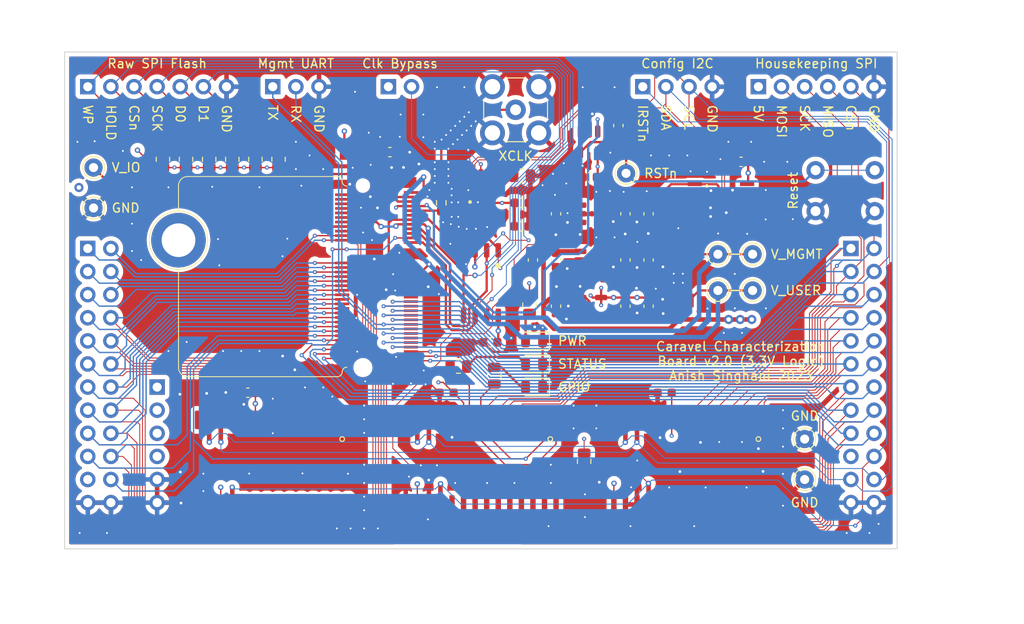
<source format=kicad_pcb>
(kicad_pcb (version 20221018) (generator pcbnew)
  (layers (0 "F.Cu" signal) (1 "In1.Cu" signal) (2 "In2.Cu" signal) (31 "B.Cu" signal) (34 "B.Paste" user) (35 "F.Paste" user) (36 "B.SilkS" user "B.Silkscreen") (37 "F.SilkS" user "F.Silkscreen") (38 "B.Mask" user) (39 "F.Mask" user) (44 "Edge.Cuts" user))
  (net 0 "")
  (net 1 "+3V3")
  (net 2 "GND")
  (net 3 "+5V")
  (net 4 "REG1_OUT")
  (net 5 "REG2_OUT")
  (net 6 "vccd1")
  (net 7 "vccd")
  (net 8 "Net-(D1-A)")
  (net 9 "Net-(D2-A)")
  (net 10 "Net-(D3-A)")
  (net 11 "mprj_io[6]_ser_tx")
  (net 12 "mprj_io[5]_ser_rx")
  (net 13 "Flash_WP")
  (net 14 "Flash_HOLD")
  (net 15 "Caravel_CSB")
  (net 16 "Caravel_SCK")
  (net 17 "Caravel_D0")
  (net 18 "Caravel_D1")
  (net 19 "mprj_io[0]")
  (net 20 "mprj_io[1]_SDO")
  (net 21 "mprj_io[2]_SDI")
  (net 22 "mprj_io[3]_CSB")
  (net 23 "mprj_io[4]_SCK")
  (net 24 "I2C_RSTn")
  (net 25 "I2C_SDA")
  (net 26 "I2C_SCL")
  (net 27 "xclk")
  (net 28 "Net-(JP5-B)")
  (net 29 "gpio")
  (net 30 "dbg_led")
  (net 31 "~{MR}")
  (net 32 "~{RST}")
  (net 35 "vdda")
  (net 39 "mprj_io[37]")
  (net 40 "mprj_io[36]")
  (net 41 "mprj_io[35]")
  (net 42 "mprj_io[34]")
  (net 43 "mprj_io[33]")
  (net 44 "mprj_io[32]")
  (net 46 "mprj_io[31]")
  (net 48 "mprj_io[30]")
  (net 50 "mprj_io[29]")
  (net 52 "mprj_io[28]")
  (net 54 "mprj_io[27]")
  (net 55 "mprj_io[26]")
  (net 56 "mprj_io[25]")
  (net 57 "mprj_io[24]")
  (net 58 "mprj_io[23]")
  (net 59 "mprj_io[22]")
  (net 60 "mprj_io[21]")
  (net 61 "mprj_io[20]")
  (net 62 "mprj_io[7]")
  (net 63 "mprj_io[19]")
  (net 64 "mprj_io[8]")
  (net 65 "mprj_io[18]")
  (net 66 "mprj_io[9]")
  (net 67 "mprj_io[17]")
  (net 68 "mprj_io[10]")
  (net 69 "mprj_io[16]")
  (net 70 "mprj_io[11]")
  (net 71 "mprj_io[15]")
  (net 72 "mprj_io[12]")
  (net 73 "mprj_io[14]")
  (net 74 "mprj_io[13]")
  (net 77 "REG1_FB")
  (net 78 "REG2_FB")
  (net 99 "Net-(J8-In)")
  (footprint "Jumper:SolderJumper-2_P1.3mm_Bridged2Bar_Pad1.0x1.5mm" (layer "F.Cu") (at 132.97 35.22)
    (fp_text reference "JP2" hide)
    (fp_text value "JP_IO")
  )
  (footprint "Capacitor_SMD:C_0603_1608Metric" (layer "F.Cu") (at 163.195 41.91 90)
    (fp_text reference "C12" hide)
    (fp_text value "10u")
  )
  (footprint "TestPoint:TestPoint_THTPad_D2.0mm_Drill1.0mm" (layer "F.Cu") (at 182.88 71.12)
    (fp_text reference "TP11" hide)
    (fp_text value "GND_TP")
  )
  (footprint "TestPoint:TestPoint_THTPad_D2.0mm_Drill1.0mm" (layer "F.Cu") (at 177.165 46.355 180)
    (fp_text reference "TP8" hide)
    (fp_text value "VC_TP")
  )
  (footprint "Package_TO_SOT_SMD:SOT-23-5" (layer "F.Cu") (at 159.385 52.07)
    (fp_text reference "U4" hide)
    (fp_text value "MIC5504-3.3YM5")
  )
  (footprint "Connector_PinHeader_2.54mm:PinHeader_2x12_P2.54mm_Vertical" (layer "F.Cu") (at 104.14 45.72)
    (fp_text reference "J9" hide)
    (fp_text value "HDR_LEFT")
  )
  (footprint "Capacitor_SMD:C_0603_1608Metric" (layer "F.Cu") (at 151.8 40.71)
    (fp_text reference "C22" hide)
    (fp_text value "1u")
  )
  (footprint "TestPoint:TestPoint_THTPad_D2.0mm_Drill1.0mm" (layer "F.Cu") (at 173.355 50.34)
    (fp_text reference "TP7" hide)
    (fp_text value "VU_TP")
  )
  (footprint "Connector_PinHeader_2.54mm:PinHeader_1x03_P2.54mm_Vertical" (layer "F.Cu") (at 124.46 27.94 90)
    (fp_text reference "J2" hide)
    (fp_text value "UART_HEADER")
  )
  (footprint "Jumper:SolderJumper-2_P1.3mm_Bridged2Bar_Pad1.0x1.5mm" (layer "F.Cu") (at 169.545 46.355)
    (fp_text reference "JP4" hide)
    (fp_text value "JP_CARAVEL")
  )
  (footprint "Capacitor_SMD:C_0603_1608Metric" (layer "F.Cu") (at 148.35 56.04 180)
    (fp_text reference "C26" hide)
    (fp_text value "0.1u")
  )
  (footprint "Capacitor_SMD:C_0603_1608Metric" (layer "F.Cu") (at 137.32 35.13)
    (fp_text reference "C16" hide)
    (fp_text value "1u")
  )
  (footprint "Resistor_SMD:R_0805_2012Metric" (layer "F.Cu") (at 148.79 59.71 90)
    (fp_text reference "R7" hide)
    (fp_text value "1K")
  )
  (footprint "TestPoint:TestPoint_THTPad_D2.0mm_Drill1.0mm" (layer "F.Cu") (at 104.775 41.275 90)
    (fp_text reference "TP12" hide)
    (fp_text value "GND_TP")
  )
  (footprint "Resistor_SMD:R_0603_1608Metric_Pad0.98x0.95mm_HandSolder" (layer "F.Cu") (at 142.97 40.7 -90)
    (fp_text reference "R10" hide)
    (fp_text value "0R, DNF")
  )
  (footprint "Connector_PinHeader_2.54mm:PinHeader_1x04_P2.54mm_Vertical" (layer "F.Cu") (at 165.1 27.94 90)
    (fp_text reference "J5" hide)
    (fp_text value "Conn_01x04")
  )
  (footprint "Capacitor_SMD:C_0603_1608Metric" (layer "F.Cu") (at 165.735 41.91 90)
    (fp_text reference "C14" hide)
    (fp_text value "1u")
  )
  (footprint "Resistor_SMD:R_0805_2012Metric" (layer "F.Cu") (at 125.095 35.9175 90)
    (fp_text reference "R3" hide)
    (fp_text value "10K")
  )
  (footprint "Connector_PinHeader_2.54mm:PinHeader_2x12_P2.54mm_Vertical" (layer "F.Cu") (at 187.96 45.72)
    (fp_text reference "J10" hide)
    (fp_text value "HDR_RIGHT")
  )
  (footprint "MicroMod-Sparkfun:MicroMod-Standoff" (layer "F.Cu") (at 114.1064 44.8129)
    (fp_text reference "H1" hide)
    (fp_text value "MICROMOD-Standoff")
  )
  (footprint "Capacitor_SMD:C_0603_1608Metric" (layer "F.Cu") (at 167.5 61.595 180)
    (fp_text reference "C23" hide)
    (fp_text value "0.1u")
  )
  (footprint "Connector_PinHeader_2.54mm:PinHeader_1x02_P2.54mm_Vertical" (layer "F.Cu") (at 137.16 27.94 90)
    (fp_text reference "JP5" hide)
    (fp_text value "CLK_DIS")
  )
  (footprint "Jumper:SolderJumper-2_P1.3mm_Bridged2Bar_Pad1.0x1.5mm" (layer "F.Cu") (at 169.545 51.435)
    (fp_text reference "JP3" hide)
    (fp_text value "JP_USER")
  )
  (footprint "Capacitor_SMD:C_0603_1608Metric" (layer "F.Cu") (at 153.035 46.99 90)
    (fp_text reference "C3" hide)
    (fp_text value "10u")
  )
  (footprint "Capacitor_SMD:C_0603_1608Metric" (layer "F.Cu") (at 155.575 52.07 90)
    (fp_text reference "C4" hide)
    (fp_text value "1u")
  )
  (footprint "Capacitor_SMD:C_0603_1608Metric" (layer "F.Cu") (at 162.42 32.21 90)
    (fp_text reference "C7" hide)
    (fp_text value "0.1u")
  )
  (footprint "Resistor_SMD:R_0805_2012Metric" (layer "F.Cu") (at 120.015 35.9175 90)
    (fp_text reference "R5" hide)
    (fp_text value "10K")
  )
  (footprint "Resistor_SMD:R_0805_2012Metric" (layer "F.Cu") (at 114.935 35.9175 90)
    (fp_text reference "R1" hide)
    (fp_text value "10K")
  )
  (footprint "Capacitor_SMD:C_0603_1608Metric" (layer "F.Cu") (at 163.195 52.07 90)
    (fp_text reference "C5" hide)
    (fp_text value "10u")
  )
  (footprint "Connector_PinHeader_2.54mm:PinHeader_1x06_P2.54mm_Vertical" (layer "F.Cu") (at 177.8 27.94 90)
    (fp_text reference "J4" hide)
    (fp_text value "HKSPI_HEADER")
  )
  (footprint "TestPoint:TestPoint_THTPad_D2.0mm_Drill1.0mm" (layer "F.Cu") (at 163.265 37.465)
    (fp_text reference "TP1" hide)
    (fp_text value "RST_TP")
  )
  (footprint "Resistor_SMD:R_0805_2012Metric" (layer "F.Cu") (at 122.555 35.9175 90)
    (fp_text reference "R4" hide)
    (fp_text value "10K")
  )
  (footprint "Resistor_SMD:R_0805_2012Metric" (layer "F.Cu") (at 117.475 35.9175 90)
    (fp_text reference "R6" hide)
    (fp_text value "10K")
  )
  (footprint "Resistor_SMD:R_0805_2012Metric" (layer "F.Cu") (at 112.395 35.9175 90)
    (fp_text reference "R2" hide)
    (fp_text value "10K")
  )
  (footprint "Package_TO_SOT_SMD:SOT-23-5" (layer "F.Cu") (at 159.385 41.91)
    (fp_text reference "U5" hide)
    (fp_text value "TPS76201")
  )
  (footprint "Connector_PinHeader_2.54mm:PinHeader_1x07_P2.54mm_Vertical" (layer "F.Cu") (at 104.14 27.94 90)
    (fp_text reference "J3" hide)
    (fp_text value "FLASH_HEADER")
  )
  (footprint "TPL0102:SOP65P640X120-14N" (layer "F.Cu") (at 173.685 40.61)
    (fp_text reference "U7" hide)
    (fp_text value "TPL0102-100PWR")
  )
  (footprint "Capacitor_SMD:C_0603_1608Metric" (layer "F.Cu") (at 143.55 61.6 180)
    (fp_text reference "C24" hide)
    (fp_text value "0.1u")
  )
  (footprint "DS1077LU-50:SOP65P490X110-8N" (layer "F.Cu") (at 146.99 39.88 90)
    (fp_text reference "U8" hide)
    (fp_text value "DS1077LU-50")
  )
  (footprint "Package_TO_SOT_SMD:SOT-23-5" (layer "F.Cu") (at 159.2 34.01 -90)
    (fp_text reference "U2" hide)
    (fp_text value "MCP1319MT-29LE")
  )
  (footprint "LED_SMD:LED_0805_2012Metric" (layer "F.Cu") (at 153.162 60.96 180)
    (fp_text reference "D1" hide)
    (fp_text value "GPIO")
  )
  (footprint "Resistor_SMD:R_0805_2012Metric" (layer "F.Cu") (at 158.66 69.13 -90)
    (fp_text reference "R11" hide)
    (fp_text value "10K")
  )
  (footprint "Package_SO:SOIC-28W_7.5x17.9mm_P1.27mm" (layer "F.Cu") (at 147.32 69.215 -90)
    (fp_text reference "U10" hide)
    (fp_text value "MCP23017")
  )
  (footprint "Capacitor_SMD:C_0603_1608Metric" (layer "F.Cu") (at 165.735 52.07 90)
    (fp_text reference "C6" hide)
    (fp_text value "1u")
  )
  (footprint "Capacitor_SMD:C_0603_1608Metric" (layer "F.Cu") (at 163.195 46.99 90)
    (fp_text reference "C13" hide)
    (fp_text value "10u")
  )
  (footprint "Capacitor_SMD:C_0603_1608Metric" (layer "F.Cu") (at 175.895 36.195 180)
    (fp_text reference "C27" hide)
    (fp_text value "0.1u")
  )
  (footprint "Capacitor_SMD:C_0603_1608Metric" (layer "F.Cu") (at 151.77 43.29)
    (fp_text reference "C2" hide)
    (fp_text value "0.1u")
  )
  (footprint "Package_TO_SOT_SMD:SOT-23-5" (layer "F.Cu") (at 159.385 46.99)
    (fp_text reference "U6" hide)
    (fp_text value "TPS76201")
  )
  (footprint "Button_Switch_THT:SW_PUSH_6mm" (layer "F.Cu") (at 184.075 37.12)
    (fp_text reference "SW1" hide)
    (fp_text value "BTN_RST")
  )
  (footprint "LED_SMD:LED_0805_2012Metric" (layer "F.Cu") (at 153.162 55.88 180)
    (fp_text reference "D2" hide)
    (fp_text value "PWR")
  )
  (footprint "Capacitor_SMD:C_0603_1608Metric" (layer "F.Cu") (at 165.735 46.99 90)
    (fp_text reference "C15" hide)
    (fp_text value "1u")
  )
  (footprint "Resistor_SMD:R_0805_2012Metric" (layer "F.Cu") (at 152.654 51.943 -90)
    (fp_text reference "R8" hide)
    (fp_text value "1K")
  )
  (footprint "MicroMod-Sparkfun:M.2-CONNECTOR-E" (layer "F.Cu") (at 134.3575 48.816 90)
    (fp_text reference "U1" hide)
    (fp_text value "caravel-M.2-card" hide)
  )
  (footprint "LED_SMD:LED_0805_2012Metric" (layer "F.Cu") (at 153.162 58.42 180)
    (fp_text reference "D3" hide)
    (fp_text value "DBG")
  )
  (footprint "Package_SO:SOIC-8_5.23x5.23mm_P1.27mm" (layer "F.Cu") (at 147.32 49.53 -90)
    (fp_text reference "U3" hide)
    (fp_text value "W25Q32JVSS")
  )
  (footprint "TestPoint:TestPoint_THTPad_D2.0mm_Drill1.0mm" (layer "F.Cu") (at 104.775 36.83 180)
    (fp_text reference "TP4" hide)
    (fp_text value "3V3_TP")
  )
  (footprint "Package_SO:SOIC-28W_7.5x17.9mm_P1.27mm" (layer "F.Cu") (at 170.18 69.215 -90)
    (fp_text reference "U9" hide)
    (fp_text value "MCP23017")
  )
  (footprint "Capacitor_SMD:C_0603_1608Metric" (layer "F.Cu") (at 155.575 46.99 90)
    (fp_text reference "C11" hide)
    (fp_text value "1u")
  )
  (footprint "TestPoint:TestPoint_THTPad_D2.0mm_Drill1.0mm" (layer "F.Cu") (at 177.165 50.34)
    (fp_text reference "TP6" hide)
    (fp_text value "VU_TP")
  )
  (footprint "Resistor_SMD:R_0805_2012Metric" (layer "F.Cu") (at 144.85 58.7)
    (fp_text reference "R9" hide)
    (fp_text value "1K")
  )
  (footprint "Capacitor_SMD:C_0603_1608Metric" (layer "F.Cu") (at 155.575 41.91 90)
    (fp_text reference "C10" hide)
    (fp_text value "1u")
  )
  (footprint "Capacitor_SMD:C_0603_1608Metric" (layer "F.Cu") (at 159.28 37.89 180)
    (fp_text reference "C1" hide)
    (fp_text value "0.1u")
  )
  (footprint "Capacitor_SMD:C_0603_1608Metric" (layer "F.Cu") (at 121.72 61.58 180)
    (fp_text reference "C25" hide)
    (fp_text value "0.1u")
  )
  (footprint "Connector_PinHeader_2.54mm:PinHeader_1x06_P2.54mm_Vertical" (layer "F.Cu") (at 111.76 60.96)
    (fp_text reference "J7" hide)
    (fp_text value "PWR_OUT_HDR")
  )
  (footprint "Resistor_SMD:R_0805_2012Metric" (layer "F.Cu") (at 151.84 37.73)
    (fp_text reference "R13" hide)
    (fp_text value "10K")
  )
  (footprint "TestPoint:TestPoint_THTPad_D2.0mm_Drill1.0mm" (layer "F.Cu") (at 173.355 46.355 180)
    (fp_text reference "TP9" hide)
    (fp_text value "VC_TP")
  )
  (footprint "TestPoint:TestPoint_THTPad_D2.0mm_Drill1.0mm" (layer "F.Cu") (at 182.88 66.675 90)
    (fp_text reference "TP10" hide)
    (fp_text value "GND_TP")
  )
  (footprint "Package_SO:SOIC-28W_7.5x17.9mm_P1.27mm" (layer "F.Cu") (at 124.46 69.215 -90)
    (fp_text reference "U11" hide)
    (fp_text value "MCP23017")
  )
  (footprint "Connector_Coaxial:SMB_Jack_Vertical" (layer "F.Cu") (at 151.13 30.48)
    (fp_text reference "J8" hide)
    (fp_text value "XCLK")
  )
  (gr_line (start 174.752 46.355) (end 175.768 46.355) (stroke (width 0.15)) (layer "F.SilkS"))
  (gr_line (start 175.768 50.34) (end 174.752 50.34) (stroke (width 0.15)) (layer "F.SilkS"))
  (gr_rect (start 101.6 24.13) (end 193.04 78.74) (stroke (width 0.1)) (fill none) (layer "Edge.Cuts"))
  (gr_text "D0" (at 114.3 29.845 270) (layer "F.SilkS") (effects (font (size 1 1)) (justify left)))
  (gr_text "GND" (at 190.5 29.845 270) (layer "F.SilkS") (effects (font (size 1 1)) (justify left)))
  (gr_text "Mgmt UART" (at 127 25.4) (layer "F.SilkS") (effects (font (size 1 1))))
  (gr_text "PWR" (at 155.702 55.88) (layer "F.SilkS") (effects (font (size 1 1)) (justify left)))
  (gr_text "MISO" (at 185.42 29.845 270) (layer "F.SilkS") (effects (font (size 1 1)) (justify left)))
  (gr_text "Clk Bypass" (at 138.43 25.4) (layer "F.SilkS") (effects (font (size 1 1))))
  (gr_text "WP" (at 104.14 29.845 270) (layer "F.SilkS") (effects (font (size 1 1)) (justify left)))
  (gr_text "Config I2C" (at 168.91 25.4) (layer "F.SilkS") (effects (font (size 1 1))))
  (gr_text "5V" (at 177.8 29.845 270) (layer "F.SilkS") (effects (font (size 1 1)) (justify left)))
  (gr_text "V_USER" (at 179.07 50.34) (layer "F.SilkS") (effects (font (size 1 1)) (justify left)))
  (gr_text "GND" (at 129.54 29.845 270) (layer "F.SilkS") (effects (font (size 1 1)) (justify left)))
  (gr_text "SDA" (at 167.64 29.845 270) (layer "F.SilkS") (effects (font (size 1 1)) (justify left)))
  (gr_text "V_MGMT" (at 179.07 46.355) (layer "F.SilkS") (effects (font (size 1 1)) (justify left)))
  (gr_text "HOLD" (at 106.68 29.845 270) (layer "F.SilkS") (effects (font (size 1 1)) (justify left)))
  (gr_text "GND" (at 119.38 29.845 270) (layer "F.SilkS") (effects (font (size 1 1)) (justify left)))
  (gr_text "SCK" (at 182.88 29.845 270) (layer "F.SilkS") (effects (font (size 1 1)) (justify left)))
  (gr_text "Housekeeping SPI" (at 184.15 25.4) (layer "F.SilkS") (effects (font (size 1 1))))
  (gr_text "GND" (at 182.88 73.66) (layer "F.SilkS") (effects (font (size 1 1))))
  (gr_text "XCLK" (at 151.13 35.56) (layer "F.SilkS") (effects (font (size 1 1))))
  (gr_text "IRSTn" (at 165.1 29.845 270) (layer "F.SilkS") (effects (font (size 1 1)) (justify left)))
  (gr_text "GPIO" (at 155.702 60.96) (layer "F.SilkS") (effects (font (size 1 1)) (justify left)))
  (gr_text "D1" (at 116.84 29.845 270) (layer "F.SilkS") (effects (font (size 1 1)) (justify left)))
  (gr_text "GND" (at 106.68 41.275) (layer "F.SilkS") (effects (font (size 1 1)) (justify left)))
  (gr_text "RSTn" (at 167.075 37.465) (layer "F.SilkS") (effects (font (size 1 1))))
  (gr_text "GND" (at 172.72 29.845 270) (layer "F.SilkS") (effects (font (size 1 1)) (justify left)))
  (gr_text "SCK" (at 111.76 29.845 270) (layer "F.SilkS") (effects (font (size 1 1)) (justify left)))
  (gr_text "CSn" (at 187.96 29.845 270) (layer "F.SilkS") (effects (font (size 1 1)) (justify left)))
  (gr_text "MOSI" (at 180.34 29.845 270) (layer "F.SilkS") (effects (font (size 1 1)) (justify left)))
  (gr_text "Caravel Characterization\nBoard v2.0 (3.3V Logic)\nAnish Singhani 2023" (at 175.87 58.11) (layer "F.SilkS") (effects (font (size 1 1))))
  (gr_text "GND" (at 182.88 64.135) (layer "F.SilkS") (effects (font (size 1 1))))
  (gr_text "CSn" (at 109.22 29.845 270) (layer "F.SilkS") (effects (font (size 1 1)) (justify left)))
  (gr_text "V_IO" (at 106.68 36.83) (layer "F.SilkS") (effects (font (size 1 1)) (justify left)))
  (gr_text "Raw SPI Flash" (at 111.76 25.4) (layer "F.SilkS") (effects (font (size 1 1))))
  (gr_text "SCL" (at 170.18 29.845 270) (layer "F.SilkS") (effects (font (size 1 1)) (justify left)))
  (gr_text "Reset" (at 181.61 39.37 90) (layer "F.SilkS") (effects (font (size 1 1))))
  (gr_text "STATUS" (at 155.702 58.42) (layer "F.SilkS") (effects (font (size 1 1)) (justify left)))
  (gr_text "RX" (at 127 29.845 270) (layer "F.SilkS") (effects (font (size 1 1)) (justify left)))
  (gr_text "TX" (at 124.46 29.845 270) (layer "F.SilkS") (effects (font (size 1 1)) (justify left)))
  (segment (start 113.66 36.82) (end 113.65 36.83) (width 0.15) (layer "F.Cu") (net 1))
  (segment (start 118.745 73.865) (end 118.745 71.975) (width 0.15) (layer "F.Cu") (net 1))
  (segment (start 160.15 37.795) (end 160.055 37.89) (width 0.25) (layer "F.Cu") (net 1))
  (segment (start 113.65 36.83) (end 112.395 36.83) (width 0.15) (layer "F.Cu") (net 1))
  (segment (start 168.275 64.565) (end 168.275 62.815) (width 0.15) (layer "F.Cu") (net 1))
  (segment (start 149.225 54.785) (end 149.225 55.94) (width 0.25) (layer "F.Cu") (net 1))
  (segment (start 140.335 73.865) (end 140.335 71.605) (width 0.15) (layer "F.Cu") (net 1))
  (segment (start 122.555 62.775) (end 122.555 61.64) (width 0.15) (layer "F.Cu") (net 1))
  (segment (start 160.5225 51.12) (end 160.5225 50.0575) (width 0.25) (layer "F.Cu") (net 1))
  (segment (start 121.31 36.82) (end 121.3 36.83) (width 0.15) (layer "F.Cu") (net 1))
  (segment (start 122.55 62.78) (end 122.555 62.775) (width 0.15) (layer "F.Cu") (net 1))
  (segment (start 117.475 36.83) (end 116.2 36.83) (width 0.15) (layer "F.Cu") (net 1))
  (segment (start 151.025 40.71) (end 149.65 40.71) (width 0.25) (layer "F.Cu") (net 1))
  (segment (start 149.225 54.775) (end 149.23 54.78) (width 0.25) (layer "F.Cu") (net 1))
  (segment (start 149.23 54.78) (end 149.225 54.785) (width 0.25) (layer "F.Cu") (net 1))
  (segment (start 168.275 62.805) (end 168.275 61.595) (width 0.15) (layer "F.Cu") (net 1))
  (segment (start 144.325 61.6) (end 143.165 60.44) (width 0.15) (layer "F.Cu") (net 1))
  (segment (start 150.995 40.74) (end 151.025 40.71) (width 0.25) (layer "F.Cu") (net 1))
  (segment (start 161.925 73.865) (end 161.925 71.555) (width 0.15) (layer "F.Cu") (net 1))
  (segment (start 160.14 36.71) (end 160.15 36.72) (width 0.25) (layer "F.Cu") (net 1))
  (segment (start 176.68 37.43) (end 176.67 37.44) (width 0.25) (layer "F.Cu") (net 1))
  (segment (start 149.225 53.13) (end 149.225 54.775) (width 0.25) (layer "F.Cu") (net 1))
  (segment (start 168.27 62.81) (end 168.275 62.805) (width 0.15) (layer "F.Cu") (net 1))
  (segment (start 122.555 36.83) (end 121.32 36.83) (width 0.15) (layer "F.Cu") (net 1))
  (segment (start 152.654 49.564) (end 152.63 49.54) (width 0.15) (layer "F.Cu") (net 1))
  (segment (start 176.67 37.42) (end 176.68 37.43) (width 0.25) (layer "F.Cu") (net 1))
  (segment (start 160.15 35.1475) (end 160.15 36.7) (width 0.25) (layer "F.Cu") (net 1))
  (segment (start 116.19 36.82) (end 116.18 36.83) (width 0.15) (layer "F.Cu") (net 1))
  (segment (start 160.15 36.72) (end 160.15 37.795) (width 0.25) (layer "F.Cu") (net 1))
  (segment (start 122.555 61.64) (end 122.495 61.58) (width 0.15) (layer "F.Cu") (net 1))
  (segment (start 160.5225 51.9575) (end 160.52 51.96) (width 0.25) (layer "F.Cu") (net 1))
  (segment (start 151 42.03) (end 150.995 42.025) (width 0.25) (layer "F.Cu") (net 1))
  (segment (start 149.65 40.71) (end 149.64 40.72) (width 0.25) (layer "F.Cu") (net 1))
  (segment (start 120.015 36.83) (end 118.73 36.83) (width 0.15) (layer "F.Cu") (net 1))
  (segment (start 160.15 36.7) (end 160.14 36.71) (width 0.25) (layer "F.Cu") (net 1))
  (segment (start 122.555 62.785) (end 122.55 62.78) (width 0.15) (layer "F.Cu") (net 1))
  (segment (start 144.325 61.6) (end 145.415 62.69) (width 0.15) (layer "F.Cu") (net 1))
  (segment (start 159.6 51.12) (end 159.37 50.89) (width 0.25) (layer "F.Cu") (net 1))
  (segment (start 114.935 36.83) (end 113.67 36.83) (width 0.15) (layer "F.Cu") (net 1))
  (segment (start 176.67 38.545) (end 176.555 38.66) (width 0.25) (layer "F.Cu") (net 1))
  (segment (start 168.275 64.565) (end 168.275 66.305) (width 0.15) (layer "F.Cu") (net 1))
  (segment (start 161.925 71.555) (end 161.94 71.54) (width 0.15) (layer "F.Cu") (net 1))
  (segment (start 160.5225 50.0575) (end 160.53 50.05) (width 0.25) (layer "F.Cu") (net 1))
  (segment (start 140.335 71.605) (end 140.34 71.6) (width 0.15) (layer "F.Cu") (net 1))
  (segment (start 160.5225 51.12) (end 160.5225 51.9575) (width 0.25) (layer "F.Cu") (net 1))
  (segment (start 149.64 40.72) (end 149.63 40.71) (width 0.25) (layer "F.Cu") (net 1))
  (segment (start 165.56 51.12) (end 165.735 51.295) (width 0.25) (layer "F.Cu") (net 1))
  (segment (start 160.5225 51.12) (end 161.89 51.12) (width 0.25) (layer "F.Cu") (net 1))
  (segment (start 122.555 64.565) (end 122.555 62.785) (width 0.15) (layer "F.Cu") (net 1))
  (segment (start 118.73 36.83) (end 118.72 36.82) (width 0.15) (layer "F.Cu") (net 1))
  (segment (start 145.415 62.69) (end 145.415 64.565) (width 0.15) (layer "F.Cu") (net 1))
  (segment (start 132.32 35.22) (end 132.32 32.83) (width 0.25) (layer "F.Cu") (net 1))
  (segment (start 160.5225 51.12) (end 159.6 51.12) (width 0.25) (layer "F.Cu") (net 1))
  (segment (start 143.165 60.44) (end 142.65 60.44) (width 0.15) (layer "F.Cu") (net 1))
  (segment (start 176.67 37.44) (end 176.67 38.545) (width 0.25) (layer "F.Cu") (net 1))
  (segment (start 118.72 36.82) (end 118.71 36.83) (width 0.15) (layer "F.Cu") (net 1))
  (segment (start 161.89 51.12) (end 164.47 51.12) (width 0.25) (layer "F.Cu") (net 1))
  (segment (start 125.095 36.83) (end 123.81 36.83) (width 0.15) (layer "F.Cu") (net 1))
  (segment (start 118.745 71.975) (end 118.74 71.97) (width 0.15) (layer "F.Cu") (net 1))
  (segment (start 152.654 51.0305) (end 152.654 49.564) (width 0.15) (layer "F.Cu") (net 1))
  (segment (start 168.275 66.305) (end 168.27 66.31) (width 0.15) (layer "F.Cu") (net 1))
  (segment (start 164.47 51.12) (end 165.56 51.12) (width 0.25) (layer "F.Cu") (net 1))
  (segment (start 150.995 42.025) (end 150.995 40.74) (width 0.25) (layer "F.Cu") (net 1))
  (segment (start 113.67 36.83) (end 113.66 36.82) (width 0.15) (layer "F.Cu") (net 1))
  (segment (start 176.67 36.195) (end 176.67 37.42) (width 0.25) (layer "F.Cu") (net 1))
  (segment (start 116.18 36.83) (end 114.935 36.83) (width 0.15) (layer "F.Cu") (net 1))
  (segment (start 147.9119 40.71) (end 147.315 41.3069) (width 0.25) (layer "F.Cu") (net 1))
  (segment (start 158.66 68.2175) (end 158.66 66.65) (width 0.1) (layer "F.Cu") (net 1))
  (segment (start 149.225 55.94) (end 149.125 56.04) (width 0.25) (layer "F.Cu") (net 1))
  (segment (start 112.395 36.83) (end 111.51 36.83) (width 0.15) (layer "F.Cu") (net 1))
  (segment (start 121.3 36.83) (end 120.015 36.83) (width 0.15) (layer "F.Cu") (net 1))
  (segment (start 150.995 43.29) (end 150.995 42.035) (width 0.25) (layer "F.Cu") (net 1))
  (segment (start 118.71 36.83) (end 117.475 36.83) (width 0.15) (layer "F.Cu") (net 1))
  (segment (start 111.51 36.83) (end 109.6 34.92) (width 0.15) (layer "F.Cu") (net 1))
  (segment (start 123.81 36.83) (end 122.555 36.83) (width 0.15) (layer "F.Cu") (net 1))
  (segment (start 121.32 36.83) (end 121.31 36.82) (width 0.15) (layer "F.Cu") (net 1))
  (segment (start 168.275 62.815) (end 168.27 62.81) (width 0.15) (layer "F.Cu") (net 1))
  (segment (start 150.995 42.035) (end 151 42.03) (width 0.25) (layer "F.Cu") (net 1))
  (segment (start 116.2 36.83) (end 116.19 36.82) (width 0.15) (layer "F.Cu") (net 1))
  (segment (start 147.315 41.3069) (end 147.315 42.045) (width 0.25) (layer "F.Cu") (net 1))
  (segment (start 149.63 40.71) (end 147.9119 40.71) (width 0.25) (layer "F.Cu") (net 1))
  (via (at 142.65 60.44) (size 0.45) (drill 0.2) (layers "F.Cu" "B.Cu") (net 1))
  (via (at 161.94 71.54) (size 0.6) (drill 0.3) (layers "F.Cu" "B.Cu") (net 1))
  (via (at 149.64 40.72) (size 0.45) (drill 0.2) (layers "F.Cu" "B.Cu") (net 1))
  (via (at 113.66 36.82) (size 0.45) (drill 0.2) (layers "F.Cu" "B.Cu") (net 1))
  (via (at 158.66 66.65) (size 0.45) (drill 0.2) (layers "F.Cu" "B.Cu") (net 1))
  (via (at 140.34 71.6) (size 0.6) (drill 0.3) (layers "F.Cu" "B.Cu") (net 1))
  (via (at 176.68 37.43) (size 0.6) (drill 0.3) (layers "F.Cu" "B.Cu") (net 1))
  (via (at 160.52 51.96) (size 0.45) (drill 0.2) (layers "F.Cu" "B.Cu") (net 1))
  (via (at 164.47 51.12) (size 0.6) (drill 0.3) (layers "F.Cu" "B.Cu") (net 1))
  (via (at 118.74 71.97) (size 0.6) (drill 0.3) (layers "F.Cu" "B.Cu") (net 1))
  (via (at 116.19 36.82) (size 0.45) (drill 0.2) (layers "F.Cu" "B.Cu") (net 1))
  (via (at 118.72 36.82) (size 0.45) (drill 0.2) (layers "F.Cu" "B.Cu") (net 1))
  (via (at 132.32 32.83) (size 0.6) (drill 0.3) (layers "F.Cu" "B.Cu") (net 1))
  (via (at 168.27 66.31) (size 0.45) (drill 0.2) (layers "F.Cu" "B.Cu") (net 1))
  (via (at 109.6 34.92) (size 0.6) (drill 0.3) (layers "F.Cu" "B.Cu") (net 1))
  (via (at 123.81 36.83) (size 0.45) (drill 0.2) (layers "F.Cu" "B.Cu") (net 1))
  (via (at 149.23 54.78) (size 0.6) (drill 0.3) (layers "F.Cu" "B.Cu") (net 1))
  (via (at 159.37 50.89) (size 0.45) (drill 0.2) (layers "F.Cu" "B.Cu") (net 1))
  (via (at 160.53 50.05) (size 0.45) (drill 0.2) (layers "F.Cu" "B.Cu") (net 1))
  (via (at 121.31 36.82) (size 0.45) (drill 0.2) (layers "F.Cu" "B.Cu") (net 1))
  (via (at 161.89 51.12) (size 0.6) (drill 0.3) (layers "F.Cu" "B.Cu") (net 1))
  (via (at 103.17 39.02) (size 1) (drill 0.5) (layers "F.Cu" "B.Cu") (net 1))
  (via (at 122.55 62.78) (size 0.6) (drill 0.3) (layers "F.Cu" "B.Cu") (net 1))
  (via (at 152.63 49.54) (size 0.45) (drill 0.2) (layers "F.Cu" "B.Cu") (net 1))
  (via (at 160.14 36.71) (size 0.45) (drill 0.2) (layers "F.Cu" "B.Cu") (net 1))
  (segment (start 148.625 57.09) (end 150.02 57.09) (width 0.25) (layer "F.Cu") (net 2))
  (segment (start 147.575 56.04) (end 148.625 57.09) (width 0.25) (layer "F.Cu") (net 2))
  (segment (start 170.815 41.26) (end 172.53 41.26) (width 0.25) (layer "F.Cu") (net 2))
  (segment (start 154.0995 54.4305) (end 154.11 54.42) (width 0.25) (layer "F.Cu") (net 2))
  (segment (start 147.965 43.325) (end 148.01 43.37) (width 0.25) (layer "F.Cu") (net 2))
  (segment (start 142.775 61.6) (end 141.825 60.65) (width 0.15) (layer "F.Cu") (net 2))
  (segment (start 139.49 35.13) (end 139.5 35.14) (width 0.25) (layer "F.Cu") (net 2))
  (segment (start 138.095 35.13) (end 139.49 35.13) (width 0.25) (layer "F.Cu") (net 2))
  (segment (start 155.575 52.845) (end 156.125 52.845) (width 0.25) (layer "F.Cu") (net 2))
  (segment (start 150.02 57.09) (end 150.22 57.09) (width 0.25) (layer "F.Cu") (net 2))
  (segment (start 172.53 41.26) (end 172.54 41.25) (width 0.25) (layer "F.Cu") (net 2))
  (segment (start 154.0995 55.88) (end 154.0995 54.4305) (width 0.25) (layer "F.Cu") (net 2))
  (segment (start 156.125 52.845) (end 156.92 52.05) (width 0.25) (layer "F.Cu") (net 2))
  (segment (start 156.8 47.93) (end 156.79 47.94) (width 0.25) (layer "F.Cu") (net 2))
  (segment (start 132.0825 43.816) (end 133.226 43.816) (width 0.25) (layer "F.Cu") (net 2))
  (segment (start 145.415 47.175) (end 145.68 47.44) (width 0.15) (layer "F.Cu") (net 2))
  (segment (start 145.415 45.93) (end 145.415 47.175) (width 0.15) (layer "F.Cu") (net 2))
  (segment (start 134.226 43.816) (end 134.38 43.97) (width 0.25) (layer "F.Cu") (net 2))
  (segment (start 156.83 42.86) (end 155.75 42.86) (width 0.25) (layer "F.Cu") (net 2))
  (segment (start 132.0825 42.316) (end 133.074 42.316) (width 0.25) (layer "F.Cu") (net 2))
  (segment (start 158.2475 41.91) (end 158.2475 42.86) (width 0.25) (layer "F.Cu") (net 2))
  (segment (start 158.2475 52.07) (end 156.94 52.07) (width 0.25) (layer "F.Cu") (net 2))
  (segment (start 172.2 42.56) (end 172.55 42.21) (width 0.25) (layer "F.Cu") (net 2))
  (segment (start 175.04 42.56) (end 174.27 41.79) (width 0.25) (layer "F.Cu") (net 2))
  (segment (start 170.815 42.56) (end 172.2 42.56) (width 0.25) (layer "F.Cu") (net 2))
  (segment (start 156.79 47.94) (end 155.75 47.94) (width 0.25) (layer "F.Cu") (net 2))
  (segment (start 145.415 45.93) (end 144.68 45.93) (width 0.25) (layer "F.Cu") (net 2))
  (segment (start 176.555 40.61) (end 176.555 39.31) (width 0.25) (layer "F.Cu") (net 2))
  (segment (start 176.555 39.31) (end 174.96 39.31) (width 0.25) (layer "F.Cu") (net 2))
  (segment (start 141.825 60.65) (end 141.24 60.65) (width 0.15) (layer "F.Cu") (net 2))
  (segment (start 172.53 39.31) (end 172.59 39.37) (width 0.25) (layer "F.Cu") (net 2))
  (segment (start 159.2 31.29) (end 159.56 30.93) (width 0.5) (layer "F.Cu") (net 2))
  (segment (start 154.0995 60.96) (end 154.0995 58.42) (width 0.25) (layer "F.Cu") (net 2))
  (segment (start 158.2475 42.86) (end 156.83 42.86) (width 0.25) (layer "F.Cu") (net 2))
  (segment (start 159.2 32.8725) (end 159.2 31.29) (width 0.5) (layer "F.Cu") (net 2))
  (segment (start 147.965 42.045) (end 147.965 43.325) (width 0.25) (layer "F.Cu") (net 2))
  (segment (start 133.074 42.316) (end 134.15 41.24) (width 0.25) (layer "F.Cu") (net 2))
  (segment (start 144.68 45.93) (end 143.96 45.21) (width 0.25) (layer "F.Cu") (net 2))
  (segment (start 150.64 56.67) (end 150.64 55.56) (width 0.25) (layer "F.Cu") (net 2))
  (segment (start 133.226 43.816) (end 134.226 43.816) (width 0.25) (layer "F.Cu") (net 2))
  (segment (start 158.2475 47.94) (end 156.81 47.94) (width 0.25) (layer "F.Cu") (net 2))
  (segment (start 158.2475 46.99) (end 158.2475 47.94) (width 0.25) (layer "F.Cu") (net 2))
  (segment (start 137.696 48.566) (end 137.68 48.55) (width 0.25) (layer "F.Cu") (net 2))
  (segment (start 176.555 42.56) (end 175.04 42.56) (width 0.25) (layer "F.Cu") (net 2))
  (segment (start 155.75 42.86) (end 155.575 42.685) (width 0.25) (layer "F.Cu") (net 2))
  (segment (start 156.94 52.07) (end 156.92 52.05) (width 0.25) (layer "F.Cu") (net 2))
  (segment (start 150.22 57.09) (end 150.64 56.67) (width 0.25) (layer "F.Cu") (net 2))
  (segment (start 155.75 47.94) (end 155.575 47.765) (width 0.25) (layer "F.Cu") (net 2))
  (segment (start 170.815 39.31) (end 172.53 39.31) (width 0.25) (layer "F.Cu") (net 2))
  (segment (start 156.81 47.94) (end 156.8 47.93) (width 0.25) (layer "F.Cu") (net 2))
  (segment (start 139.6325 48.566) (end 137.696 48.566) (width 0.25) (layer "F.Cu") (net 2))
  (segment (start 154.0995 58.42) (end 154.0995 55.88) (width 0.25) (layer "F.Cu") (net 2))
  (via (at 164.5 45) (size 0.45) (drill 0.2) (layers "F.Cu" "B.Cu") (net 2))
  (via (at 109 46) (size 0.45) (drill 0.2) (layers "F.Cu" "B.Cu") (net 2))
  (via (at 172.59 39.37) (size 0.6) (drill 0.3) (layers "F.Cu" "B.Cu") (net 2))
  (via (at 121.28 62.86) (size 0.6) (drill 0.3) (layers "F.Cu" "B.Cu") (net 2))
  (via (at 106.25 77) (size 0.45) (drill 0.2) (layers "F.Cu" "B.Cu") (net 2))
  (via (at 172.21 52.33) (size 0.45) (drill 0.2) (layers "F.Cu" "B.Cu") (net 2))
  (via (at 165.71 44.08) (size 0.6) (drill 0.3) (layers "F.Cu" "B.Cu") (net 2))
  (via (at 166.53 50.14) (size 0.45) (drill 0.2) (layers "F.Cu" "B.Cu") (net 2))
  (via (at 130 61) (size 0.45) (drill 0.2) (layers "F.Cu" "B.Cu") (net 2))
  (via (at 172 72) (size 0.45) (drill 0.2) (layers "F.Cu" "B.Cu") (net 2))
  (via (at 164.47 47.82) (size 0.6) (drill 0.3) (layers "F.Cu" "B.Cu") (net 2))
  (via (at 180.5 70.5) (size 0.45) (drill 0.2) (layers "F.Cu" "B.Cu") (net 2))
  (via (at 134.5 66) (size 0.45) (drill 0.2) (layers "F.Cu" "B.Cu") (net 2))
  (via (at 163.75 76.25) (size 0.45) (drill 0.2) (layers "F.Cu" "B.Cu") (net 2))
  (via (at 135.37 44.8) (size 0.45) (drill 0.2) (layers "F.Cu" "B.Cu") (net 2))
  (via (at 161.49 39.4) (size 0.45) (drill 0.2) (layers "F.Cu" "B.Cu") (net 2))
  (via (at 145.94 35.97) (size 0.45) (drill 0.2) (layers "F.Cu" "B.Cu") (net 2))
  (via (at 144.11 42.24) (size 0.45) (drill 0.2) (layers "F.Cu" "B.Cu") (net 2))
  (via (at 180.5 74) (size 0.45) (drill 0.2) (layers "F.Cu" "B.Cu") (net 2))
  (via (at 135.21 36.53) (size 0.45) (drill 0.2) (layers "F.Cu" "B.Cu") (net 2))
  (via (at 177 34) (size 0.45) (drill 0.2) (layers "F.Cu" "B.Cu") (net 2))
  (via (at 155 71.5) (size 0.45) (drill 0.2) (layers "F.Cu" "B.Cu") (net 2))
  (via (at 137.91 50.34) (size 0.45) (drill 0.2) (layers "F.Cu" "B.Cu") (net 2))
  (via (at 138.82 36.81) (size 0.6) (drill 0.3) (layers "F.Cu" "B.Cu") (net 2))
  (via (at 171.44 67.04) (size 0.6) (drill 0.3) (layers "F.Cu" "B.Cu") (net 2))
  (via (at 155.45 39.83) (size 0.45) (drill 0.2) (layers "F.Cu" "B.Cu") (net 2))
  (via (at 174.5 34) (size 0.45) (drill 0.2) (layers "F.Cu" "B.Cu") (net 2))
  (via (at 143 33.75) (size 0.45) (drill 0.2) (layers "F.Cu" "B.Cu") (net 2))
  (via (at 118.59 47.58) (size 0.45) (drill 0.2) (layers "F.Cu" "B.Cu") (net 2))
  (via (at 156.8 47.93) (size 0.6) (drill 0.3) (layers "F.Cu" "B.Cu") (net 2))
  (via (at 141 31) (size 0.45) (drill 0.2) (layers "F.Cu" "B.Cu") (net 2))
  (via (at 169 43.5) (size 0.45) (drill 0.2) (layers "F.Cu" "B.Cu") (net 2))
  (via (at 180.5 67.5) (size 0.45) (drill 0.2) (layers "F.Cu" "B.Cu") (net 2))
  (via (at 191 76) (size 0.45) (drill 0.2) (layers "F.Cu" "B.Cu") (net 2))
  (via (at 165.53 39.43) (size 0.45) (drill 0.2) (layers "F.Cu" "B.Cu") (net 2))
  (via (at 131 62) (size 0.45) (drill 0.2) (layers "F.Cu" "B.Cu") (net 2))
  (via (at 145.25 33.25) (size 0.45) (drill 0.2) (layers "F.Cu" "B.Cu") (net 2))
  (via (at 180.5 65.5) (size 0.45) (drill 0.2) (layers "F.Cu" "B.Cu") (net 2))
  (via (at 178.31 70.23) (size 0.6) (drill 0.3) (layers "F.Cu" "B.Cu") (net 2))
  (via (at 141.04 59.14) (size 0.45) (drill 0.2) (layers "F.Cu" "B.Cu") (net 2))
  (via (at 144.5 32.25) (size 0.45) (drill 0.2) (layers "F.Cu" "B.Cu") (net 2))
  (via (at 139.42 70.8) (size 0.45) (drill 0.2) (layers "F.Cu" "B.Cu") (net 2))
  (via (at 117.81 38.94) (size 0.45) (drill 0.2) (layers "F.Cu" "B.Cu") (net 2))
  (via (at 124.46 66.04) (size 0.45) (drill 0.2) (layers "F.Cu" "B.Cu") (net 2))
  (via (at 145.68 47.44) (size 0.45) (drill 0.2) (layers "F.Cu" "B.Cu") (net 2))
  (via (at 158.5 28) (size 0.45) (drill 0.2) (layers "F.Cu" "B.Cu") (net 2))
  (via (at 123 39) (size 0.45) (drill 0.2) (layers "F.Cu" "B.Cu") (net 2))
  (via (at 103.25 77) (size 0.45) (drill 0.2) (layers "F.Cu" "B.Cu") (net 2))
  (via (at 158.75 72.75) (size 0.45) (drill 0.2) (layers "F.Cu" "B.Cu") (net 2))
  (via (at 163.82 71.97) (size 0.45) (drill 0.2) (layers "F.Cu" "B.Cu") (net 2))
  (via (at 142.5 28) (size 0.45) (drill 0.2) (layers "F.Cu" "B.Cu") (net 2))
  (via (at 113 57) (size 0.45) (drill 0.2) (layers "F.Cu" "B.Cu") (net 2))
  (via (at 143.96 45.21) (size 0.45) (drill 0.2) (layers "F.Cu" "B.Cu") (net 2))
  (via (at 169.18 70.25) (size 0.6) (drill 0.3) (layers "F.Cu" "B.Cu") (net 2))
  (via (at 104.9 33.93) (size 0.45) (drill 0.2) (layers "F.Cu" "B.Cu") (net 2))
  (via (at 143.75 38.5) (size 0.45) (drill 0.2) (layers "F.Cu" "B.Cu") (net 2))
  (via (at 114.31 70.3) (size 0.6) (drill 0.3) (layers "F.Cu" "B.Cu") (net 2))
  (via (at 141.5 75.5) (size 0.45) (drill 0.2) (layers "F.Cu" "B.Cu") (net 2))
  (via (at 136.92 50.26) (size 0.6) (drill 0.3) (layers "F.Cu" "B.Cu") (net 2))
  (via (at 141.24 60.65) (size 0.45) (drill 0.2) (layers "F.Cu" "B.Cu") (net 2))
  (via (at 127 34) (size 0.45) (drill 0.2) (layers "F.Cu" "B.Cu") (net 2))
  (via (at 176.57 44.11) (size 0.45) (drill 0.2) (layers "F.Cu" "B.Cu") (net 2))
  (via (at 176 55) (size 0.45) (drill 0.2) (layers "F.Cu" "B.Cu") (net 2))
  (via (at 167.31 47.74) (size 0.6) (drill 0.3) (layers "F.Cu" "B.Cu") (net 2))
  (via (at 170.75 76.25) (size 0.45) (drill 0.2) (layers "F.Cu" "B.Cu") (net 2))
  (via (at 140.51 36.44) (size 0.6) (drill 0.3) (layers "F.Cu" "B.Cu") (net 2))
  (via (at 133.5 28.5) (size 0.45) (drill 0.2) (layers "F.Cu" "B.Cu") (net 2))
  (via (at 135.61 46.88) (size 0.6) (drill 0.3) (layers "F.Cu" "B.Cu") (net 2))
  (via (at 142.25 34.75) (size 0.45) (drill 0.2) (layers "F.Cu" "B.Cu") (net 2))
  (via (at 114.38 73.71) (size 0.6) (drill 0.3) (layers "F.Cu" "B.Cu") (net 2))
  (via (at 133.73 50.81) (size 0.45) (drill 0.2) (layers "F.Cu" "B.Cu") (net 2))
  (via (at 142.25 34) (size 0.45) (drill 0.2) (layers "F.Cu" "B.Cu") (net 2))
  (via (at 134.5 74.5) (size 0.45) (drill 0.2) (layers "F.Cu" "B.Cu") (net 2))
  (via (at 174.27 41.79) (size 0.6) (drill 0.3) (layers "F.Cu" "B.Cu") (net 2))
  (via (at 134.5 63) (size 0.45) (drill 0.2) (layers "F.Cu" "B.Cu") (net 2))
  (via (at 166 35.5) (size 0.45) (drill 0.2) (layers "F.Cu" "B.Cu") (net 2))
  (via (at 141.66 39.3) (size 0.45) (drill 0.2) (layers "F.Cu" "B.Cu") (net 2))
  (via (at 148 71.5) (size 0.45) (drill 0.2) (layers "F.Cu" "B.Cu") (net 2))
  (via (at 115 56) (size 0.45) (drill 0.2) (layers "F.Cu" "B.Cu") (net 2))
  (via (at 116.84 72.39) (size 0.45) (drill 0.2) (layers "F.Cu" "B.Cu") (net 2))
  (via (at 121.87 70.47) (size 0.45) (drill 0.2) (layers "F.Cu" "B.Cu") (net 2))
  (via (at 167 66.52) (size 0.6) (drill 0.3) (layers "F.Cu" "B.Cu") (net 2))
  (via (at 126.88 59.06) (size 0.6) (drill 0.3) (layers "F.Cu" "B.Cu") (net 2))
  (via (at 173.5 67) (size 0.45) (drill 0.2) (layers "F.Cu" "B.Cu") (net 2))
  (via (at 117.2 61.65) (size 0.6) (drill 0.3) (layers "F.Cu" "B.Cu") (net 2))
  (via (at 142.7 50.73) (size 0.45) (drill 0.2) (layers "F.Cu" "B.Cu") (net 2))
  (via (at 160 63) (size 0.45) (drill 0.2) (layers "F.Cu" "B.Cu") (net 2))
  (via (at 132.92 38.66) (size 0.6) (drill 0.3) (layers "F.Cu" "B.Cu") (net 2))
  (via (at 118.44 44.69) (size 0.45) (drill 0.2) (layers "F.Cu" "B.Cu") (net 2))
  (via (at 180.5 63.5) (size 0.45) (drill 0.2) (layers "F.Cu" "B.Cu") (net 2))
  (via (at 146.99 40.64) (size 0.45) (drill 0.2) (layers "F.Cu" "B.Cu") (net 2))
  (via (at 134.5 71.5) (size 0.45) (drill 0.2) (layers "F.Cu" "B.Cu") (net 2))
  (via (at 146.77 43.56) (size 0.45) (drill 0.2) (layers "F.Cu" "B.Cu") (net 2))
  (via (at 110 47) (size 0.45) (drill 0.2) (layers "F.Cu" "B.Cu") (net 2))
  (via (at 136.25 33.46) (size 0.45) (drill 0.2) (layers "F.Cu" "B.Cu") (net 2))
  (via (at 143.75 34.75) (size 0.45) (drill 0.2) (layers "F.Cu" "B.Cu") (net 2))
  (via (at 187.5 77) (size 0.45) (drill 0.2) (layers "F.Cu" "B.Cu") (net 2))
  (via (at 156.71 53.48) (size 0.6) (drill 0.3) (layers "F.Cu" "B.Cu") (net 2))
  (via (at 144.11 39.17) (size 0.45) (drill 0.2) (layers "F.Cu" "B.Cu") (net 2))
  (via (at 173.38 44.08) (size 0.45) (drill 0.2) (layers "F.Cu" "B.Cu") (net 2))
  (via (at 141.59 71.18) (size 0.6) (drill 0.3) (layers "F.Cu" "B.Cu") (net 2))
  (via (at 135 33) (size 0.45) (drill 0.2) (layers "F.Cu" "B.Cu") (net 2))
  (via (at 158.48 36.63) (size 0.45) (drill 0.2) (layers "F.Cu" "B.Cu") (net 2))
  (via (at 114.25 61.75) (size 0.6) (drill 0.3) (layers "F.Cu" "B.Cu") (net 2))
  (via (at 113 39) (size 0.45) (drill 0.2) (layers "F.Cu" "B.Cu") (net 2))
  (via (at 145.5 28) (size 0.45) (drill 0.2) (layers "F.Cu" "B.Cu") (net 2))
  (via (at 163 39.5) (size 0.45) (drill 0.2) (layers "F.Cu" "B.Cu") (net 2))
  (via (at 168.5 49.5) (size 0.45) (drill 0.2) (layers "F.Cu" "B.Cu") (net 2))
  (via (at 168 72) (size 0.45) (drill 0.2) (layers "F.Cu" "B.Cu") (net 2))
  (via (at 144.25 34.25) (size 0.45) (drill 0.2) (layers "F.Cu" "B.Cu") (net 2))
  (via (at 143.75 36.25) (size 0.45) (drill 0.2) (layers "F.Cu" "B.Cu") (net 2))
  (via (at 135.96 41.26) (size 0.6) (drill 0.3) (layers "F.Cu" "B.Cu") (net 2))
  (via (at 167.34 52.88) (size 0.6) (drill 0.3) (layers "F.Cu" "B.Cu") (net 2))
  (via (at 144.83 40.65) (size 0.45) (drill 0.2) (layers "F.Cu" "B.Cu") (net 2))
  (via (at 177.8 67.73) (size 0.6) (drill 0.3) (layers "F.Cu" "B.Cu") (net 2))
  (via (at 144.75 33.75) (size 0.45) (drill 0.2) (layers "F.Cu" "B.Cu") (net 2))
  (via (at 170.35 37.24) (size 0.45) (drill 0.2) (layers "F.Cu" "B.Cu") (net 2))
  (via (at 146.75 31.75) (size 0.45) (drill 0.2) (layers "F.Cu" "B.Cu") (net 2))
  (via (at 157.5 63) (size 0.45) (drill 0.2) (layers "F.Cu" "B.Cu") (net 2))
  (via (at 162 44.5) (size 0.45) (drill 0.2) (layers "F.Cu" "B.Cu") (net 2))
  (via (at 134.38 43.97) (size 0.45) (drill 0.2) (layers "F.Cu" "B.Cu") (net 2))
  (via (at 124.46 62.23) (size 0.45) (drill 0.2) (layers "F.Cu" "B.Cu") (net 2))
  (via (at 134.5 76.5) (size 0.45) (drill 0.2) (layers "F.Cu" "B.Cu") (net 2))
  (via (at 116.84 70.485) (size 0.45) (drill 0.2) (layers "F.Cu" "B.Cu") (net 2))
  (via (at 134.5 69.5) (size 0.45) (drill 0.2) (layers "F.Cu" "B.Cu") (net 2))
  (via (at 137.68 48.55) (size 0.45) (drill 0.2) (layers "F.Cu" "B.Cu") (net 2))
  (via (at 167.28 51.31) (size 0.6) (drill 0.3) (layers "F.Cu" "B.Cu") (net 2))
  (via (at 125.53 46.58) (size 0.45) (drill 0.2) (layers "F.Cu" "B.Cu") (net 2))
  (via (at 144.88 43.34) (size 0.45) (drill 0.2) (layers "F.Cu" "B.Cu") (net 2))
  (via (at 178.62 52.3) (size 0.45) (drill 0.2) (layers "F.Cu" "B.Cu") (net 2))
  (via (at 160 39.5) (size 0.45) (drill 0.2) (layers "F.Cu" "B.Cu") (net 2))
  (via (at 159.56 30.93) (size 0.6) (drill 0.3) (layers "F.Cu" "B.Cu") (net 2))
  (via (at 156.7 38.58) (size 0.45) (drill 0.2) (layers "F.Cu" "B.Cu") (net 2))
  (via (at 176 67) (size 0.45) (drill 0.2) (layers "F.Cu" "B.Cu") (net 2))
  (via (at 156.42 36.35) (size 0.45) (drill 0.2) (layers "F.Cu" "B.Cu") (net 2))
  (via (at 178.61 39.3) (size 0.45) (drill 0.2) (layers "F.Cu" "B.Cu") (net 2))
  (via (at 156.84 41.84) (size 0.45) (drill 0.2) (layers "F.Cu" "B.Cu") (net 2))
  (via (at 160.32 71.42) (size 0.6) (drill 0.3) (layers "F.Cu" "B.Cu") (net 2))
  (via (at 109 43) (size 0.45) (drill 0.2) (layers "F.Cu" "B.Cu") (net 2))
  (via (at 153.23 54.34) (size 0.6) (drill 0.3) (layers "F.Cu" "B.Cu") (net 2))
  (via (at 127.6 38.83) (size 0.45) (drill 0.2) (layers "F.Cu" "B.Cu") (net 2))
  (via (at 128 61) (size 0.45) (drill 0.2) (layers "F.Cu" "B.Cu") (net 2))
  (via (at 119.3 61.55) (size 0.6) (drill 0.3) (layers "F.Cu" "B.Cu") (net 2))
  (via (at 160 65.5) (size 0.45) (drill 0.2) (layers "F.Cu" "B.Cu") (net 2))
  (via (at 141.44 40.01) (size 0.45) (drill 0.2) (layers "F.Cu" "B.Cu") (net 2))
  (via (at 146 30.75) (size 0.45) (drill 0.2) (layers "F.Cu" "B.Cu") (net 2))
  (via (at 169.5 49.5) (size 0.45) (drill 0.2) (layers "F.Cu" "B.Cu") (net 2))
  (via (at 158.22 44.18) (size 0.6) (drill 0.3) (layers "F.Cu" "B.Cu") (net 2))
  (via (at 163.17 44.13) (size 0.6) (drill 0.3) (layers "F.Cu" "B.Cu") (net 2))
  (via (at 134.5 73) (size 0.45) (drill 0.2) (layers "F.Cu" "B.Cu") (net 2))
  (via (at 109 39) (size 0.45) (drill 0.2) (layers "F.Cu" "B.Cu") (net 2))
  (via (at 164.41 50.09) (size 0.6) (drill 0.3) (layers "F.Cu" "B.Cu") (net 2))
  (via (at 123 57) (size 0.45) (drill 0.2) (layers "F.Cu" "B.Cu") (net 2))
  (via (at 133.64 53.37) (size 0.45) (drill 0.2) (layers "F.Cu" "B.Cu") (net 2))
  (via (at 158.22 49.89) (size 0.6) (drill 0.3) (layers "F.Cu" "B.Cu") (net 2))
  (via (at 142.25 37) (size 0.45) (drill 0.2) (layers "F.Cu" "B.Cu") (net 2))
  (via (at 175.2 48.52) (size 0.45) (drill 0.2) (layers "F.Cu" "B.Cu") (net 2))
  (via (at 160 44.5) (size 0.45) (drill 0.2) (layers "F.Cu" "B.Cu") (net 2))
  (via (at 156.83 42.86) (size 0.6) (drill 0.3) (layers "F.Cu" "B.Cu") (net 2))
  (via (at 144.5 71.5) (size 0.45) (drill 0.2) (layers "F.Cu" "B.Cu") (net 2))
  (via (at 157.5 65.5) (size 0.45) (drill 0.2) (layers "F.Cu" "B.Cu") (net 2))
  (via (at 127 37) (size 0.45) (drill 0.2) (layers "F.Cu" "B.Cu") (net 2))
  (via (at 134.5 64.5) (size 0.45) (drill 0.2) (layers "F.Cu" "B.Cu") (net 2))
  (via (at 145.5 31.25) (size 0.45) (drill 0.2) (layers "F.Cu" "B.Cu") (net 2))
  (via (at 174.96 39.31) (size 0.6) (drill 0.3) (layers "F.Cu" "B.Cu") (net 2))
  (via (at 170 35.5) (size 0.45) (drill 0.2) (layers "F.Cu" "B.Cu") (net 2))
  (via (at 108 35) (size 0.45) (drill 0.2) (layers "F.Cu" "B.Cu") (net 2))
  (via (at 138.01 57.64) (size 0.45) (drill 0.2) (layers "F.Cu" "B.Cu") (net 2))
  (via (at 140.72 69.57) (size 0.45) (drill 0.2) (layers "F.Cu" "B.Cu") (net 2))
  (via (at 138.5 31) (size 0.45) (drill 0.2) (layers "F.Cu" "B.Cu") (net 2))
  (via (at 134.15 41.24) (size 0.45) (drill 0.2) (layers "F.Cu" "B.Cu") (net 2))
  (via (at 144.11 40.66) (size 0.45) (drill 0.2) (layers "F.Cu" "B.Cu") (net 2))
  (via (at 126.06 44.64) (size 0.45) (drill 0.2) (layers "F.Cu" "B.Cu") (net 2))
  (via (at 173.63 35.91) (size 0.45) (drill 0.2) (layers "F.Cu" "B.Cu") (net 2))
  (via (at 133.24 36.85) (size 0.45) (drill 0.2) (layers "F.Cu" "B.Cu") (net 2))
  (via (at 178.6 42.53) (size 0.45) (drill 0.2) (layers "F.Cu" "B.Cu") (net 2))
  (via (at 145.76 43.57) (size 0.45) (drill 0.2) (layers "F.Cu" "B.Cu") (net 2))
  (via (at 172.54 41.25) (size 0.6) (drill 0.3) (layers "F.Cu" "B.Cu") (net 2))
  (via (at 158.75 75.25) (size 0.45) (drill 0.2) (layers "F.Cu" "B.Cu") (net 2))
  (via (at 164.48 52.81) (size 0.6) (drill 0.3) (layers "F.Cu" "B.Cu") (net 2))
  (via (at 138.41 33.44) (size 0.45) (drill 0.2) (layers "F.Cu" "B.Cu") (net 2))
  (via (at 143.75 37.75) (size 0.45) (drill 0.2) (layers "F.Cu" "B.Cu") (net 2))
  (via (at 156.92 52.05) (size 0.6) (drill 0.3) (layers "F.Cu" "B.Cu") (net 2))
  (via (at 144.83 42.24) (size 0.45) (drill 0.2) (layers "F.Cu" "B.Cu") (net 2))
  (via (at 154.75 76.25) (size 0.45) (drill 0.2) (layers "F.Cu" "B.Cu") (net 2))
  (via (at 154.11 54.42) (size 0.45) (drill 0.2) (layers "F.Cu" "B.Cu") (net 2))
  (via (at 154.09 38.77) (size 0.45) (drill 0.2) (layers "F.Cu" "B.Cu") (net 2))
  (via (at 132.715 70.485) (size 0.45) (drill 0.2) (layers "F.Cu" "B.Cu") (net 2))
  (via (at 119 57) (size 0.45) (drill 0.2) (layers "F.Cu" "B.Cu") (net 2))
  (via (at 190 77) (size 0.45) (drill 0.2) (layers "F.Cu" "B.Cu") (net 2))
  (via (at 138.36 46.2) (size 0.45) (drill 0.2) (layers "F.Cu" "B.Cu") (net 2))
  (via (at 176.5 72) (size 0.45) (drill 0.2) (layers "F.Cu" "B.Cu") (net 2))
  (via (at 146.25 32.25) (size 0.45) (drill 0.2) (layers "F.Cu" "B.Cu") (net 2))
  (via (at 144 32.75) (size 0.45) (drill 0.2) (layers "F.Cu" "B.Cu") (net 2))
  (via (at 144.1 39.88) (size 0.45) (drill 0.2) (layers "F.Cu" "B.Cu") (net 2))
  (via (at 121 57) (size 0.45) (drill 0.2) (layers "F.Cu" "B.Cu") (net 2))
  (via (at 169.5 48.5) (size 0.45) (drill 0.2) (layers "F.Cu" "B.Cu") (net 2))
  (via (at 125.54 57.55) (size 0.6) (drill 0.3) (layers "F.Cu" "B.Cu") (net 2))
  (via (at 131.5 76.5) (size 0.45) (drill 0.2) (layers "F.Cu" "B.Cu") (net 2))
  (via (at 141.54 49.93) (size 0.6) (drill 0.3) (layers "F.Cu" "B.Cu") (net 2))
  (via (at 144.02 43.05) (size 0.45) (drill 0.2) (layers "F.Cu" "B.Cu") (net 2))
  (via (at 172.55 42.21) (size 0.6) (drill 0.3) (layers "F.Cu" "B.Cu") (net 2))
  (via (at 145 31.75) (size 0.45) (drill 0.2) (layers "F.Cu" "B.Cu") (net 2))
  (via (at 178.435 36.195) (size 0.45) (drill 0.2) (layers "F.Cu" "B.Cu") (net 2))
  (via (at 174 55) (size 0.45) (drill 0.2) (layers "F.Cu" "B.Cu") (net 2))
  (via (at 168.5 48.5) (size 0.45) (drill 0.2) (layers "F.Cu" "B.Cu") (net 2))
  (via (at 180.975 36.195) (size 0.45) (drill 0.2) (layers "F.Cu" "B.Cu") (net 2))
  (via (at 133.74 57.06) (size 0.45) (drill 0.2) (layers "F.Cu" "B.Cu") (net 2))
  (via (at 151 71.5) (size 0.45) (drill 0.2) (layers "F.Cu" "B.Cu") (net 2))
  (via (at 141 33.5) (size 0.45) (drill 0.2) (layers "F.Cu" "B.Cu") (net 2))
  (via (at 148.01 43.37) (size 0.45) (drill 0.2) (layers "F.Cu" "B.Cu") (net 2))
  (via (at 155 69.5) (size 0.45) (drill 0.2) (layers "F.Cu" "B.Cu") (net 2))
  (via (at 162 28) (size 0.45) (drill 0.2) (layers "F.Cu" "B.Cu") (net 2))
  (via (at 136 76.5) (size 0.45) (drill 0.2) (layers "F.Cu" "B.Cu") (net 2))
  (via (at 127.72 70.45) (size 0.45) (drill 0.2) (layers "F.Cu" "B.Cu") (net 2))
  (via (at 155.62 49.91) (size 0.6) (drill 0.3) (layers "F.Cu" "B.Cu") (net 2))
  (via (at 143.17 42.84) (size 0.45) (drill 0.2) (layers "F.Cu" "B.Cu") (net 2))
  (via (at 139.64 60.55) (size 0.45) (drill 0.2) (layers "F.Cu" "B.Cu") (net 2))
  (via (at 130 37) (size 0.45) (drill 0.2) (layers "F.Cu" "B.Cu") (net 2))
  (via (at 155.55 44.21) (size 0.6) (drill 0.3) (layers "F.Cu" "B.Cu") (net 2))
  (via (at 150.64 55.56) (size 0.45) (drill 0.2) (layers "F.Cu" "B.Cu") (net 2))
  (via (at 137.51 36.83) (size 0.6) (drill 0.3) (layers "F.Cu" "B.Cu") (net 2))
  (via (at 143.5 33.25) (size 0.45) (drill 0.2) (layers "F.Cu" "B.Cu") (net 2))
  (via (at 145.75 32.75) (size 0.45) (drill 0.2) (layers "F.Cu" "B.Cu") (net 2))
  (via (at 161.86 42.77) (size 0.6) (drill 0.3) (layers "F.Cu" "B.Cu") (net 2))
  (via (at 172.16 37.29) (size 0.45) (drill 0.2) (layers "F.Cu" "B.Cu") (net 2))
  (via (at 181.58 42.5) (size 0.45) (drill 0.2) (layers "F.Cu" "B.Cu") (net 2))
  (via (at 142.25 36.25) (size 0.45) (drill 0.2) (layers "F.Cu" "B.Cu") (net 2))
  (via (at 161.87 47.75) (size 0.6) (drill 0.3) (layers "F.Cu" "B.Cu") (net 2))
  (via (at 144.15 66.48) (size 0.6) (drill 0.3) (layers "F.Cu" "B.Cu") (net 2))
  (via (at 155.24 37.52) (size 0.45) (drill 0.2) (layers "F.Cu" "B.Cu") (net 2))
  (via (at 135.18 40.03) (size 0.6) (drill 0.3) (layers "F.Cu" "B.Cu") (net 2))
  (via (at 168 35.5) (size 0.45) (drill 0.2) (layers "F.Cu" "B.Cu") (net 2))
  (via (at 145.94 39.31) (size 0.45) (drill 0.2) (layers "F.Cu" "B.Cu") (net 2))
  (via (at 175.21 52.3) (size 0.45) (drill 0.2) (layers "F.Cu" "B.Cu") (net 2))
  (via (at 103 34) (size 0.45) (drill 0.2) (layers "F.Cu" "B.Cu") (net 2))
  (via (at 137.66 60.59) (size 0.45) (drill 0.2) (layers "F.Cu" "B.Cu") (net 2))
  (via (at 139.5 35.14) (size 0.6) (drill 0.3) (layers "F.Cu" "B.Cu") (net 2))
  (via (at 164.49 69.03) (size 0.45) (drill 0.2) (layers "F.Cu" "B.Cu") (net 2))
  (via (at 133 76.5) (size 0.45) (drill 0.2) (layers "F.Cu" "B.Cu") (net 2))
  (via (at 128.5 35.5) (size 0.45) (drill 0.2) (layers "F.Cu" "B.Cu") (net 2))
  (via (at 142.25 37.75) (size 0.45) (drill 0.2) (layers "F.Cu" "B.Cu") (net 2))
  (via (at 134.62 60.325) (size 0.45) (drill 0.2) (layers "F.Cu" "B.Cu") (net 2))
  (via (at 142.25 38.5) (size 0.45) (drill 0.2) (layers "F.Cu" "B.Cu") (net 2))
  (via (at 161.53 35.19) (size 0.45) (drill 0.2) (layers "F.Cu" "B.Cu") (net 2))
  (via (at 145.93 34.88) (size 0.45) (drill 0.2) (layers "F.Cu" "B.Cu") (net 2))
  (via (at 143.75 37) (size 0.45) (drill 0.2) (layers "F.Cu" "B.Cu") (net 2))
  (via (at 164.45 42.81) (size 0.6) (drill 0.3) (layers "F.Cu" "B.Cu") (net 2))
  (via (at 142.49 69.56) (size 0.45) (drill 0.2) (layers "F.Cu" "B.Cu") (net 2))
  (segment (start 155.575 46.215) (end 154.2 46.215) (width 0.5) (layer "F.Cu") (net 3))
  (segment (start 158.2475 46.04) (end 155.75 46.04) (width 0.5) (layer "F.Cu") (net 3))
  (segment (start 154.835 51.295) (end 154.2 51.93) (width 0.5) (layer "F.Cu") (net 3))
  (segment (start 155.34 54.55) (end 168.05 54.55) (width 0.5) (layer "F.Cu") (net 3))
  (segment (start 154.2 46.215) (end 153.035 46.215) (width 0.5) (layer "F.Cu") (net 3))
  (segment (start 158.2475 51.12) (end 155.75 51.12) (width 0.5) (layer "F.Cu") (net 3))
  (segment (start 154.635 41.135) (end 154.2 41.57) (width 0.5) (layer "F.Cu") (net 3))
  (segment (start 159.24 52.411751) (end 159.24 51.55) (width 0.25) (layer "F.Cu") (net 3))
  (segment (start 155.575 51.295) (end 154.835 51.295) (width 0.5) (layer "F.Cu") (net 3))
  (segment (start 154.2 46.215) (end 154.2 51.93) (width 0.5) (layer "F.Cu") (net 3))
  (segment (start 158.2475 53.02) (end 158.631751 53.02) (width 0.25) (layer "F.Cu") (net 3))
  (segment (start 154.2 51.93) (end 154.2 53.41) (width 0.5) (layer "F.Cu") (net 3))
  (segment (start 155.75 40.96) (end 155.575 41.135) (width 0.5) (layer "F.Cu") (net 3))
  (segment (start 158.81 51.12) (end 158.2475 51.12) (width 0.25) (layer "F.Cu") (net 3))
  (segment (start 175.74 53.53) (end 177.07 53.53) (width 0.5) (layer "F.Cu") (net 3))
  (segment (start 155.575 41.135) (end 154.635 41.135) (width 0.5) (layer "F.Cu") (net 3))
  (segment (start 177.07 53.53) (end 177.21 53.53) (width 0.5) (layer "F.Cu") (net 3))
  (segment (start 159.24 51.55) (end 158.81 51.12) (width 0.25) (layer "F.Cu") (net 3))
  (segment (start 169.07 53.53) (end 175.74 53.53) (width 0.5) (layer "F.Cu") (net 3))
  (segment (start 154.2 53.41) (end 155.34 54.55) (width 0.5) (layer "F.Cu") (net 3))
  (segment (start 154.2 41.57) (end 154.2 46.215) (width 0.5) (layer "F.Cu") (net 3))
  (segment (start 158.2475 40.96) (end 155.75 40.96) (width 0.5) (layer "F.Cu") (net 3))
  (segment (start 155.75 51.12) (end 155.575 51.295) (width 0.5) (layer "F.Cu") (net 3))
  (segment (start 168.05 54.55) (end 169.07 53.53) (width 0.5) (layer "F.Cu") (net 3))
  (segment (start 155.75 46.04) (end 155.575 46.215) (width 0.5) (layer "F.Cu") (net 3))
  (segment (start 158.631751 53.02) (end 159.24 52.411751) (width 0.25) (layer "F.Cu") (net 3))
  (via (at 177.07 53.53) (size 1) (drill 0.5) (layers "F.Cu" "B.Cu") (net 3))
  (via (at 174.53 53.53) (size 1) (drill 0.5) (layers "F.Cu" "B.Cu") (net 3))
  (via (at 175.8 53.53) (size 1) (drill 0.5) (layers "F.Cu" "B.Cu") (net 3))
  (segment (start 170.815 38.66) (end 173.21 38.66) (width 0.25) (layer "F.Cu") (net 4))
  (segment (start 173.41 38.86) (end 173.41 42.85) (width 0.25) (layer "F.Cu") (net 4))
  (segment (start 173.41 42.85) (end 171.86 44.4) (width 0.25) (layer "F.Cu") (net 4))
  (segment (start 160.5225 40.96) (end 165.56 40.96) (width 0.25) (layer "F.Cu") (net 4))
  (segment (start 168.21 38.66) (end 165.735 41.135) (width 0.25) (layer "F.Cu") (net 4))
  (segment (start 170.815 38.66) (end 168.21 38.66) (width 0.25) (layer "F.Cu") (net 4))
  (segment (start 173.21 38.66) (end 173.41 38.86) (width 0.25) (layer "F.Cu") (net 4))
  (segment (start 169.85 44.4) (end 168.895 45.355) (width 0.25) (layer "F.Cu") (net 4))
  (segment (start 168.895 45.355) (end 168.895 46.355) (width 0.25) (layer "F.Cu") (net 4))
  (segment (start 171.86 44.4) (end 169.85 44.4) (width 0.25) (layer "F.Cu") (net 4))
  (segment (start 165.56 40.96) (end 165.735 41.135) (width 0.25) (layer "F.Cu") (net 4))
  (segment (start 168.336396 40.61) (end 170.815 40.61) (width 0.25) (layer "F.Cu") (net 5))
  (segment (start 160.5225 46.04) (end 165.56 46.04) (width 0.25) (layer "F.Cu") (net 5))
  (segment (start 166.79 49.33) (end 160.578249 49.33) (width 0.25) (layer "F.Cu") (net 5))
  (segment (start 168.895 51.435) (end 166.79 49.33) (width 0.25) (layer "F.Cu") (net 5))
  (segment (start 159.535 47.0275) (end 160.5225 46.04) (width 0.25) (layer "F.Cu") (net 5))
  (segment (start 159.535 48.286751) (end 159.535 47.0275) (width 0.25) (layer "F.Cu") (net 5))
  (segment (start 160.578249 49.33) (end 159.535 48.286751) (width 0.25) (layer "F.Cu") (net 5))
  (segment (start 167.51 41.436396) (end 168.336396 40.61) (width 0.25) (layer "F.Cu") (net 5))
  (segment (start 167.518198 44.431802) (end 167.518198 42.981802) (width 0.25) (layer "F.Cu") (net 5))
  (segment (start 167.51 42.973604) (end 167.51 41.436396) (width 0.25) (layer "F.Cu") (net 5))
  (segment (start 167.518198 42.981802) (end 167.51 42.973604) (width 0.25) (layer "F.Cu") (net 5))
  (segment (start 165.735 46.215) (end 167.518198 44.431802) (width 0.25) (layer "F.Cu") (net 5))
  (segment (start 165.56 46.04) (end 165.735 46.215) (width 0.25) (layer "F.Cu") (net 5))
  (segment (start 140.754 39.566) (end 141.03 39.29) (width 0.25) (layer "F.Cu") (net 6))
  (segment (start 141.024 48.066) (end 141.63 47.46) (width 0.25) (layer "F.Cu") (net 6))
  (segment (start 139.6325 48.066) (end 141.024 48.066) (width 0.25) (layer "F.Cu") (net 6))
  (segment (start 141.03 39.29) (end 141.03 37.93) (width 0.25) (layer "F.Cu") (net 6))
  (segment (start 139.6325 39.566) (end 140.754 39.566) (width 0.25) (layer "F.Cu") (net 6))
  (segment (start 173.355 50.34) (end 177.165 50.34) (width 0.25) (layer "F.Cu") (net 6))
  (segment (start 171.29 50.34) (end 170.195 51.435) (width 0.25) (layer "F.Cu") (net 6))
  (segment (start 173.355 50.34) (end 171.29 50.34) (width 0.25) (layer "F.Cu") (net 6))
  (via (at 141.63 47.46) (size 0.6) (drill 0.3) (layers "F.Cu" "B.Cu") (net 6))
  (via (at 141.03 37.87) (size 0.6) (drill 0.3) (layers "F.Cu" "B.Cu") (net 6))
  (segment (start 138.95 39.95) (end 141.03 37.87) (width 0.5) (layer "B.Cu") (net 6))
  (segment (start 148.2 54.03) (end 141.63 47.46) (width 0.5) (layer "B.Cu") (net 6))
  (segment (start 171.92 55.47) (end 151.72 55.47) (width 0.5) (layer "B.Cu") (net 6))
  (segment (start 150.28 54.03) (end 148.2 54.03) (width 0.5) (layer "B.Cu") (net 6))
  (segment (start 151.72 55.47) (end 150.28 54.03) (width 0.5) (layer "B.Cu") (net 6))
  (segment (start 173.355 50.34) (end 173.355 54.035) (width 0.5) (layer "B.Cu") (net 6))
  (segment (start 141.63 47.46) (end 138.95 44.78) (width 0.5) (layer "B.Cu") (net 6))
  (segment (start 138.95 44.78) (end 138.95 39.95) (width 0.5) (layer "B.Cu") (net 6))
  (segment (start 173.355 54.035) (end 171.92 55.47) (width 0.5) (layer "B.Cu") (net 6))
  (segment (start 177.165 46.355) (end 173.355 46.355) (width 0.25) (layer "F.Cu") (net 7))
  (segment (start 170.195 46.355) (end 173.355 46.355) (width 0.25) (layer "F.Cu") (net 7))
  (segment (start 137.98 43.27) (end 138.184 43.066) (width 0.25) (layer "F.Cu") (net 7))
  (segment (start 135.856 42.816) (end 136.36 43.32) (width 0.25) (layer "F.Cu") (net 7))
  (segment (start 138.184 43.066) (end 139.6325 43.066) (width 0.25) (layer "F.Cu") (net 7))
  (segment (start 132.0825 42.816) (end 135.856 42.816) (width 0.25) (layer "F.Cu") (net 7))
  (segment (start 141.090678 43.066) (end 141.532339 43.507661) (width 0.25) (layer "F.Cu") (net 7))
  (segment (start 139.6325 43.066) (end 141.090678 43.066) (width 0.25) (layer "F.Cu") (net 7))
  (via (at 136.36 43.32) (size 0.6) (drill 0.3) (layers "F.Cu" "B.Cu") (net 7))
  (via (at 141.532339 43.507661) (size 0.6) (drill 0.3) (layers "F.Cu" "B.Cu") (net 7))
  (via (at 137.98 43.27) (size 0.6) (drill 0.3) (layers "F.Cu" "B.Cu") (net 7))
  (segment (start 155.95 54.77) (end 169.66 54.77) (width 0.5) (layer "B.Cu") (net 7))
  (segment (start 141.532339 45.902339) (end 143.109975 47.479975) (width 0.5) (layer "B.Cu") (net 7))
  (segment (start 137.93 43.32) (end 137.98 43.27) (width 0.25) (layer "B.Cu") (net 7))
  (segment (start 171.29 53.14) (end 171.29 48.42) (width 0.5) (layer "B.Cu") (net 7))
  (segment (start 154.51 53.33) (end 155.95 54.77) (width 0.5) (layer "B.Cu") (net 7))
  (segment (start 143.109975 47.950025) (end 148.48995 53.33) (width 0.5) (layer "B.Cu") (net 7))
  (segment (start 136.36 43.32) (end 137.93 43.32) (width 0.25) (layer "B.Cu") (net 7))
  (segment (start 171.29 48.42) (end 173.355 46.355) (width 0.5) (layer "B.Cu") (net 7))
  (segment (start 148.48995 53.33) (end 154.51 53.33) (width 0.5) (layer "B.Cu") (net 7))
  (segment (start 141.532339 43.507661) (end 141.532339 45.902339) (width 0.5) (layer "B.Cu") (net 7))
  (segment (start 169.66 54.77) (end 171.29 53.14) (width 0.5) (layer "B.Cu") (net 7))
  (segment (start 143.109975 47.479975) (end 143.109975 47.950025) (width 0.5) (layer "B.Cu") (net 7))
  (segment (start 152.2245 60.96) (end 151.75 60.96) (width 0.25) (layer "F.Cu") (net 8))
  (segment (start 149.5875 58.7975) (end 148.79 58.7975) (width 0.25) (layer "F.Cu") (net 8))
  (segment (start 151.75 60.96) (end 149.5875 58.7975) (width 0.25) (layer "F.Cu") (net 8))
  (segment (start 152.2245 53.285) (end 152.654 52.8555) (width 0.25) (layer "F.Cu") (net 9))
  (segment (start 152.2245 55.88) (end 152.2245 53.285) (width 0.25) (layer "F.Cu") (net 9))
  (segment (start 151.4545 57.65) (end 146.8125 57.65) (width 0.25) (layer "F.Cu") (net 10))
  (segment (start 146.8125 57.65) (end 145.7625 58.7) (width 0.25) (layer "F.Cu") (net 10))
  (segment (start 152.2245 58.42) (end 151.4545 57.65) (width 0.25) (layer "F.Cu") (net 10))
  (segment (start 174.51 60.7) (end 183.74868 60.7) (width 0.1) (layer "F.Cu") (net 11))
  (segment (start 185.41 54.687919) (end 186.757919 53.34) (width 0.1) (layer "F.Cu") (net 11))
  (segment (start 186.757919 53.34) (end 187.96 53.34) (width 0.1) (layer "F.Cu") (net 11))
  (segment (start 183.74868 60.7) (end 185.41 59.03868) (width 0.1) (layer "F.Cu") (net 11))
  (segment (start 172.085 64.565) (end 172.085 63.125) (width 0.1) (layer "F.Cu") (net 11))
  (segment (start 137.6305 54.566) (end 137.63 54.5665) (width 0.15) (layer "F.Cu") (net 11))
  (segment (start 172.085 63.125) (end 174.51 60.7) (width 0.1) (layer "F.Cu") (net 11))
  (segment (start 139.6325 54.566) (end 137.6305 54.566) (width 0.15) (layer "F.Cu") (net 11))
  (segment (start 185.41 59.03868) (end 185.41 54.687919) (width 0.1) (layer "F.Cu") (net 11))
  (via (at 137.63 54.5665) (size 0.45) (drill 0.2) (layers "F.Cu" "B.Cu") (net 11))
  (segment (start 182.139844 53.34) (end 187.96 53.34) (width 0.15) (layer "B.Cu") (net 11))
  (segment (start 137.63 54.5665) (end 144.9865 54.5665) (width 0.15) (layer "B.Cu") (net 11))
  (segment (start 124.46 29.13) (end 131.7 36.37) (width 0.15) (layer "B.Cu") (net 11))
  (segment (start 137.6265 54.57) (end 137.63 54.5665) (width 0.15) (layer "B.Cu") (net 11))
  (segment (start 131.7 50.51) (end 135.76 54.57) (width 0.15) (layer "B.Cu") (net 11))
  (segment (start 131.7 36.37) (end 131.7 50.51) (width 0.15) (layer "B.Cu") (net 11))
  (segment (start 176.989844 58.49) (end 182.139844 53.34) (width 0.15) (layer "B.Cu") (net 11))
  (segment (start 148.91 58.49) (end 176.989844 58.49) (width 0.15) (layer "B.Cu") (net 11))
  (segment (start 135.76 54.57) (end 137.6265 54.57) (width 0.15) (layer "B.Cu") (net 11))
  (segment (start 144.9865 54.5665) (end 148.91 58.49) (width 0.15) (layer "B.Cu") (net 11))
  (segment (start 124.46 27.94) (end 124.46 29.13) (width 0.15) (layer "B.Cu") (net 11))
  (segment (start 139.6325 54.066) (end 136.634 54.066) (width 0.15) (layer "F.Cu") (net 12))
  (segment (start 185.11 58.914416) (end 185.11 53.78) (width 0.1) (layer "F.Cu") (net 12))
  (segment (start 183.624416 60.4) (end 185.11 58.914416) (width 0.1) (layer "F.Cu") (net 12))
  (segment (start 189.06 52.24) (end 190.5 50.8) (width 0.1) (layer "F.Cu") (net 12))
  (segment (start 186.65 52.24) (end 189.06 52.24) (width 0.1) (layer "F.Cu") (net 12))
  (segment (start 185.11 53.78) (end 186.65 52.24) (width 0.1) (layer "F.Cu") (net 12))
  (segment (start 173.66 60.4) (end 183.624416 60.4) (width 0.1) (layer "F.Cu") (net 12))
  (segment (start 170.815 63.245) (end 173.66 60.4) (width 0.1) (layer "F.Cu") (net 12))
  (segment (start 136.634 54.066) (end 136.63 54.07) (width 0.15) (layer "F.Cu") (net 12))
  (segment (start 170.815 64.565) (end 170.815 63.245) (width 0.1) (layer "F.Cu") (net 12))
  (via (at 136.63 54.07) (size 0.45) (drill 0.2) (layers "F.Cu" "B.Cu") (net 12))
  (segment (start 132.05 50.365026) (end 132.05 36.225025) (width 0.15) (layer "B.Cu") (net 12))
  (segment (start 136.6335 54.0665) (end 144.9865 54.0665) (width 0.15) (layer "B.Cu") (net 12))
  (segment (start 135.754974 54.07) (end 132.05 50.365026) (width 0.15) (layer "B.Cu") (net 12))
  (segment (start 144.9865 54.0665) (end 149.06 58.14) (width 0.15) (layer "B.Cu") (net 12))
  (segment (start 136.63 54.07) (end 136.6335 54.0665) (width 0.15) (layer "B.Cu") (net 12))
  (segment (start 189.23 52.07) (end 190.5 50.8) (width 0.15) (layer "B.Cu") (net 12))
  (segment (start 132.05 36.225025) (end 127 31.175026) (width 0.15) (layer "B.Cu") (net 12))
  (segment (start 182.91487 52.07) (end 189.23 52.07) (width 0.15) (layer "B.Cu") (net 12))
  (segment (start 127 31.175026) (end 127 27.94) (width 0.15) (layer "B.Cu") (net 12))
  (segment (start 176.84487 58.14) (end 182.91487 52.07) (width 0.15) (layer "B.Cu") (net 12))
  (segment (start 136.63 54.07) (end 135.754974 54.07) (width 0.15) (layer "B.Cu") (net 12))
  (segment (start 149.06 58.14) (end 176.84487 58.14) (width 0.15) (layer "B.Cu") (net 12))
  (segment (start 150.52 44.82) (end 152.55 44.82) (width 0.1) (layer "F.Cu") (net 13))
  (segment (start 111.205 35.005) (end 104.14 27.94) (width 0.15) (layer "F.Cu") (net 13))
  (segment (start 146.685 45.93) (end 146.685 47.715) (width 0.25) (layer "F.Cu") (net 13))
  (segment (start 112.395 35.005) (end 111.205 35.005) (width 0.15) (layer "F.Cu") (net 13))
  (segment (start 149.76 44.06) (end 150.52 44.82) (width 0.1) (layer "F.Cu") (net 13))
  (segment (start 146.685 47.715) (end 146.66 47.74) (width 0.25) (layer "F.Cu") (net 13))
  (via (at 146.66 47.74) (size 0.6) (drill 0.3) (layers "F.Cu" "B.Cu") (net 13))
  (via (at 152.55 44.82) (size 0.45) (drill 0.2) (layers "F.Cu" "B.Cu") (net 13))
  (via (at 149.76 44.06) (size 0.45) (drill 0.2) (layers "F.Cu" "B.Cu") (net 13))
  (segment (start 152.025 42.94) (end 152.025 43.91) (width 0.1) (layer "B.Cu") (net 13))
  (segment (start 104.14 27.94) (end 104.14 27.81) (width 0.1) (layer "B.Cu") (net 13))
  (segment (start 157.43 34.18132) (end 152.025 39.58632) (width 0.1) (layer "B.Cu") (net 13))
  (segment (start 152.55 44.82) (end 152.025 44.295) (width 0.1) (layer "B.Cu") (net 13))
  (segment (start 155.80132 24.82) (end 157.43 26.44868) (width 0.1) (layer "B.Cu") (net 13))
  (segment (start 152.025 39.58632) (end 152.025 42.94) (width 0.1) (layer "B.Cu") (net 13))
  (segment (start 104.14 27.81) (end 107.13 24.82) (width 0.1) (layer "B.Cu") (net 13))
  (segment (start 107.13 24.82) (end 155.80132 24.82) (width 0.1) (layer "B.Cu") (net 13))
  (segment (start 157.43 26.44868) (end 157.43 34.18132) (width 0.1) (layer "B.Cu") (net 13))
  (segment (start 146.66 47.16) (end 149.76 44.06) (width 0.1) (layer "B.Cu") (net 13))
  (segment (start 152.025 44.295) (end 152.025 43.91) (width 0.1) (layer "B.Cu") (net 13))
  (segment (start 146.66 47.74) (end 146.66 47.16) (width 0.1) (layer "B.Cu") (net 13))
  (segment (start 106.68 27.94) (end 111.98 33.24) (width 0.15) (layer "F.Cu") (net 14))
  (segment (start 111.98 33.24) (end 113.17 33.24) (width 0.15) (layer "F.Cu") (net 14))
  (segment (start 113.17 33.24) (end 114.935 35.005) (width 0.15) (layer "F.Cu") (net 14))
  (segment (start 147.955 53.13) (end 147.955 51.835) (width 0.1) (layer "F.Cu") (net 14))
  (segment (start 147.955 51.835) (end 148.5 51.29) (width 0.1) (layer "F.Cu") (net 14))
  (via (at 148.5 51.29) (size 0.45) (drill 0.2) (layers "F.Cu" "B.Cu") (net 14))
  (segment (start 150.12 47.644264) (end 150.12 49.67) (width 0.1) (layer "B.Cu") (net 14))
  (segment (start 157.13 34.057056) (end 151.725 39.462056) (width 0.1) (layer "B.Cu") (net 14))
  (segment (start 151.725 39.462056) (end 151.725 43.18) (width 0.1) (layer "B.Cu") (net 14))
  (segment (start 155.677056 25.12) (end 157.13 26.572944) (width 0.1) (layer "B.Cu") (net 14))
  (segment (start 151.725 43.18) (end 151.725 46.039264) (width 0.1) (layer "B.Cu") (net 14))
  (segment (start 150.12 49.67) (end 148.5 51.29) (width 0.1) (layer "B.Cu") (net 14))
  (segment (start 106.68 27.94) (end 109.5 25.12) (width 0.1) (layer "B.Cu") (net 14))
  (segment (start 151.725 46.039264) (end 150.12 47.644264) (width 0.1) (layer "B.Cu") (net 14))
  (segment (start 157.13 26.572944) (end 157.13 34.057056) (width 0.1) (layer "B.Cu") (net 14))
  (segment (start 109.5 25.12) (end 155.677056 25.12) (width 0.1) (layer "B.Cu") (net 14))
  (segment (start 149.225 47.665) (end 149.45 47.89) (width 0.1) (layer "F.Cu") (net 15))
  (segment (start 148.016751 44.52) (end 149.225 45.728249) (width 0.25) (layer "F.Cu") (net 15))
  (segment (start 114.97 32.5) (end 117.475 35.005) (width 0.15) (layer "F.Cu") (net 15))
  (segment (start 149.225 45.728249) (end 149.225 45.93) (width 0.25) (layer "F.Cu") (net 15))
  (segment (start 139.6325 42.066) (end 141.126 42.066) (width 0.25) (layer "F.Cu") (net 15))
  (segment (start 109.22 27.94) (end 113.78 32.5) (width 0.15) (layer "F.Cu") (net 15))
  (segment (start 113.78 32.5) (end 114.97 32.5) (width 0.15) (layer "F.Cu") (net 15))
  (segment (start 143.58 44.52) (end 143.88 44.52) (width 0.25) (layer "F.Cu") (net 15))
  (segment (start 149.225 45.93) (end 149.225 47.665) (width 0.1) (layer "F.Cu") (net 15))
  (segment (start 143.88 44.52) (end 148.016751 44.52) (width 0.25) (layer "F.Cu") (net 15))
  (segment (start 141.126 42.066) (end 143.58 44.52) (width 0.25) (layer "F.Cu") (net 15))
  (via (at 149.45 47.89) (size 0.45) (drill 0.2) (layers "F.Cu" "B.Cu") (net 15))
  (segment (start 109.22 27.94) (end 111.74 25.42) (width 0.1) (layer "B.Cu") (net 15))
  (segment (start 151.425 39.337792) (end 151.425 43.57) (width 0.1) (layer "B.Cu") (net 15))
  (segment (start 156.83 26.697208) (end 156.83 33.932792) (width 0.1) (layer "B.Cu") (net 15))
  (segment (start 151.425 43.57) (end 151.425 45.915) (width 0.1) (layer "B.Cu") (net 15))
  (segment (start 111.74 25.42) (end 155.552792 25.42) (width 0.1) (layer "B.Cu") (net 15))
  (segment (start 151.425 45.915) (end 149.45 47.89) (width 0.1) (layer "B.Cu") (net 15))
  (segment (start 156.83 33.932792) (end 151.425 39.337792) (width 0.1) (layer "B.Cu") (net 15))
  (segment (start 155.552792 25.42) (end 156.83 26.697208) (width 0.1) (layer "B.Cu") (net 15))
  (segment (start 111.76 27.94) (end 115.28 31.46) (width 0.15) (layer "F.Cu") (net 16))
  (segment (start 140.934708 45.066) (end 139.6325 45.066) (width 0.25) (layer "F.Cu") (net 16))
  (segment (start 146.685 52.188579) (end 148.55 50.323579) (width 0.1) (layer "F.Cu") (net 16))
  (segment (start 115.28 31.46) (end 116.47 31.46) (width 0.15) (layer "F.Cu") (net 16))
  (segment (start 148.55 50.323579) (end 148.55 48.64) (width 0.1) (layer "F.Cu") (net 16))
  (segment (start 146.685 53.13) (end 146.685 53.968147) (width 0.25) (layer "F.Cu") (net 16))
  (segment (start 143.47 47.601292) (end 140.934708 45.066) (width 0.25) (layer "F.Cu") (net 16))
  (segment (start 146.685 53.968147) (end 145.948147 54.705) (width 0.25) (layer "F.Cu") (net 16))
  (segment (start 143.47 54.056396) (end 143.47 47.601292) (width 0.25) (layer "F.Cu") (net 16))
  (segment (start 146.685 53.13) (end 146.685 52.188579) (width 0.1) (layer "F.Cu") (net 16))
  (segment (start 144.118604 54.705) (end 143.47 54.056396) (width 0.25) (layer "F.Cu") (net 16))
  (segment (start 145.948147 54.705) (end 144.118604 54.705) (width 0.25) (layer "F.Cu") (net 16))
  (segment (start 116.47 31.46) (end 120.015 35.005) (width 0.15) (layer "F.Cu") (net 16))
  (via (at 148.55 48.64) (size 0.45) (drill 0.2) (layers "F.Cu" "B.Cu") (net 16))
  (segment (start 113.98 25.72) (end 155.428528 25.72) (width 0.1) (layer "B.Cu") (net 16))
  (segment (start 148.55 47.876016) (end 148.55 48.64) (width 0.1) (layer "B.Cu") (net 16))
  (segment (start 151.125 45.301016) (end 148.55 47.876016) (width 0.1) (layer "B.Cu") (net 16))
  (segment (start 156.53 33.808528) (end 151.125 39.213528) (width 0.1) (layer "B.Cu") (net 16))
  (segment (start 151.125 39.213528) (end 151.125 45.301016) (width 0.1) (layer "B.Cu") (net 16))
  (segment (start 155.428528 25.72) (end 156.53 26.821472) (width 0.1) (layer "B.Cu") (net 16))
  (segment (start 156.53 26.821472) (end 156.53 33.808528) (width 0.1) (layer "B.Cu") (net 16))
  (segment (start 111.76 27.94) (end 113.98 25.72) (width 0.1) (layer "B.Cu") (net 16))
  (segment (start 145.415 48.2735) (end 140.7075 43.566) (width 0.25) (layer "F.Cu") (net 17))
  (segment (start 146.67 48.68) (end 145.475 48.68) (width 0.1) (layer "F.Cu") (net 17))
  (segment (start 145.475 48.68) (end 145.415 48.74) (width 0.1) (layer "F.Cu") (net 17))
  (segment (start 140.7075 43.566) (end 139.6325 43.566) (width 0.25) (layer "F.Cu") (net 17))
  (segment (start 119.5 33.14) (end 120.69 33.14) (width 0.15) (layer "F.Cu") (net 17))
  (segment (start 145.415 53.13) (end 145.415 48.74) (width 0.25) (layer "F.Cu") (net 17))
  (segment (start 145.415 48.74) (end 145.415 48.2735) (width 0.25) (layer "F.Cu") (net 17))
  (segment (start 114.3 27.94) (end 119.5 33.14) (width 0.15) (layer "F.Cu") (net 17))
  (segment (start 120.69 33.14) (end 122.555 35.005) (width 0.15) (layer "F.Cu") (net 17))
  (via (at 146.67 48.68) (size 0.6) (drill 0.3) (layers "F.Cu" "B.Cu") (net 17))
  (segment (start 150.825 39.089264) (end 150.825 44.47) (width 0.1) (layer "B.Cu") (net 17))
  (segment (start 150.825 44.47) (end 150.825 45.176752) (width 0.1) (layer "B.Cu") (net 17))
  (segment (start 147.321752 48.68) (end 146.67 48.68) (width 0.1) (layer "B.Cu") (net 17))
  (segment (start 155.304264 26.02) (end 156.23 26.945736) (width 0.1) (layer "B.Cu") (net 17))
  (segment (start 156.23 26.945736) (end 156.23 33.684264) (width 0.1) (layer "B.Cu") (net 17))
  (segment (start 116.22 26.02) (end 155.304264 26.02) (width 0.1) (layer "B.Cu") (net 17))
  (segment (start 156.23 33.684264) (end 150.825 39.089264) (width 0.1) (layer "B.Cu") (net 17))
  (segment (start 114.3 27.94) (end 116.22 26.02) (width 0.1) (layer "B.Cu") (net 17))
  (segment (start 150.825 45.176752) (end 147.321752 48.68) (width 0.1) (layer "B.Cu") (net 17))
  (segment (start 146.04 52.303249) (end 146.04 53.976751) (width 0.25) (layer "F.Cu") (net 18))
  (segment (start 147.955 45.93) (end 147.955 50.388249) (width 0.25) (layer "F.Cu") (net 18))
  (segment (start 145.761751 54.255) (end 144.305 54.255) (width 0.25) (layer "F.Cu") (net 18))
  (segment (start 143.92 53.87) (end 143.92 47.414896) (width 0.25) (layer "F.Cu") (net 18))
  (segment (start 147.955 50.388249) (end 146.04 52.303249) (width 0.25) (layer "F.Cu") (net 18))
  (segment (start 144.305 54.255) (end 143.92 53.87) (width 0.25) (layer "F.Cu") (net 18))
  (segment (start 121.8 32.9) (end 122.99 32.9) (width 0.15) (layer "F.Cu") (net 18))
  (segment (start 146.04 53.976751) (end 145.761751 54.255) (width 0.25) (layer "F.Cu") (net 18))
  (segment (start 116.84 27.94) (end 121.8 32.9) (width 0.15) (layer "F.Cu") (net 18))
  (segment (start 122.99 32.9) (end 125.095 35.005) (width 0.15) (layer "F.Cu") (net 18))
  (segment (start 140.571104 44.066) (end 139.6325 44.066) (width 0.25) (layer "F.Cu") (net 18))
  (segment (start 143.92 47.414896) (end 140.571104 44.066) (width 0.25) (layer "F.Cu") (net 18))
  (via (at 147.96 47.37) (size 0.45) (drill 0.2) (layers "F.Cu" "B.Cu") (net 18))
  (segment (start 155.93 33.56) (end 150.525 38.965) (width 0.1) (layer "B.Cu") (net 18))
  (segment (start 116.84 27.94) (end 118.46 26.32) (width 0.1) (layer "B.Cu") (net 18))
  (segment (start 155.93 27.07) (end 155.93 33.56) (width 0.1) (layer "B.Cu") (net 18))
  (segment (start 150.525 44.805) (end 147.96 47.37) (width 0.1) (layer "B.Cu") (net 18))
  (segment (start 150.525 38.965) (end 150.525 44.805) (width 0.1) (layer "B.Cu") (net 18))
  (segment (start 118.46 26.32) (end 155.18 26.32) (width 0.1) (layer "B.Cu") (net 18))
  (segment (start 155.18 26.32) (end 155.93 27.07) (width 0.1) (layer "B.Cu") (net 18))
  (segment (start 185.78 46.95) (end 187.01 45.72) (width 0.1) (layer "F.Cu") (net 19))
  (segment (start 183.41 58.252944) (end 183.41 52.852944) (width 0.1) (layer "F.Cu") (net 19))
  (segment (start 147.955 64.565) (end 147.955 63.175) (width 0.1) (layer "F.Cu") (net 19))
  (segment (start 139.6325 51.566) (end 137.6305 51.566) (width 0.15) (layer "F.Cu") (net 19))
  (segment (start 137.6305 51.566) (end 137.63 51.5665) (width 0.15) (layer "F.Cu") (net 19))
  (segment (start 183.41 52.852944) (end 185.78 50.482944) (width 0.1) (layer "F.Cu") (net 19))
  (segment (start 147.955 63.175) (end 149.22 61.91) (width 0.1) (layer "F.Cu") (net 19))
  (segment (start 149.22 61.91) (end 155.7 61.91) (width 0.1) (layer "F.Cu") (net 19))
  (segment (start 182.832944 58.83) (end 183.41 58.252944) (width 0.1) (layer "F.Cu") (net 19))
  (segment (start 158.78 58.83) (end 182.832944 58.83) (width 0.1) (layer "F.Cu") (net 19))
  (segment (start 187.01 45.72) (end 187.96 45.72) (width 0.1) (layer "F.Cu") (net 19))
  (segment (start 155.7 61.91) (end 158.78 58.83) (width 0.1) (layer "F.Cu") (net 19))
  (segment (start 185.78 50.482944) (end 185.78 46.95) (width 0.1) (layer "F.Cu") (net 19))
  (via (at 137.63 51.5665) (size 0.45) (drill 0.2) (layers "F.Cu" "B.Cu") (net 19))
  (segment (start 137.63 51.5665) (end 144.96137 51.5665) (width 0.15) (layer "B.Cu") (net 19))
  (segment (start 144.96137 51.5665) (end 149.78487 56.39) (width 0.15) (layer "B.Cu") (net 19))
  (segment (start 186.79 45.72) (end 187.96 45.72) (width 0.15) (layer "B.Cu") (net 19))
  (segment (start 176.12 56.39) (end 186.79 45.72) (width 0.15) (layer "B.Cu") (net 19))
  (segment (start 149.78487 56.39) (end 176.12 56.39) (width 0.15) (layer "B.Cu") (net 19))
  (segment (start 183.71 52.977208) (end 186.08 50.607208) (width 0.1) (layer "F.Cu") (net 20))
  (segment (start 186.08 47.98) (end 186.42 47.64) (width 0.1) (layer "F.Cu") (net 20))
  (segment (start 155.824264 62.21) (end 158.904264 59.13) (width 0.1) (layer "F.Cu") (net 20))
  (segment (start 150.413579 62.21) (end 155.824264 62.21) (width 0.1) (layer "F.Cu") (net 20))
  (segment (start 182.957208 59.13) (end 183.71 58.377208) (width 0.1) (layer "F.Cu") (net 20))
  (segment (start 136.634 52.066) (end 136.63 52.07) (width 0.15) (layer "F.Cu") (net 20))
  (segment (start 158.904264 59.13) (end 182.957208 59.13) (width 0.1) (layer "F.Cu") (net 20))
  (segment (start 188.77 42.16) (end 188.77 31.29) (width 0.1) (layer "F.Cu") (net 20))
  (segment (start 190.5 45.72) (end 190.5 43.89) (width 0.1) (layer "F.Cu") (net 20))
  (segment (start 149.225 63.398579) (end 150.413579 62.21) (width 0.1) (layer "F.Cu") (net 20))
  (segment (start 190.5 43.89) (end 188.77 42.16) (width 0.1) (layer "F.Cu") (net 20))
  (segment (start 183.71 58.377208) (end 183.71 52.977208) (width 0.1) (layer "F.Cu") (net 20))
  (segment (start 139.6325 52.066) (end 136.634 52.066) (width 0.15) (layer "F.Cu") (net 20))
  (segment (start 186.08 50.607208) (end 186.08 47.98) (width 0.1) (layer "F.Cu") (net 20))
  (segment (start 188.77 31.29) (end 185.42 27.94) (width 0.1) (layer "F.Cu") (net 20))
  (segment (start 149.225 64.565) (end 149.225 63.398579) (width 0.1) (layer "F.Cu") (net 20))
  (via (at 186.42 47.64) (size 0.45) (drill 0.2) (layers "F.Cu" "B.Cu") (net 20))
  (via (at 136.63 52.07) (size 0.45) (drill 0.2) (layers "F.Cu" "B.Cu") (net 20))
  (segment (start 149.639896 56.74) (end 176.264974 56.74) (width 0.15) (layer "B.Cu") (net 20))
  (segment (start 187.81 47.01) (end 189.21 47.01) (width 0.15) (layer "B.Cu") (net 20))
  (segment (start 189.21 47.01) (end 190.5 45.72) (width 0.15) (layer "B.Cu") (net 20))
  (segment (start 176.264974 56.74) (end 185.994974 47.01) (width 0.15) (layer "B.Cu") (net 20))
  (segment (start 187.81 47.01) (end 187.05 47.01) (width 0.15) (layer "B.Cu") (net 20))
  (segment (start 136.6335 52.0665) (end 144.9665 52.0665) (width 0.15) (layer "B.Cu") (net 20))
  (segment (start 185.994974 47.01) (end 187.81 47.01) (width 0.15) (layer "B.Cu") (net 20))
  (segment (start 187.05 47.01) (end 186.42 47.64) (width 0.15) (layer "B.Cu") (net 20))
  (segment (start 144.9665 52.0665) (end 144.9665 52.066604) (width 0.15) (layer "B.Cu") (net 20))
  (segment (start 144.9665 52.066604) (end 149.639896 56.74) (width 0.15) (layer "B.Cu") (net 20))
  (segment (start 136.63 52.07) (end 136.6335 52.0665) (width 0.15) (layer "B.Cu") (net 20))
  (segment (start 186.38 50.731472) (end 186.38 49.84) (width 0.1) (layer "F.Cu") (net 21))
  (segment (start 150.92 62.51) (end 155.948528 62.51) (width 0.1) (layer "F.Cu") (net 21))
  (segment (start 189.09 47.13) (end 187.96 48.26) (width 0.1) (layer "F.Cu") (net 21))
  (segment (start 189.09 44.65) (end 189.09 47.13) (width 0.1) (layer "F.Cu") (net 21))
  (segment (start 155.948528 62.51) (end 159.028528 59.43) (width 0.1) (layer "F.Cu") (net 21))
  (segment (start 184.01 58.501472) (end 184.01 53.101472) (width 0.1) (layer "F.Cu") (net 21))
  (segment (start 186.46 42.02) (end 189.09 44.65) (width 0.1) (layer "F.Cu") (net 21))
  (segment (start 186.38 49.84) (end 187.96 48.26) (width 0.1) (layer "F.Cu") (net 21))
  (segment (start 159.028528 59.43) (end 183.081472 59.43) (width 0.1) (layer "F.Cu") (net 21))
  (segment (start 150.495 64.565) (end 150.495 62.935) (width 0.1) (layer "F.Cu") (net 21))
  (segment (start 137.6305 52.566) (end 137.63 52.5665) (width 0.15) (layer "F.Cu") (net 21))
  (segment (start 180.34 27.94) (end 186.46 34.06) (width 0.1) (layer "F.Cu") (net 21))
  (segment (start 139.6325 52.566) (end 137.6305 52.566) (width 0.15) (layer "F.Cu") (net 21))
  (segment (start 186.46 34.06) (end 186.46 42.02) (width 0.1) (layer "F.Cu") (net 21))
  (segment (start 184.01 53.101472) (end 186.38 50.731472) (width 0.1) (layer "F.Cu") (net 21))
  (segment (start 183.081472 59.43) (end 184.01 58.501472) (width 0.1) (layer "F.Cu") (net 21))
  (segment (start 150.495 62.935) (end 150.92 62.51) (width 0.1) (layer "F.Cu") (net 21))
  (via (at 137.63 52.5665) (size 0.45) (drill 0.2) (layers "F.Cu" "B.Cu") (net 21))
  (segment (start 137.63 52.5665) (end 144.971424 52.5665) (width 0.15) (layer "B.Cu") (net 21))
  (segment (start 144.971424 52.5665) (end 149.494922 57.09) (width 0.15) (layer "B.Cu") (net 21))
  (segment (start 185.239948 48.26) (end 187.96 48.26) (width 0.15) (layer "B.Cu") (net 21))
  (segment (start 176.409948 57.09) (end 185.239948 48.26) (width 0.15) (layer "B.Cu") (net 21))
  (segment (start 149.494922 57.09) (end 176.409948 57.09) (width 0.15) (layer "B.Cu") (net 21))
  (segment (start 192.12 46.64) (end 192.12 32.1) (width 0.1) (layer "F.Cu") (net 22))
  (segment (start 192.12 32.1) (end 187.96 27.94) (width 0.1) (layer "F.Cu") (net 22))
  (segment (start 153.035 63.695) (end 153.62 63.11) (width 0.1) (layer "F.Cu") (net 22))
  (segment (start 186.06 51.9) (end 188.415635 51.9) (width 0.1) (layer "F.Cu") (net 22))
  (segment (start 184.61 58.75) (end 184.61 53.35) (width 0.1) (layer "F.Cu") (net 22))
  (segment (start 139.6325 53.066) (end 136.634 53.066) (width 0.15) (layer "F.Cu") (net 22))
  (segment (start 188.415635 51.9) (end 189.4 50.915635) (width 0.1) (layer "F.Cu") (net 22))
  (segment (start 183.33 60.03) (end 184.61 58.75) (width 0.1) (layer "F.Cu") (net 22))
  (segment (start 136.634 53.066) (end 136.63 53.07) (width 0.15) (layer "F.Cu") (net 22))
  (segment (start 156.197056 63.11) (end 159.277056 60.03) (width 0.1) (layer "F.Cu") (net 22))
  (segment (start 189.4 50.915635) (end 189.4 49.36) (width 0.1) (layer "F.Cu") (net 22))
  (segment (start 190.5 48.26) (end 192.12 46.64) (width 0.1) (layer "F.Cu") (net 22))
  (segment (start 159.277056 60.03) (end 183.33 60.03) (width 0.1) (layer "F.Cu") (net 22))
  (segment (start 153.035 64.565) (end 153.035 63.695) (width 0.1) (layer "F.Cu") (net 22))
  (segment (start 153.62 63.11) (end 156.197056 63.11) (width 0.1) (layer "F.Cu") (net 22))
  (segment (start 184.61 53.35) (end 186.06 51.9) (width 0.1) (layer "F.Cu") (net 22))
  (segment (start 189.4 49.36) (end 190.5 48.26) (width 0.1) (layer "F.Cu") (net 22))
  (via (at 136.63 53.07) (size 0.45) (drill 0.2) (layers "F.Cu" "B.Cu") (net 22))
  (segment (start 136.6335 53.0665) (end 144.97645 53.0665) (width 0.15) (layer "B.Cu") (net 22))
  (segment (start 149.349948 57.44) (end 176.554922 57.44) (width 0.15) (layer "B.Cu") (net 22))
  (segment (start 189.24 49.52) (end 190.5 48.26) (width 0.15) (layer "B.Cu") (net 22))
  (segment (start 136.63 53.07) (end 136.6335 53.0665) (width 0.15) (layer "B.Cu") (net 22))
  (segment (start 144.97645 53.0665) (end 149.349948 57.44) (width 0.15) (layer "B.Cu") (net 22))
  (segment (start 176.554922 57.44) (end 184.474922 49.52) (width 0.15) (layer "B.Cu") (net 22))
  (segment (start 184.474922 49.52) (end 189.24 49.52) (width 0.15) (layer "B.Cu") (net 22))
  (segment (start 151.765 62.975) (end 151.93 62.81) (width 0.1) (layer "F.Cu") (net 23))
  (segment (start 151.765 64.565) (end 151.765 62.975) (width 0.1) (layer "F.Cu") (net 23))
  (segment (start 188.04 33.1) (end 188.04 33.6) (width 0.1) (layer "F.Cu") (net 23))
  (segment (start 187.4 32.46) (end 188.04 33.1) (width 0.1) (layer "F.Cu") (net 23))
  (segment (start 188.04 42.44) (end 188.04 33.6) (width 0.1) (layer "F.Cu") (net 23))
  (segment (start 187.96 50.15) (end 189.39 48.72) (width 0.1) (layer "F.Cu") (net 23))
  (segment (start 183.205736 59.73) (end 184.31 58.625736) (width 0.1) (layer "F.Cu") (net 23))
  (segment (start 187.4 32.46) (end 182.88 27.94) (width 0.1) (layer "F.Cu") (net 23))
  (segment (start 184.31 58.625736) (end 184.31 53.225736) (width 0.1) (layer "F.Cu") (net 23))
  (segment (start 187.16 51.6) (end 187.96 50.8) (width 0.1) (layer "F.Cu") (net 23))
  (segment (start 185.935736 51.6) (end 187.16 51.6) (width 0.1) (layer "F.Cu") (net 23))
  (segment (start 187.96 50.8) (end 187.96 50.15) (width 0.1) (layer "F.Cu") (net 23))
  (segment (start 139.6325 53.566) (end 137.6305 53.566) (width 0.15) (layer "F.Cu") (net 23))
  (segment (start 151.93 62.81) (end 156.072792 62.81) (width 0.1) (layer "F.Cu") (net 23))
  (segment (start 156.072792 62.81) (end 159.152792 59.73) (width 0.1) (layer "F.Cu") (net 23))
  (segment (start 184.31 53.225736) (end 185.935736 51.6) (width 0.1) (layer "F.Cu") (net 23))
  (segment (start 189.39 43.79) (end 188.04 42.44) (width 0.1) (layer "F.Cu") (net 23))
  (segment (start 137.6305 53.566) (end 137.63 53.5665) (width 0.15) (layer "F.Cu") (net 23))
  (segment (start 159.152792 59.73) (end 183.205736 59.73) (width 0.1) (layer "F.Cu") (net 23))
  (segment (start 189.39 48.72) (end 189.39 43.79) (width 0.1) (layer "F.Cu") (net 23))
  (via (at 137.63 53.5665) (size 0.45) (drill 0.2) (layers "F.Cu" "B.Cu") (net 23))
  (segment (start 137.63 53.5665) (end 144.981475 53.5665) (width 0.15) (layer "B.Cu") (net 23))
  (segment (start 176.699896 57.79) (end 183.689896 50.8) (width 0.15) (layer "B.Cu") (net 23))
  (segment (start 144.981475 53.5665) (end 149.204974 57.79) (width 0.15) (layer "B.Cu") (net 23))
  (segment (start 183.689896 50.8) (end 187.96 50.8) (width 0.15) (layer "B.Cu") (net 23))
  (segment (start 149.204974 57.79) (end 176.699896 57.79) (width 0.15) (layer "B.Cu") (net 23))
  (segment (start 165.735 73.865) (end 165.735 71.565) (width 0.5) (layer "F.Cu") (net 24))
  (segment (start 142.875 73.865) (end 142.875 71.605) (width 0.5) (layer "F.Cu") (net 24))
  (segment (start 190.5 68.58) (end 189.23 69.85) (width 0.1) (layer "F.Cu") (net 24))
  (segment (start 164.2125 70.0425) (end 158.66 70.0425) (width 0.1) (layer "F.Cu") (net 24))
  (segment (start 165.735 71.565) (end 165.72 71.55) (width 0.5) (layer "F.Cu") (net 24))
  (segment (start 120.015 71.975) (end 120.01 71.97) (width 0.5) (layer "F.Cu") (net 24))
  (segment (start 189.23 75.4) (end 188.44 76.19) (width 0.1) (layer "F.Cu") (net 24))
  (segment (start 120.015 73.865) (end 120.015 71.975) (width 0.5) (layer "F.Cu") (net 24))
  (segment (start 165.72 71.55) (end 164.2125 70.0425) (width 0.1) (layer "F.Cu") (net 24))
  (segment (start 189.23 69.85) (end 189.23 75.4) (width 0.1) (layer "F.Cu") (net 24))
  (segment (start 142.875 71.605) (end 142.89 71.59) (width 0.5) (layer "F.Cu") (net 24))
  (via (at 142.89 71.59) (size 0.6) (drill 0.3) (layers "F.Cu" "B.Cu") (net 24))
  (via (at 188.44 76.19) (size 0.45) (drill 0.2) (layers "F.Cu" "B.Cu") (net 24))
  (via (at 120.01 71.97) (size 0.6) (drill 0.3) (layers "F.Cu" "B.Cu") (net 24))
  (via (at 165.72 71.55) (size 0.6) (drill 0.3) (layers "F.Cu" "B.Cu") (net 24))
  (segment (start 142.89 71.59) (end 145.12 73.82) (width 0.1) (layer "B.Cu") (net 24))
  (segment (start 168.96 31.8) (end 165.1 27.94) (width 0.1) (layer "B.Cu") (net 24))
  (segment (start 120.19 72.15) (end 142.33 72.15) (width 0.1) (layer "B.Cu") (net 24))
  (segment (start 188.44 76.19) (end 184.93 76.19) (width 0.1) (layer "B.Cu") (net 24))
  (segment (start 191.89 33.978528) (end 189.711472 31.8) (width 0.1) (layer "B.Cu") (net 24))
  (segment (start 191.89 67.19) (end 191.89 33.978528) (width 0.1) (layer "B.Cu") (net 24))
  (segment (start 145.12 73.82) (end 163.45 73.82) (width 0.1) (layer "B.Cu") (net 24))
  (segment (start 190.5 68.58) (end 191.89 67.19) (width 0.1) (layer "B.Cu") (net 24))
  (segment (start 142.33 72.15) (end 142.89 71.59) (width 0.1) (layer "B.Cu") (net 24))
  (segment (start 120.01 71.97) (end 120.19 72.15) (width 0.1) (layer "B.Cu") (net 24))
  (segment (start 163.45 73.82) (end 165.72 71.55) (width 0.1) (layer "B.Cu") (net 24))
  (segment (start 189.711472 31.8) (end 168.96 31.8) (width 0.1) (layer "B.Cu") (net 24))
  (segment (start 166.09 71.18) (end 165.72 71.55) (width 0.1) (layer "B.Cu") (net 24))
  (segment (start 179.92 71.18) (end 166.09 71.18) (width 0.1) (layer "B.Cu") (net 24))
  (segment (start 184.93 76.19) (end 179.92 71.18) (width 0.1) (layer "B.Cu") (net 24))
  (segment (start 117.475 66.995) (end 117.49 67.01) (width 0.5) (layer "F.Cu") (net 25))
  (segment (start 176.555 41.91) (end 175.23 41.91) (width 0.1) (layer "F.Cu") (net 25))
  (segment (start 140.335 64.565) (end 140.335 66.995) (width 0.5) (layer "F.Cu") (net 25))
  (segment (start 167.64 29.79) (end 167.64 27.94) (width 0.1) (layer "F.Cu") (net 25))
  (segment (start 117.475 64.565) (end 117.475 66.995) (width 0.5) (layer "F.Cu") (net 25))
  (segment (start 167.16 30.27) (end 167.64 29.79) (width 0.1) (layer "F.Cu") (net 25))
  (segment (start 158.67 30.27) (end 167.16 30.27) (width 0.1) (layer "F.Cu") (net 25))
  (segment (start 163.195 64.565) (end 163.195 67.015) (width 0.5) (layer "F.Cu") (net 25))
  (segment (start 175.23 41.91) (end 173.785 40.465) (width 0.1) (layer "F.Cu") (net 25))
  (segment (start 156.33 34.73) (end 156.33 32.61) (width 0.1) (layer "F.Cu") (net 25))
  (segment (start 146.665 36.433248) (end 147.113248 35.985) (width 0.1) (layer "F.Cu") (net 25))
  (segment (start 140.335 66.995) (end 140.35 67.01) (width 0.5) (layer "F.Cu") (net 25))
  (segment (start 146.665 37.715) (end 146.665 36.433248) (width 0.1) (layer "F.Cu") (net 25))
  (segment (start 156.33 32.61) (end 158.67 30.27) (width 0.1) (layer "F.Cu") (net 25))
  (segment (start 173.785 40.465) (end 173.785 37.725) (width 0.1) (layer "F.Cu") (net 25))
  (segment (start 163.195 67.015) (end 163.18 67.03) (width 0.5) (layer "F.Cu") (net 25))
  (segment (start 147.113248 35.985) (end 155.075 35.985) (width 0.1) (layer "F.Cu") (net 25))
  (segment (start 171.77 34.24) (end 167.64 30.11) (width 0.1) (layer "F.Cu") (net 25))
  (segment (start 171.77 35.71) (end 171.77 34.24) (width 0.1) (layer "F.Cu") (net 25))
  (segment (start 155.075 35.985) (end 156.33 34.73) (width 0.1) (layer "F.Cu") (net 25))
  (segment (start 167.64 30.11) (end 167.64 29.79) (width 0.1) (layer "F.Cu") (net 25))
  (segment (start 173.785 37.725) (end 171.77 35.71) (width 0.1) (layer "F.Cu") (net 25))
  (via (at 140.35 67.01) (size 0.6) (drill 0.3) (layers "F.Cu" "B.Cu") (net 25))
  (via (at 163.18 67.03) (size 0.6) (drill 0.3) (layers "F.Cu" "B.Cu") (net 25))
  (via (at 117.49 67.01) (size 0.6) (drill 0.3) (layers "F.Cu" "B.Cu") (net 25))
  (segment (start 192.19 33.854264) (end 192.19 70.36) (width 0.1) (layer "B.Cu") (net 25))
  (segment (start 167.48 68.76) (end 165.04 66.32) (width 0.1) (layer "B.Cu") (net 25))
  (segment (start 120.27 67.01) (end 119.33 66.07) (width 0.1) (layer "B.Cu") (net 25))
  (segment (start 118.43 66.07) (end 117.49 67.01) (width 0.1) (layer "B.Cu") (net 25))
  (segment (start 141.16 66.2) (end 140.35 67.01) (width 0.1) (layer "B.Cu") (net 25))
  (segment (start 190.5 71.12) (end 189.29 69.91) (width 0.1) (layer "B.Cu") (net 25))
  (segment (start 142.07 66.2) (end 141.16 66.2) (width 0.1) (layer "B.Cu") (net 25))
  (segment (start 165.04 66.32) (end 163.89 66.32) (width 0.1) (layer "B.Cu") (net 25))
  (segment (start 143.35 67.48) (end 142.07 66.2) (width 0.1) (layer "B.Cu") (net 25))
  (segment (start 140.35 67.01) (end 120.27 67.01) (width 0.1) (layer "B.Cu") (net 25))
  (segment (start 119.33 66.07) (end 118.43 66.07) (width 0.1) (layer "B.Cu") (net 25))
  (segment (start 192.19 70.36) (end 191.43 71.12) (width 0.1) (layer "B.Cu") (net 25))
  (segment (start 162.73 67.48) (end 143.35 67.48) (width 0.1) (layer "B.Cu") (net 25))
  (segment (start 185.2 69.91) (end 184.05 68.76) (width 0.1) (layer "B.Cu") (net 25))
  (segment (start 171.2 31.5) (end 189.835736 31.5) (width 0.1) (layer "B.Cu") (net 25))
  (segment (start 189.835736 31.5) (end 192.19 33.854264) (width 0.1) (layer "B.Cu") (net 25))
  (segment (start 163.89 66.32) (end 163.18 67.03) (width 0.1) (layer "B.Cu") (net 25))
  (segment (start 184.05 68.76) (end 167.48 68.76) (width 0.1) (layer "B.Cu") (net 25))
  (segment (start 191.43 71.12) (end 190.5 71.12) (width 0.1) (layer "B.Cu") (net 25))
  (segment (start 163.18 67.03) (end 162.73 67.48) (width 0.1) (layer "B.Cu") (net 25))
  (segment (start 189.29 69.91) (end 185.2 69.91) (width 0.1) (layer "B.Cu") (net 25))
  (segment (start 167.64 27.94) (end 171.2 31.5) (width 0.1) (layer "B.Cu") (net 25))
  (segment (start 164.465 67.015) (end 164.45 67.03) (width 0.5) (layer "F.Cu") (net 26))
  (segment (start 156.03 34.605736) (end 156.03 32.485736) (width 0.1) (layer "F.Cu") (net 26))
  (segment (start 172.6 36.115736) (end 172.6 34.15) (width 0.1) (layer "F.Cu") (net 26))
  (segment (start 166.86 26.5) (end 168.74 26.5) (width 0.1) (layer "F.Cu") (net 26))
  (segment (start 166.4 26.96) (end 166.86 26.5) (width 0.1) (layer "F.Cu") (net 26))
  (segment (start 156.03 32.485736) (end 158.545736 29.97) (width 0.1) (layer "F.Cu") (net 26))
  (segment (start 174.085 37.600736) (end 172.6 36.115736) (width 0.1) (layer "F.Cu") (net 26))
  (segment (start 168.74 26.5) (end 170.18 27.94) (width 0.1) (layer "F.Cu") (net 26))
  (segment (start 170.18 31.73) (end 170.18 27.94) (width 0.1) (layer "F.Cu") (net 26))
  (segment (start 146.015 37.715) (end 146.015 36.658984) (width 0.1) (layer "F.Cu") (net 26))
  (segment (start 146.015 36.658984) (end 146.988984 35.685) (width 0.1) (layer "F.Cu") (net 26))
  (segment (start 158.545736 29.97) (end 165.53 29.97) (width 0.1) (layer "F.Cu") (net 26))
  (segment (start 141.605 64.565) (end 141.605 67.005) (width 0.5) (layer "F.Cu") (net 26))
  (segment (start 141.605 67.005) (end 141.6 67.01) (width 0.5) (layer "F.Cu") (net 26))
  (segment (start 118.745 64.565) (end 118.745 66.995) (width 0.5) (layer "F.Cu") (net 26))
  (segment (start 118.745 66.995) (end 118.76 67.01) (width 0.5) (layer "F.Cu") (net 26))
  (segment (start 174.085 40.340736) (end 174.085 37.600736) (width 0.1) (layer "F.Cu") (net 26))
  (segment (start 154.950736 35.685) (end 156.03 34.605736) (width 0.1) (layer "F.Cu") (net 26))
  (segment (start 175.004264 41.26) (end 174.085 40.340736) (width 0.1) (layer "F.Cu") (net 26))
  (segment (start 166.4 29.1) (end 166.4 26.96) (width 0.1) (layer "F.Cu") (net 26))
  (segment (start 172.6 34.15) (end 170.18 31.73) (width 0.1) (layer "F.Cu") (net 26))
  (segment (start 176.555 41.26) (end 175.004264 41.26) (width 0.1) (layer "F.Cu") (net 26))
  (segment (start 164.465 64.565) (end 164.465 67.015) (width 0.5) (layer "F.Cu") (net 26))
  (segment (start 146.988984 35.685) (end 154.950736 35.685) (width 0.1) (layer "F.Cu") (net 26))
  (segment (start 165.53 29.97) (end 166.4 29.1) (width 0.1) (layer "F.Cu") (net 26))
  (via (at 164.45 67.03) (size 0.6) (drill 0.3) (layers "F.Cu" "B.Cu") (net 26))
  (via (at 118.76 67.01) (size 0.6) (drill 0.3) (layers "F.Cu" "B.Cu") (net 26))
  (via (at 141.6 67.01) (size 0.6) (drill 0.3) (layers "F.Cu" "B.Cu") (net 26))
  (segment (start 185.557233 71.12) (end 183.747233 69.31) (width 0.1) (layer "B.Cu") (net 26))
  (segment (start 191.92 72.39) (end 189.23 72.39) (width 0.1) (layer "B.Cu") (net 26))
  (segment (start 166.73 69.31) (end 164.45 67.03) (width 0.1) (layer "B.Cu") (net 26))
  (segment (start 183.747233 69.31) (end 166.73 69.31) (width 0.1) (layer "B.Cu") (net 26))
  (segment (start 119.01 68.14) (end 118.76 67.89) (width 0.1) (layer "B.Cu") (net 26))
  (segment (start 173.44 31.2) (end 189.96 31.2) (width 0.1) (layer "B.Cu") (net 26))
  (segment (start 189.96 31.2) (end 192.49 33.73) (width 0.1) (layer "B.Cu") (net 26))
  (segment (start 163.35 68.13) (end 142.72 68.13) (width 0.1) (layer "B.Cu") (net 26))
  (segment (start 140.47 68.14) (end 119.01 68.14) (width 0.1) (layer "B.Cu") (net 26))
  (segment (start 192.49 33.73) (end 192.49 71.82) (width 0.1) (layer "B.Cu") (net 26))
  (segment (start 192.49 71.82) (end 191.92 72.39) (width 0.1) (layer "B.Cu") (net 26))
  (segment (start 187.96 71.12) (end 185.557233 71.12) (width 0.1) (layer "B.Cu") (net 26))
  (segment (start 142.72 68.13) (end 141.6 67.01) (width 0.1) (layer "B.Cu") (net 26))
  (segment (start 118.76 67.89) (end 118.76 67.01) (width 0.1) (layer "B.Cu") (net 26))
  (segment (start 170.18 27.94) (end 173.44 31.2) (width 0.1) (layer "B.Cu") (net 26))
  (segment (start 164.45 67.03) (end 163.35 68.13) (width 0.1) (layer "B.Cu") (net 26))
  (segment (start 189.23 72.39) (end 187.96 71.12) (width 0.1) (layer "B.Cu") (net 26))
  (segment (start 141.6 67.01) (end 140.47 68.14) (width 0.1) (layer "B.Cu") (net 26))
  (segment (start 139.6325 41.566) (end 145.536 41.566) (width 0.25) (layer "F.Cu") (net 27))
  (segment (start 145.536 41.566) (end 146.015 42.045) (width 0.25) (layer "F.Cu") (net 27))
  (segment (start 147.315 38.845) (end 147.71 39.24) (width 0.15) (layer "F.Cu") (net 28))
  (segment (start 147.31 36.46) (end 147.31 37.71) (width 0.15) (layer "F.Cu") (net 28))
  (segment (start 147.31 37.71) (end 147.315 37.715) (width 0.15) (layer "F.Cu") (net 28))
  (segment (start 147.315 37.715) (end 147.315 38.845) (width 0.15) (layer "F.Cu") (net 28))
  (segment (start 147.71 39.24) (end 149.4175 39.24) (width 0.15) (layer "F.Cu") (net 28))
  (segment (start 149.4175 39.24) (end 150.9275 37.73) (width 0.15) (layer "F.Cu") (net 28))
  (via (at 147.31 36.46) (size 0.45) (drill 0.2) (layers "F.Cu" "B.Cu") (net 28))
  (segment (start 139.7 33.63) (end 139.71 33.63) (width 0.1) (layer "B.Cu") (net 28))
  (segment (start 139.71 33.63) (end 141.52 35.44) (width 0.1) (layer "B.Cu") (net 28))
  (segment (start 146.29 35.44) (end 147.31 36.46) (width 0.1) (layer "B.Cu") (net 28))
  (segment (start 139.7 27.94) (end 139.7 33.63) (width 0.1) (layer "B.Cu") (net 28))
  (segment (start 141.52 35.44) (end 146.29 35.44) (width 0.1) (layer "B.Cu") (net 28))
  (segment (start 154.305 66.775) (end 154.305 64.565) (width 0.15) (layer "F.Cu") (net 29))
  (segment (start 147.31 62.1025) (end 147.31 65.546041) (width 0.15) (layer "F.Cu") (net 29))
  (segment (start 139.6325 44.566) (end 137.926 44.566) (width 0.15) (layer "F.Cu") (net 29))
  (segment (start 137.926 44.566) (end 137.91 44.55) (width 0.15) (layer "F.Cu") (net 29))
  (segment (start 148.79 60.6225) (end 147.31 62.1025) (width 0.15) (layer "F.Cu") (net 29))
  (segment (start 131.02 45.82) (end 132.58 45.82) (width 0.15) (layer "F.Cu") (net 29))
  (segment (start 147.31 65.546041) (end 150.603959 68.84) (width 0.15) (layer "F.Cu") (net 29))
  (segment (start 150.603959 68.84) (end 152.24 68.84) (width 0.15) (layer "F.Cu") (net 29))
  (segment (start 152.24 68.84) (end 154.305 66.775) (width 0.15) (layer "F.Cu") (net 29))
  (via (at 131.02 45.82) (size 0.45) (drill 0.2) (layers "F.Cu" "B.Cu") (net 29))
  (via (at 152.24 68.84) (size 0.45) (drill 0.2) (layers "F.Cu" "B.Cu") (net 29))
  (via (at 137.91 44.55) (size 0.45) (drill 0.2) (layers "F.Cu" "B.Cu") (net 29))
  (via (at 132.58 45.82) (size 0.45) (drill 0.2) (layers "F.Cu" "B.Cu") (net 29))
  (segment (start 115.76 66.75) (end 115.76 59.99) (width 0.15) (layer "B.Cu") (net 29))
  (segment (start 115.76 59.004974) (end 118.05 56.714974) (width 0.15) (layer "B.Cu") (net 29))
  (segment (start 107.95 72.39) (end 113.62 72.39) (width 0.15) (layer "B.Cu") (net 29))
  (segment (start 118.05 56.714974) (end 118.594974 56.17) (width 0.15) (layer "B.Cu") (net 29))
  (segment (start 118.594974 56.17) (end 127.23 56.17) (width 0.15) (layer "B.Cu") (net 29))
  (segment (start 132.58 45.82) (end 136.64 45.82) (width 0.15) (layer "B.Cu") (net 29))
  (segment (start 130.283607 56.32) (end 131.02 55.583607) (width 0.15) (layer "B.Cu") (net 29))
  (segment (start 131.02 55.583607) (end 131.02 45.82) (width 0.15) (layer "B.Cu") (net 29))
  (segment (start 115.76 70.25) (end 115.76 66.75) (width 0.15) (layer "B.Cu") (net 29))
  (segment (start 127.23 56.17) (end 128.71 56.17) (width 0.15) (layer "B.Cu") (net 29))
  (segment (start 115.76 59.37) (end 115.76 59.004974) (width 0.15) (layer "B.Cu") (net 29))
  (segment (start 106.68 71.12) (end 107.95 72.39) (width 0.15) (layer "B.Cu") (net 29))
  (segment (start 136.64 45.82) (end 137.91 44.55) (width 0.15) (layer "B.Cu") (net 29))
  (segment (start 115.76 59.99) (end 115.76 59.37) (width 0.15) (layer "B.Cu") (net 29))
  (segment (start 117.89 68.84) (end 152.24 68.84) (width 0.15) (layer "B.Cu") (net 29))
  (segment (start 128.86 56.32) (end 130.283607 56.32) (width 0.15) (layer "B.Cu") (net 29))
  (segment (start 113.62 72.39) (end 115.76 70.25) (width 0.15) (layer "B.Cu") (net 29))
  (segment (start 117.87 68.86) (end 117.89 68.84) (width 0.15) (layer "B.Cu") (net 29))
  (segment (start 128.71 56.17) (end 128.86 56.32) (width 0.15) (layer "B.Cu") (net 29))
  (segment (start 115.76 66.75) (end 117.87 68.86) (width 0.15) (layer "B.Cu") (net 29))
  (segment (start 149.973959 69.48) (end 153.31 69.48) (width 0.15) (layer "F.Cu") (net 30))
  (segment (start 146.05 60.8125) (end 146.05 65.556041) (width 0.15) (layer "F.Cu") (net 30))
  (segment (start 146.05 65.556041) (end 149.973959 69.48) (width 0.15) (layer "F.Cu") (net 30))
  (segment (start 143.9375 58.7) (end 146.05 60.8125) (width 0.15) (layer "F.Cu") (net 30))
  (segment (start 153.31 69.48) (end 155.575 67.215) (width 0.15) (layer "F.Cu") (net 30))
  (segment (start 155.575 67.215) (end 155.575 64.565) (width 0.15) (layer "F.Cu") (net 30))
  (segment (start 153.275 45.295) (end 153.57 45) (width 0.1) (layer "F.Cu") (net 31))
  (segment (start 142.91 58.05) (end 142.91 56.27) (width 0.1) (layer "F.Cu") (net 31))
  (segment (start 158.25 35.89) (end 158.25 35.1475) (width 0.1) (layer "F.Cu") (net 31))
  (segment (start 137.64 67.69) (end 137.64 63.32) (width 0.1) (layer "F.Cu") (net 31))
  (segment (start 137.64 63.32) (end 142.91 58.05) (width 0.1) (layer "F.Cu") (net 31))
  (segment (start 161.94425 34.03) (end 163.265 35.350749) (width 0.25) (layer "F.Cu") (net 31))
  (segment (start 161.94425 34.03) (end 162.42 33.55425) (width 0.25) (layer "F.Cu") (net 31))
  (segment (start 158.25 35.1475) (end 159.3675 34.03) (width 0.25) (layer "F.Cu") (net 31))
  (segment (start 159.3675 34.03) (end 161.94425 34.03) (width 0.25) (layer "F.Cu") (net 31))
  (segment (start 152.52 70.46) (end 140.41 70.46) (width 0.1) (layer "F.Cu") (net 31))
  (segment (start 154.305 72.245) (end 152.52 70.46) (width 0.1) (layer "F.Cu") (net 31))
  (segment (start 140.41 70.46) (end 137.64 67.69) (width 0.1) (layer "F.Cu") (net 31))
  (segment (start 154.305 73.865) (end 154.305 72.245) (width 0.1) (layer "F.Cu") (net 31))
  (segment (start 150.97 49.85) (end 150.97 46.85) (width 0.1) (layer "F.Cu") (net 31))
  (segment (start 144.1 55.08) (end 147.72 55.08) (width 0.1) (layer "F.Cu") (net 31))
  (segment (start 162.42 33.55425) (end 162.42 32.985) (width 0.25) (layer "F.Cu") (net 31))
  (segment (start 150.97 46.85) (end 152.525 45.295) (width 0.1) (layer "F.Cu") (net 31))
  (segment (start 148.59 54.21) (end 148.59 52.23) (width 0.1) (layer "F.Cu") (net 31))
  (segment (start 154.305 73.865) (end 154.3 73.86) (width 0.1) (layer "F.Cu") (net 31))
  (segment (start 153.57 40.57) (end 158.25 35.89) (width 0.1) (layer "F.Cu") (net 31))
  (segment (start 163.265 35.350749) (end 163.265 37.465) (width 0.25) (layer "F.Cu") (net 31))
  (segment (start 147.72 55.08) (end 148.59 54.21) (width 0.1) (layer "F.Cu") (net 31))
  (segment (start 152.525 45.295) (end 153.275 45.295) (width 0.1) (layer "F.Cu") (net 31))
  (segment (start 142.91 56.27) (end 144.1 55.08) (width 0.1) (layer "F.Cu") (net 31))
  (segment (start 158.25 35.1475) (end 158.25 35.09) (width 0.25) (layer "F.Cu") (net 31))
  (segment (start 148.59 52.23) (end 150.97 49.85) (width 0.1) (layer "F.Cu") (net 31))
  (segment (start 153.57 45) (end 153.57 40.57) (width 0.1) (layer "F.Cu") (net 31))
  (segment (start 182.845 38.35) (end 164.15 38.35) (width 0.25) (layer "B.Cu") (net 31))
  (segment (start 164.15 38.35) (end 163.265 37.465) (width 0.25) (layer "B.Cu") (net 31))
  (segment (start 184.075 37.12) (end 182.845 38.35) (width 0.25) (layer "B.Cu") (net 31))
  (segment (start 190.575 37.12) (end 184.075 37.12) (width 0.1) (layer "B.Cu") (net 31))
  (segment (start 160.15 32.8725) (end 160.15 31.53) (width 0.25) (layer "F.Cu") (net 32))
  (segment (start 141.234 41.066) (end 141.36 40.94) (width 0.25) (layer "F.Cu") (net 32))
  (segment (start 139.6325 41.066) (end 141.234 41.066) (width 0.25) (layer "F.Cu") (net 32))
  (segment (start 138.164 41.066) (end 138 41.23) (width 0.25) (layer "F.Cu") (net 32))
  (segment (start 139.6325 41.066) (end 138.164 41.066) (width 0.25) (layer "F.Cu") (net 32))
  (segment (start 160.15 31.53) (end 160.14 31.52) (width 0.25) (layer "F.Cu") (net 32))
  (via (at 138 41.23) (size 0.45) (drill 0.2) (layers "F.Cu" "B.Cu") (net 32))
  (via (at 160.14 31.52) (size 0.45) (drill 0.2) (layers "F.Cu" "B.Cu") (net 32))
  (via (at 141.36 40.94) (size 0.45) (drill 0.2) (layers "F.Cu" "B.Cu") (net 32))
  (segment (start 141.36 40.94) (end 142.157339 41.737339) (width 0.25) (layer "B.Cu") (net 32))
  (segment (start 152.945 52.755) (end 154.23 51.47) (width 0.25) (layer "B.Cu") (net 32))
  (segment (start 156.12 46.33) (end 154.23 48.22) (width 0.25) (layer "B.Cu") (net 32))
  (segment (start 159.17 34.46) (end 159.1 34.53) (width 0.25) (layer "B.Cu") (net 32))
  (segment (start 142.157339 45.714167) (end 143.971561 47.528389) (width 0.25) (layer "B.Cu") (net 32))
  (segment (start 160.14 33.49) (end 160.14 31.52) (width 0.25) (layer "B.Cu") (net 32))
  (segment (start 143.971561 47.528389) (end 143.971561 47.998439) (width 0.25) (layer "B.Cu") (net 32))
  (segment (start 159.1 34.53) (end 159.1 45.3) (width 0.25) (layer "B.Cu") (net 32))
  (segment (start 158.07 46.33) (end 156.12 46.33) (width 0.25) (layer "B.Cu") (net 32))
  (segment (start 143.971561 47.998439) (end 148.728122 52.755) (width 0.25) (layer "B.Cu") (net 32))
  (segment (start 148.728122 52.755) (end 152.945 52.755) (width 0.25) (layer "B.Cu") (net 32))
  (segment (start 142.157339 41.737339) (end 142.157339 45.714167) (width 0.25) (layer "B.Cu") (net 32))
  (segment (start 159.17 34.46) (end 160.14 33.49) (width 0.25) (layer "B.Cu") (net 32))
  (segment (start 159.1 45.3) (end 158.07 46.33) (width 0.25) (layer "B.Cu") (net 32))
  (segment (start 154.23 51.47) (end 154.23 48.22) (width 0.25) (layer "B.Cu") (net 32))
  (segment (start 130.05 38.44) (end 130.95 37.54) (width 0.25) (layer "F.Cu") (net 35))
  (segment (start 137.2 46.93) (end 137.2 42.92) (width 0.25) (layer "F.Cu") (net 35))
  (segment (start 133.62 35.22) (end 136.455 35.22) (width 0.25) (layer "F.Cu") (net 35))
  (segment (start 137.2 42.92) (end 137.554 42.566) (width 0.25) (layer "F.Cu") (net 35))
  (segment (start 131.0075 43.316) (end 130.05 42.3585) (width 0.25) (layer "F.Cu") (net 35))
  (segment (start 137.2 42.92) (end 137.2 39.91) (width 0.25) (layer "F.Cu") (net 35))
  (segment (start 138.196 40.566) (end 139.6325 40.566) (width 0.25) (layer "F.Cu") (net 35))
  (segment (start 139.6325 47.566) (end 137.836 47.566) (width 0.25) (layer "F.Cu") (net 35))
  (segment (start 104.775 36.83) (end 108.505 40.56) (width 0.25) (layer "F.Cu") (net 35))
  (segment (start 130.05 42.3585) (end 130.05 38.44) (width 0.25) (layer "F.Cu") (net 35))
  (segment (start 135.17 37.54) (end 136.685 39.055) (width 0.25) (layer "F.Cu") (net 35))
  (segment (start 132.0825 43.316) (end 131.0075 43.316) (width 0.25) (layer "F.Cu") (net 35))
  (segment (start 137.836 47.566) (end 137.2 46.93) (width 0.25) (layer "F.Cu") (net 35))
  (segment (start 115.35 40.56) (end 118.106 43.316) (width 0.25) (layer "F.Cu") (net 35))
  (segment (start 137.37 39.74) (end 138.196 40.566) (width 0.25) (layer "F.Cu") (net 35))
  (segment (start 137.554 42.566) (end 139.6325 42.566) (width 0.25) (layer "F.Cu") (net 35))
  (segment (start 138.374 40.066) (end 139.6325 40.066) (width 0.25) (layer "F.Cu") (net 35))
  (segment (start 118.106 43.316) (end 132.0825 43.316) (width 0.25) (layer "F.Cu") (net 35))
  (segment (start 136.545 38.915) (end 136.685 39.055) (width 0.25) (layer "F.Cu") (net 35))
  (segment (start 136.685 39.055) (end 137.2 39.57) (width 0.25) (layer "F.Cu") (net 35))
  (segment (start 108.505 40.56) (end 115.35 40.56) (width 0.25) (layer "F.Cu") (net 35))
  (segment (start 138.374 40.066) (end 137.696 40.066) (width 0.25) (layer "F.Cu") (net 35))
  (segment (start 137.2 39.91) (end 137.37 39.74) (width 0.25) (layer "F.Cu") (net 35))
  (segment (start 137.37 39.74) (end 137.2 39.57) (width 0.25) (layer "F.Cu") (net 35))
  (segment (start 130.95 37.54) (end 135.17 37.54) (width 0.25) (layer "F.Cu") (net 35))
  (segment (start 136.455 35.22) (end 136.545 35.13) (width 0.25) (layer "F.Cu") (net 35))
  (segment (start 139.58 47.47) (end 137.7835 47.47) (width 0.25) (layer "F.Cu") (net 35))
  (segment (start 136.545 35.13) (end 136.545 38.915) (width 0.25) (layer "F.Cu") (net 35))
  (segment (start 139.06 76.35) (end 145.97 76.35) (width 0.1) (layer "F.Cu") (net 39))
  (segment (start 134.13 45.255736) (end 134.13 47.639972) (width 0.1) (layer "F.Cu") (net 39))
  (segment (start 135.84 49.349972) (end 135.84 56.621545) (width 0.1) (layer "F.Cu") (net 39))
  (segment (start 133.190264 44.316) (end 134.13 45.255736) (width 0.1) (layer "F.Cu") (net 39))
  (segment (start 132.0825 44.316) (end 129.084 44.316) (width 0.15) (layer "F.Cu") (net 39))
  (segment (start 129.084 44.316) (end 129.08 44.32) (width 0.15) (layer "F.Cu") (net 39))
  (segment (start 136.9575 57.739045) (end 136.9575 74.2475) (width 0.1) (layer "F.Cu") (net 39))
  (segment (start 146.685 75.635) (end 146.685 73.865) (width 0.1) (layer "F.Cu") (net 39))
  (segment (start 132.0825 44.316) (end 133.190264 44.316) (width 0.1) (layer "F.Cu") (net 39))
  (segment (start 145.97 76.35) (end 146.685 75.635) (width 0.1) (layer "F.Cu") (net 39))
  (segment (start 134.13 47.639972) (end 135.84 49.349972) (width 0.1) (layer "F.Cu") (net 39))
  (segment (start 135.84 56.621545) (end 136.9575 57.739045) (width 0.1) (layer "F.Cu") (net 39))
  (segment (start 136.9575 74.2475) (end 139.06 76.35) (width 0.1) (layer "F.Cu") (net 39))
  (via (at 129.08 44.32) (size 0.45) (drill 0.2) (layers "F.Cu" "B.Cu") (net 39))
  (segment (start 124.91 48.49) (end 109.45 48.49) (width 0.15) (layer "B.Cu") (net 39))
  (segment (start 129.08 44.32) (end 124.91 48.49) (width 0.15) (layer "B.Cu") (net 39))
  (segment (start 109.45 48.49) (end 106.68 45.72) (width 0.15) (layer "B.Cu") (net 39))
  (segment (start 136.6575 74.371764) (end 138.935736 76.65) (width 0.1) (layer "F.Cu") (net 40))
  (segment (start 147.25 76.65) (end 147.955 75.945) (width 0.1) (layer "F.Cu") (net 40))
  (segment (start 135.54 56.745809) (end 136.6575 57.863309) (width 0.1) (layer "F.Cu") (net 40))
  (segment (start 130.084 44.816) (end 130.08 44.82) (width 0.15) (layer "F.Cu") (net 40))
  (segment (start 133.83 45.38) (end 133.83 47.764236) (width 0.1) (layer "F.Cu") (net 40))
  (segment (start 132.0825 44.816) (end 130.084 44.816) (width 0.15) (layer "F.Cu") (net 40))
  (segment (start 147.955 75.945) (end 147.955 73.865) (width 0.1) (layer "F.Cu") (net 40))
  (segment (start 132.0825 44.816) (end 133.266 44.816) (width 0.1) (layer "F.Cu") (net 40))
  (segment (start 133.83 47.764236) (end 135.54 49.474236) (width 0.1) (layer "F.Cu") (net 40))
  (segment (start 136.6575 57.863309) (end 136.6575 74.371764) (width 0.1) (layer "F.Cu") (net 40))
  (segment (start 135.54 49.474236) (end 135.54 56.745809) (width 0.1) (layer "F.Cu") (net 40))
  (segment (start 133.266 44.816) (end 133.83 45.38) (width 0.1) (layer "F.Cu") (net 40))
  (segment (start 138.935736 76.65) (end 147.25 76.65) (width 0.1) (layer "F.Cu") (net 40))
  (via (at 130.08 44.82) (size 0.45) (drill 0.2) (layers "F.Cu" "B.Cu") (net 40))
  (segment (start 107.455026 46.99) (end 105.41 46.99) (width 0.15) (layer "B.Cu") (net 40))
  (segment (start 105.41 46.99) (end 104.14 45.72) (width 0.15) (layer "B.Cu") (net 40))
  (segment (start 130.08 44.82) (end 129.074974 44.82) (width 0.15) (layer "B.Cu") (net 40))
  (segment (start 109.305026 48.84) (end 107.455026 46.99) (width 0.15) (layer "B.Cu") (net 40))
  (segment (start 129.074974 44.82) (end 125.054975 48.84) (width 0.15) (layer "B.Cu") (net 40))
  (segment (start 125.054975 48.84) (end 109.305026 48.84) (width 0.15) (layer "B.Cu") (net 40))
  (segment (start 135.24 56.870073) (end 136.3575 57.987573) (width 0.1) (layer "F.Cu") (net 41))
  (segment (start 138.811472 76.95) (end 148.35 76.95) (width 0.1) (layer "F.Cu") (net 41))
  (segment (start 148.35 76.95) (end 149.225 76.075) (width 0.1) (layer "F.Cu") (net 41))
  (segment (start 135.24 49.5985) (end 135.24 56.870073) (width 0.1) (layer "F.Cu") (net 41))
  (segment (start 149.225 76.075) (end 149.225 73.865) (width 0.1) (layer "F.Cu") (net 41))
  (segment (start 132.0825 47.316) (end 129.084 47.316) (width 0.15) (layer "F.Cu") (net 41))
  (segment (start 136.3575 74.496028) (end 138.811472 76.95) (width 0.1) (layer "F.Cu") (net 41))
  (segment (start 136.3575 57.987573) (end 136.3575 74.496028) (width 0.1) (layer "F.Cu") (net 41))
  (segment (start 132.0825 47.316) (end 132.9575 47.316) (width 0.1) (layer "F.Cu") (net 41))
  (segment (start 129.084 47.316) (end 129.08 47.32) (width 0.15) (layer "F.Cu") (net 41))
  (segment (start 132.9575 47.316) (end 135.24 49.5985) (width 0.1) (layer "F.Cu") (net 41))
  (via (at 129.08 47.32) (size 0.45) (drill 0.2) (layers "F.Cu" "B.Cu") (net 41))
  (segment (start 127.069949 47.32) (end 125.199949 49.19) (width 0.15) (layer "B.Cu") (net 41))
  (segment (start 107.61 49.19) (end 106.68 48.26) (width 0.15) (layer "B.Cu") (net 41))
  (segment (start 129.08 47.32) (end 127.069949 47.32) (width 0.15) (layer "B.Cu") (net 41))
  (segment (start 125.199949 49.19) (end 107.61 49.19) (width 0.15) (layer "B.Cu") (net 41))
  (segment (start 132.0825 47.816) (end 130.0805 47.816) (width 0.15) (layer "F.Cu") (net 42))
  (segment (start 134.94 49.7985) (end 134.94 56.994337) (width 0.1) (layer "F.Cu") (net 42))
  (segment (start 150.495 76.075) (end 150.495 73.865) (width 0.1) (layer "F.Cu") (net 42))
  (segment (start 136.0575 58.111837) (end 136.0575 74.620292) (width 0.1) (layer "F.Cu") (net 42))
  (segment (start 130.0805 47.816) (end 130.08 47.8165) (width 0.15) (layer "F.Cu") (net 42))
  (segment (start 149.32 77.25) (end 150.495 76.075) (width 0.1) (layer "F.Cu") (net 42))
  (segment (start 132.0825 47.816) (end 132.9575 47.816) (width 0.1) (layer "F.Cu") (net 42))
  (segment (start 138.687208 77.25) (end 149.32 77.25) (width 0.1) (layer "F.Cu") (net 42))
  (segment (start 134.94 56.994337) (end 136.0575 58.111837) (width 0.1) (layer "F.Cu") (net 42))
  (segment (start 136.0575 74.620292) (end 138.687208 77.25) (width 0.1) (layer "F.Cu") (net 42))
  (segment (start 132.9575 47.816) (end 134.94 49.7985) (width 0.1) (layer "F.Cu") (net 42))
  (via (at 130.08 47.8165) (size 0.45) (drill 0.2) (layers "F.Cu" "B.Cu") (net 42))
  (segment (start 130.0765 47.82) (end 127.064923 47.82) (width 0.15) (layer "B.Cu") (net 42))
  (segment (start 127.064923 47.82) (end 125.344923 49.54) (width 0.15) (layer "B.Cu") (net 42))
  (segment (start 130.08 47.8165) (end 130.0765 47.82) (width 0.15) (layer "B.Cu") (net 42))
  (segment (start 125.344923 49.54) (end 105.42 49.54) (width 0.15) (layer "B.Cu") (net 42))
  (segment (start 105.42 49.54) (end 104.14 48.26) (width 0.15) (layer "B.Cu") (net 42))
  (segment (start 132.0825 48.316) (end 129.084 48.316) (width 0.15) (layer "F.Cu") (net 43))
  (segment (start 135.7575 74.744556) (end 138.562944 77.55) (width 0.1) (layer "F.Cu") (net 43))
  (segment (start 150.32 77.55) (end 151.765 76.105) (width 0.1) (layer "F.Cu") (net 43))
  (segment (start 132.9575 48.316) (end 134.64 49.9985) (width 0.1) (layer "F.Cu") (net 43))
  (segment (start 138.562944 77.55) (end 150.32 77.55) (width 0.1) (layer "F.Cu") (net 43))
  (segment (start 135.7575 58.236101) (end 135.7575 74.744556) (width 0.1) (layer "F.Cu") (net 43))
  (segment (start 134.64 49.9985) (end 134.64 57.118601) (width 0.1) (layer "F.Cu") (net 43))
  (segment (start 129.084 48.316) (end 129.08 48.32) (width 0.15) (layer "F.Cu") (net 43))
  (segment (start 151.765 76.105) (end 151.765 73.865) (width 0.1) (layer "F.Cu") (net 43))
  (segment (start 134.64 57.118601) (end 135.7575 58.236101) (width 0.1) (layer "F.Cu") (net 43))
  (segment (start 132.0825 48.316) (end 132.9575 48.316) (width 0.1) (layer "F.Cu") (net 43))
  (via (at 129.08 48.32) (size 0.45) (drill 0.2) (layers "F.Cu" "B.Cu") (net 43))
  (segment (start 127.059897 48.32) (end 125.489897 49.89) (width 0.15) (layer "B.Cu") (net 43))
  (segment (start 129.08 48.32) (end 127.059897 48.32) (width 0.15) (layer "B.Cu") (net 43))
  (segment (start 125.489897 49.89) (end 107.59 49.89) (width 0.15) (layer "B.Cu") (net 43))
  (segment (start 107.59 49.89) (end 106.68 50.8) (width 0.15) (layer "B.Cu") (net 43))
  (segment (start 134.34 57.242865) (end 135.4575 58.360365) (width 0.1) (layer "F.Cu") (net 44))
  (segment (start 133.0075 48.816) (end 134.34 50.1485) (width 0.1) (layer "F.Cu") (net 44))
  (segment (start 134.34 50.1485) (end 134.34 57.242865) (width 0.1) (layer "F.Cu") (net 44))
  (segment (start 138.43868 77.85) (end 151.11 77.85) (width 0.1) (layer "F.Cu") (net 44))
  (segment (start 135.4575 74.86882) (end 138.43868 77.85) (width 0.1) (layer "F.Cu") (net 44))
  (segment (start 132.0825 48.816) (end 133.0075 48.816) (width 0.1) (layer "F.Cu") (net 44))
  (segment (start 130.0805 48.816) (end 130.08 48.8165) (width 0.15) (layer "F.Cu") (net 44))
  (segment (start 153.035 75.925) (end 153.035 73.865) (width 0.1) (layer "F.Cu") (net 44))
  (segment (start 135.4575 58.360365) (end 135.4575 74.86882) (width 0.1) (layer "F.Cu") (net 44))
  (segment (start 151.11 77.85) (end 153.035 75.925) (width 0.1) (layer "F.Cu") (net 44))
  (segment (start 132.0825 48.816) (end 130.0805 48.816) (width 0.15) (layer "F.Cu") (net 44))
  (via (at 130.08 48.8165) (size 0.45) (drill 0.2) (layers "F.Cu" "B.Cu") (net 44))
  (segment (start 127.054871 48.82) (end 125.634872 50.24) (width 0.15) (layer "B.Cu") (net 44))
  (segment (start 130.0765 48.82) (end 127.054871 48.82) (width 0.15) (layer "B.Cu") (net 44))
  (segment (start 105.4 52.06) (end 104.14 50.8) (width 0.15) (layer "B.Cu") (net 44))
  (segment (start 109.44 50.24) (end 107.62 52.06) (width 0.15) (layer "B.Cu") (net 44))
  (segment (start 107.62 52.06) (end 105.4 52.06) (width 0.15) (layer "B.Cu") (net 44))
  (segment (start 125.634872 50.24) (end 109.44 50.24) (width 0.15) (layer "B.Cu") (net 44))
  (segment (start 130.08 48.8165) (end 130.0765 48.82) (width 0.15) (layer "B.Cu") (net 44))
  (segment (start 123.585584 57.76) (end 110.964264 57.76) (width 0.1) (layer "F.Cu") (net 46))
  (segment (start 110.964264 57.76) (end 106.68 53.475736) (width 0.1) (layer "F.Cu") (net 46))
  (segment (start 129.084 49.316) (end 129.08 49.32) (width 0.15) (layer "F.Cu") (net 46))
  (segment (start 129.388553 61.763604) (end 127.589188 61.763604) (width 0.1) (layer "F.Cu") (net 46))
  (segment (start 132.715 63.565) (end 131.89 62.74) (width 0.1) (layer "F.Cu") (net 46))
  (segment (start 127.589188 61.763604) (end 123.585584 57.76) (width 0.1) (layer "F.Cu") (net 46))
  (segment (start 132.715 64.565) (end 132.715 63.565) (width 0.1) (layer "F.Cu") (net 46))
  (segment (start 106.68 53.475736) (end 106.68 53.34) (width 0.1) (layer "F.Cu") (net 46))
  (segment (start 130.364949 62.74) (end 129.388553 61.763604) (width 0.1) (layer "F.Cu") (net 46))
  (segment (start 131.89 62.74) (end 130.364949 62.74) (width 0.1) (layer "F.Cu") (net 46))
  (segment (start 132.0825 49.316) (end 129.084 49.316) (width 0.15) (layer "F.Cu") (net 46))
  (via (at 129.08 49.32) (size 0.45) (drill 0.2) (layers "F.Cu" "B.Cu") (net 46))
  (segment (start 127.049845 49.32) (end 125.779846 50.59) (width 0.15) (layer "B.Cu") (net 46))
  (segment (start 129.08 49.32) (end 127.049845 49.32) (width 0.15) (layer "B.Cu") (net 46))
  (segment (start 108.4 53.34) (end 106.68 53.34) (width 0.15) (layer "B.Cu") (net 46))
  (segment (start 125.779846 50.59) (end 111.15 50.59) (width 0.15) (layer "B.Cu") (net 46))
  (segment (start 111.15 50.59) (end 108.4 53.34) (width 0.15) (layer "B.Cu") (net 46))
  (segment (start 123.46132 58.06) (end 110.84 58.06) (width 0.1) (layer "F.Cu") (net 48))
  (segment (start 131.445 64.565) (end 131.445 64.244315) (width 0.1) (layer "F.Cu") (net 48))
  (segment (start 127.464924 62.063604) (end 123.46132 58.06) (width 0.1) (layer "F.Cu") (net 48))
  (segment (start 107.39 54.61) (end 105.41 54.61) (width 0.1) (layer "F.Cu") (net 48))
  (segment (start 132.0825 49.816) (end 130.0805 49.816) (width 0.15) (layer "F.Cu") (net 48))
  (segment (start 129.264289 62.063604) (end 127.464924 62.063604) (width 0.1) (layer "F.Cu") (net 48))
  (segment (start 131.445 64.244315) (end 129.264289 62.063604) (width 0.1) (layer "F.Cu") (net 48))
  (segment (start 110.84 58.06) (end 107.39 54.61) (width 0.1) (layer "F.Cu") (net 48))
  (segment (start 130.0805 49.816) (end 130.08 49.8165) (width 0.15) (layer "F.Cu") (net 48))
  (segment (start 105.41 54.61) (end 104.14 53.34) (width 0.1) (layer "F.Cu") (net 48))
  (via (at 130.08 49.8165) (size 0.45) (drill 0.2) (layers "F.Cu" "B.Cu") (net 48))
  (segment (start 127.044819 49.82) (end 130.0765 49.82) (width 0.15) (layer "B.Cu") (net 48))
  (segment (start 105.42 54.62) (end 107.88 54.62) (width 0.15) (layer "B.Cu") (net 48))
  (segment (start 111.56 50.94) (end 125.924821 50.94) (width 0.15) (layer "B.Cu") (net 48))
  (segment (start 130.0765 49.82) (end 130.08 49.8165) (width 0.15) (layer "B.Cu") (net 48))
  (segment (start 125.924821 50.94) (end 127.044819 49.82) (width 0.15) (layer "B.Cu") (net 48))
  (segment (start 107.88 54.62) (end 111.56 50.94) (width 0.15) (layer "B.Cu") (net 48))
  (segment (start 104.14 53.34) (end 105.42 54.62) (width 0.15) (layer "B.Cu") (net 48))
  (segment (start 129.084 50.316) (end 129.08 50.32) (width 0.15) (layer "F.Cu") (net 50))
  (segment (start 123.337056 58.36) (end 109.234264 58.36) (width 0.1) (layer "F.Cu") (net 50))
  (segment (start 132.0825 50.316) (end 129.084 50.316) (width 0.15) (layer "F.Cu") (net 50))
  (segment (start 106.754264 55.88) (end 106.68 55.88) (width 0.1) (layer "F.Cu") (net 50))
  (segment (start 109.234264 58.36) (end 106.754264 55.88) (width 0.1) (layer "F.Cu") (net 50))
  (segment (start 128.294289 62.363604) (end 127.34066 62.363604) (width 0.1) (layer "F.Cu") (net 50))
  (segment (start 127.34066 62.363604) (end 123.337056 58.36) (width 0.1) (layer "F.Cu") (net 50))
  (segment (start 130.175 64.565) (end 130.175 64.244315) (width 0.1) (layer "F.Cu") (net 50))
  (segment (start 130.175 64.244315) (end 128.294289 62.363604) (width 0.1) (layer "F.Cu") (net 50))
  (via (at 129.08 50.32) (size 0.45) (drill 0.2) (layers "F.Cu" "B.Cu") (net 50))
  (segment (start 127.039795 50.32) (end 126.069796 51.29) (width 0.15) (layer "B.Cu") (net 50))
  (segment (start 111.704974 51.29) (end 107.114974 55.88) (width 0.15) (layer "B.Cu") (net 50))
  (segment (start 107.114974 55.88) (end 106.68 55.88) (width 0.15) (layer "B.Cu") (net 50))
  (segment (start 129.08 50.32) (end 127.039795 50.32) (width 0.15) (layer "B.Cu") (net 50))
  (segment (start 126.069796 51.29) (end 111.704974 51.29) (width 0.15) (layer "B.Cu") (net 50))
  (segment (start 132.0825 50.816) (end 130.0805 50.816) (width 0.15) (layer "F.Cu") (net 52))
  (segment (start 107.61 57.16) (end 105.42 57.16) (width 0.1) (layer "F.Cu") (net 52))
  (segment (start 109.11 58.66) (end 107.61 57.16) (width 0.1) (layer "F.Cu") (net 52))
  (segment (start 130.0805 50.816) (end 130.08 50.8165) (width 0.15) (layer "F.Cu") (net 52))
  (segment (start 128.905 64.565) (end 128.905 63.925) (width 0.1) (layer "F.Cu") (net 52))
  (segment (start 105.42 57.16) (end 104.14 55.88) (width 0.1) (layer "F.Cu") (net 52))
  (segment (start 127.643604 62.663604) (end 127.216396 62.663604) (width 0.1) (layer "F.Cu") (net 52))
  (segment (start 123.212792 58.66) (end 109.11 58.66) (width 0.1) (layer "F.Cu") (net 52))
  (segment (start 128.905 63.925) (end 127.643604 62.663604) (width 0.1) (layer "F.Cu") (net 52))
  (segment (start 127.216396 62.663604) (end 123.212792 58.66) (width 0.1) (layer "F.Cu") (net 52))
  (via (at 130.08 50.8165) (size 0.45) (drill 0.2) (layers "F.Cu" "B.Cu") (net 52))
  (segment (start 111.849948 51.64) (end 108.4 55.089948) (width 0.15) (layer "B.Cu") (net 52))
  (segment (start 107.65 57.15) (end 105.41 57.15) (width 0.15) (layer "B.Cu") (net 52))
  (segment (start 108.4 55.089948) (end 108.4 56.4) (width 0.15) (layer "B.Cu") (net 52))
  (segment (start 127.03477 50.82) (end 126.214771 51.64) (width 0.15) (layer "B.Cu") (net 52))
  (segment (start 105.41 57.15) (end 104.14 55.88) (width 0.15) (layer "B.Cu") (net 52))
  (segment (start 130.0765 50.82) (end 127.03477 50.82) (width 0.15) (layer "B.Cu") (net 52))
  (segment (start 126.214771 51.64) (end 111.849948 51.64) (width 0.15) (layer "B.Cu") (net 52))
  (segment (start 108.4 56.4) (end 107.65 57.15) (width 0.15) (layer "B.Cu") (net 52))
  (segment (start 130.08 50.8165) (end 130.0765 50.82) (width 0.15) (layer "B.Cu") (net 52))
  (segment (start 123.088528 58.96) (end 107.22 58.96) (width 0.1) (layer "F.Cu") (net 54))
  (segment (start 132.0825 51.316) (end 129.084 51.316) (width 0.15) (layer "F.Cu") (net 54))
  (segment (start 129.084 51.316) (end 129.08 51.32) (width 0.15) (layer "F.Cu") (net 54))
  (segment (start 127.635 64.565) (end 127.635 63.506472) (width 0.1) (layer "F.Cu") (net 54))
  (segment (start 107.22 58.96) (end 106.68 58.42) (width 0.1) (layer "F.Cu") (net 54))
  (segment (start 127.635 63.506472) (end 123.088528 58.96) (width 0.1) (layer "F.Cu") (net 54))
  (via (at 129.08 51.32) (size 0.45) (drill 0.2) (layers "F.Cu" "B.Cu") (net 54))
  (segment (start 126.359746 51.99) (end 113.304974 51.99) (width 0.15) (layer "B.Cu") (net 54))
  (segment (start 127.029745 51.32) (end 126.359746 51.99) (width 0.15) (layer "B.Cu") (net 54))
  (segment (start 106.874974 58.42) (end 106.68 58.42) (width 0.15) (layer "B.Cu") (net 54))
  (segment (start 129.08 51.32) (end 127.029745 51.32) (width 0.15) (layer "B.Cu") (net 54))
  (segment (start 113.304974 51.99) (end 106.874974 58.42) (width 0.15) (layer "B.Cu") (net 54))
  (segment (start 105.42 59.7) (end 104.14 58.42) (width 0.1) (layer "F.Cu") (net 55))
  (segment (start 126.365 62.660736) (end 122.964264 59.26) (width 0.1) (layer "F.Cu") (net 55))
  (segment (start 130.0805 51.816) (end 130.08 51.8165) (width 0.15) (layer "F.Cu") (net 55))
  (segment (start 122.964264 59.26) (end 108.43 59.26) (width 0.1) (layer "F.Cu") (net 55))
  (segment (start 126.365 64.565) (end 126.365 62.660736) (width 0.1) (layer "F.Cu") (net 55))
  (segment (start 108.43 59.26) (end 107.99 59.7) (width 0.1) (layer "F.Cu") (net 55))
  (segment (start 132.0825 51.816) (end 130.0805 51.816) (width 0.15) (layer "F.Cu") (net 55))
  (segment (start 107.99 59.7) (end 105.42 59.7) (width 0.1) (layer "F.Cu") (net 55))
  (via (at 130.08 51.8165) (size 0.45) (drill 0.2) (layers "F.Cu" "B.Cu") (net 55))
  (segment (start 108.24 57.549948) (end 108.24 59.02) (width 0.15) (layer "B.Cu") (net 55))
  (segment (start 127.02472 51.82) (end 126.504721 52.34) (width 0.15) (layer "B.Cu") (net 55))
  (segment (start 130.0765 51.82) (end 127.02472 51.82) (width 0.15) (layer "B.Cu") (net 55))
  (segment (start 105.41 59.69) (end 104.14 58.42) (width 0.15) (layer "B.Cu") (net 55))
  (segment (start 126.504721 52.34) (end 113.449948 52.34) (width 0.15) (layer "B.Cu") (net 55))
  (segment (start 108.24 59.02) (end 107.57 59.69) (width 0.15) (layer "B.Cu") (net 55))
  (segment (start 130.08 51.8165) (end 130.0765 51.82) (width 0.15) (layer "B.Cu") (net 55))
  (segment (start 107.57 59.69) (end 105.41 59.69) (width 0.15) (layer "B.Cu") (net 55))
  (segment (start 113.449948 52.34) (end 108.24 57.549948) (width 0.15) (layer "B.Cu") (net 55))
  (segment (start 109.8 59.56) (end 108.4 60.96) (width 0.1) (layer "F.Cu") (net 56))
  (segment (start 125.095 61.815) (end 122.84 59.56) (width 0.1) (layer "F.Cu") (net 56))
  (segment (start 122.84 59.56) (end 109.94 59.56) (width 0.1) (layer "F.Cu") (net 56))
  (segment (start 108.4 60.96) (end 106.68 60.96) (width 0.1) (layer "F.Cu") (net 56))
  (segment (start 109.94 59.56) (end 109.8 59.56) (width 0.1) (layer "F.Cu") (net 56))
  (segment (start 132.0825 52.316) (end 129.084 52.316) (width 0.15) (layer "F.Cu") (net 56))
  (segment (start 125.095 64.565) (end 125.095 61.815) (width 0.1) (layer "F.Cu") (net 56))
  (segment (start 129.084 52.316) (end 129.08 52.32) (width 0.15) (layer "F.Cu") (net 56))
  (via (at 129.08 52.32) (size 0.45) (drill 0.2) (layers "F.Cu" "B.Cu") (net 56))
  (segment (start 126.649696 52.69) (end 113.594922 52.69) (width 0.15) (layer "B.Cu") (net 56))
  (segment (start 129.08 52.32) (end 127.019695 52.32) (width 0.15) (layer "B.Cu") (net 56))
  (segment (start 127.019695 52.32) (end 126.649696 52.69) (width 0.15) (layer "B.Cu") (net 56))
  (segment (start 107.882081 60.96) (end 106.68 60.96) (width 0.15) (layer "B.Cu") (net 56))
  (segment (start 108.797461 60.04462) (end 107.882081 60.96) (width 0.15) (layer "B.Cu") (net 56))
  (segment (start 108.797461 57.487461) (end 108.797461 60.04462) (width 0.15) (layer "B.Cu") (net 56))
  (segment (start 113.594922 52.69) (end 108.797461 57.487461) (width 0.15) (layer "B.Cu") (net 56))
  (segment (start 123.825 73.865) (end 123.825 74.185685) (width 0.1) (layer "F.Cu") (net 57))
  (segment (start 130.0805 52.816) (end 130.08 52.8165) (width 0.15) (layer "F.Cu") (net 57))
  (segment (start 109.14 62.19) (end 105.37 62.19) (width 0.1) (layer "F.Cu") (net 57))
  (segment (start 105.37 62.19) (end 104.14 60.96) (width 0.1) (layer "F.Cu") (net 57))
  (segment (start 111.025736 75.33) (end 110.45 74.754264) (width 0.1) (layer "F.Cu") (net 57))
  (segment (start 123.82 74.190685) (end 123.82 74.96) (width 0.1) (layer "F.Cu") (net 57))
  (segment (start 123.825 74.185685) (end 123.82 74.190685) (width 0.1) (layer "F.Cu") (net 57))
  (segment (start 110.45 63.5) (end 109.14 62.19) (width 0.1) (layer "F.Cu") (net 57))
  (segment (start 132.0825 52.816) (end 130.0805 52.816) (width 0.15) (layer "F.Cu") (net 57))
  (segment (start 123.45 75.33) (end 111.025736 75.33) (width 0.1) (layer "F.Cu") (net 57))
  (segment (start 110.45 74.754264) (end 110.45 63.5) (width 0.1) (layer "F.Cu") (net 57))
  (segment (start 123.82 74.96) (end 123.45 75.33) (width 0.1) (layer "F.Cu") (net 57))
  (via (at 130.08 52.8165) (size 0.45) (drill 0.2) (layers "F.Cu" "B.Cu") (net 57))
  (segment (start 113.739896 53.04) (end 109.147461 57.632435) (width 0.15) (layer "B.Cu") (net 57))
  (segment (start 105.37 62.19) (end 104.14 60.96) (width 0.15) (layer "B.Cu") (net 57))
  (segment (start 130.08 52.8165) (end 130.0765 52.82) (width 0.15) (layer "B.Cu") (net 57))
  (segment (start 109.147461 57.632435) (end 109.147461 60.602539) (width 0.15) (layer "B.Cu") (net 57))
  (segment (start 107.56 62.19) (end 105.37 62.19) (width 0.15) (layer "B.Cu") (net 57))
  (segment (start 127.014671 52.82) (end 126.794671 53.04) (width 0.15) (layer "B.Cu") (net 57))
  (segment (start 109.147461 60.602539) (end 107.56 62.19) (width 0.15) (layer "B.Cu") (net 57))
  (segment (start 126.794671 53.04) (end 113.739896 53.04) (width 0.15) (layer "B.Cu") (net 57))
  (segment (start 130.0765 52.82) (end 127.014671 52.82) (width 0.15) (layer "B.Cu") (net 57))
  (segment (start 124.64 75.63) (end 110.901472 75.63) (width 0.1) (layer "F.Cu") (net 58))
  (segment (start 129.084 53.316) (end 129.08 53.32) (width 0.15) (layer "F.Cu") (net 58))
  (segment (start 110.15 74.878528) (end 110.15 63.94) (width 0.1) (layer "F.Cu") (net 58))
  (segment (start 132.0825 53.316) (end 129.084 53.316) (width 0.15) (layer "F.Cu") (net 58))
  (segment (start 109.71 63.5) (end 106.68 63.5) (width 0.1) (layer "F.Cu") (net 58))
  (segment (start 110.901472 75.63) (end 110.15 74.878528) (width 0.1) (layer "F.Cu") (net 58))
  (segment (start 125.095 73.865) (end 125.095 75.175) (width 0.1) (layer "F.Cu") (net 58))
  (segment (start 110.15 63.94) (end 109.71 63.5) (width 0.1) (layer "F.Cu") (net 58))
  (segment (start 125.095 75.175) (end 124.64 75.63) (width 0.1) (layer "F.Cu") (net 58))
  (via (at 129.08 53.32) (size 0.45) (drill 0.2) (layers "F.Cu" "B.Cu") (net 58))
  (segment (start 113.88487 53.39) (end 109.497461 57.777409) (width 0.15) (layer "B.Cu") (net 58))
  (segment (start 129.08 53.32) (end 129.01 53.39) (width 0.15) (layer "B.Cu") (net 58))
  (segment (start 109.497461 60.747513) (end 106.744974 63.5) (width 0.15) (layer "B.Cu") (net 58))
  (segment (start 106.744974 63.5) (end 106.68 63.5) (width 0.15) (layer "B.Cu") (net 58))
  (segment (start 129.01 53.39) (end 113.88487 53.39) (width 0.15) (layer "B.Cu") (net 58))
  (segment (start 109.497461 57.777409) (end 109.497461 60.747513) (width 0.15) (layer "B.Cu") (net 58))
  (segment (start 126.365 73.865) (end 126.365 75.155) (width 0.1) (layer "F.Cu") (net 59))
  (segment (start 109.85 65.07) (end 109.56 64.78) (width 0.1) (layer "F.Cu") (net 59))
  (segment (start 126.365 75.155) (end 125.59 75.93) (width 0.1) (layer "F.Cu") (net 59))
  (segment (start 105.42 64.78) (end 104.14 63.5) (width 0.1) (layer "F.Cu") (net 59))
  (segment (start 109.85 75.002792) (end 109.85 65.07) (width 0.1) (layer "F.Cu") (net 59))
  (segment (start 125.59 75.93) (end 110.777208 75.93) (width 0.1) (layer "F.Cu") (net 59))
  (segment (start 109.56 64.78) (end 105.42 64.78) (width 0.1) (layer "F.Cu") (net 59))
  (segment (start 130.0805 53.816) (end 130.08 53.8165) (width 0.15) (layer "F.Cu") (net 59))
  (segment (start 132.0825 53.816) (end 130.0805 53.816) (width 0.15) (layer "F.Cu") (net 59))
  (segment (start 110.777208 75.93) (end 109.85 75.002792) (width 0.1) (layer "F.Cu") (net 59))
  (via (at 130.08 53.8165) (size 0.45) (drill 0.2) (layers "F.Cu" "B.Cu") (net 59))
  (segment (start 105.43 64.79) (end 104.14 63.5) (width 0.15) (layer "B.Cu") (net 59))
  (segment (start 113.949844 53.82) (end 109.847461 57.922383) (width 0.15) (layer "B.Cu") (net 59))
  (segment (start 109.847461 62.792539) (end 107.85 64.79) (width 0.15) (layer "B.Cu") (net 59))
  (segment (start 109.847461 57.922383) (end 109.847461 62.792539) (width 0.15) (layer "B.Cu") (net 59))
  (segment (start 130.0765 53.82) (end 113.949844 53.82) (width 0.15) (layer "B.Cu") (net 59))
  (segment (start 107.85 64.79) (end 105.43 64.79) (width 0.15) (layer "B.Cu") (net 59))
  (segment (start 130.08 53.8165) (end 130.0765 53.82) (width 0.15) (layer "B.Cu") (net 59))
  (segment (start 127.23 76.23) (end 110.652944 76.23) (width 0.1) (layer "F.Cu") (net 60))
  (segment (start 127.635 75.825) (end 127.23 76.23) (width 0.1) (layer "F.Cu") (net 60))
  (segment (start 127.635 73.865) (end 127.635 75.825) (width 0.1) (layer "F.Cu") (net 60))
  (segment (start 109.55 67.12) (end 108.47 66.04) (width 0.1) (layer "F.Cu") (net 60))
  (segment (start 108.47 66.04) (end 106.68 66.04) (width 0.1) (layer "F.Cu") (net 60))
  (segment (start 129.084 54.316) (end 129.08 54.32) (width 0.15) (layer "F.Cu") (net 60))
  (segment (start 110.652944 76.23) (end 109.55 75.127056) (width 0.1) (layer "F.Cu") (net 60))
  (segment (start 109.55 75.127056) (end 109.55 67.12) (width 0.1) (layer "F.Cu") (net 60))
  (segment (start 132.0825 54.316) (end 129.084 54.316) (width 0.15) (layer "F.Cu") (net 60))
  (via (at 129.08 54.32) (size 0.45) (drill 0.2) (layers "F.Cu" "B.Cu") (net 60))
  (segment (start 129.08 54.32) (end 113.944818 54.32) (width 0.15) (layer "B.Cu") (net 60))
  (segment (start 110.197461 58.067357) (end 110.197461 63.72462) (width 0.15) (layer "B.Cu") (net 60))
  (segment (start 113.944818 54.32) (end 110.197461 58.067357) (width 0.15) (layer "B.Cu") (net 60))
  (segment (start 107.882081 66.04) (end 106.68 66.04) (width 0.15) (layer "B.Cu") (net 60))
  (segment (start 110.197461 63.72462) (end 107.882081 66.04) (width 0.15) (layer "B.Cu") (net 60))
  (segment (start 109.25 67.71) (end 108.85 67.31) (width 0.1) (layer "F.Cu") (net 61))
  (segment (start 128.905 75.565) (end 127.94 76.53) (width 0.1) (layer "F.Cu") (net 61))
  (segment (start 109.25 75.25132) (end 109.25 67.71) (width 0.1) (layer "F.Cu") (net 61))
  (segment (start 108.85 67.31) (end 105.41 67.31) (width 0.1) (layer "F.Cu") (net 61))
  (segment (start 110.52868 76.53) (end 109.25 75.25132) (width 0.1) (layer "F.Cu") (net 61))
  (segment (start 128.905 73.865) (end 128.905 75.565) (width 0.1) (layer "F.Cu") (net 61))
  (segment (start 127.94 76.53) (end 110.52868 76.53) (width 0.1) (layer "F.Cu") (net 61))
  (segment (start 130.0805 54.816) (end 130.08 54.8165) (width 0.15) (layer "F.Cu") (net 61))
  (segment (start 105.41 67.31) (end 104.14 66.04) (width 0.1) (layer "F.Cu") (net 61))
  (segment (start 132.0825 54.816) (end 130.0805 54.816) (width 0.15) (layer "F.Cu") (net 61))
  (via (at 130.08 54.8165) (size 0.45) (drill 0.2) (layers "F.Cu" "B.Cu") (net 61))
  (segment (start 130.08 54.8165) (end 130.0765 54.82) (width 0.15) (layer "B.Cu") (net 61))
  (segment (start 113.939792 54.82) (end 110.547461 58.212331) (width 0.15) (layer "B.Cu") (net 61))
  (segment (start 105.4 67.3) (end 104.14 66.04) (width 0.15) (layer "B.Cu") (net 61))
  (segment (start 108.468527 65.948528) (end 108.468527 66.561473) (width 0.15) (layer "B.Cu") (net 61))
  (segment (start 107.73 67.3) (end 105.4 67.3) (width 0.15) (layer "B.Cu") (net 61))
  (segment (start 110.547461 63.869594) (end 108.468527 65.948528) (width 0.15) (layer "B.Cu") (net 61))
  (segment (start 108.468527 66.561473) (end 107.73 67.3) (width 0.15) (layer "B.Cu") (net 61))
  (segment (start 110.547461 58.212331) (end 110.547461 63.869594) (width 0.15) (layer "B.Cu") (net 61))
  (segment (start 130.0765 54.82) (end 113.939792 54.82) (width 0.15) (layer "B.Cu") (net 61))
  (segment (start 185.71 55.72) (end 186.79 54.64) (width 0.1) (layer "F.Cu") (net 62))
  (segment (start 183.872944 61) (end 185.71 59.162944) (width 0.1) (layer "F.Cu") (net 62))
  (segment (start 175.52 61) (end 183.872944 61) (width 0.1) (layer "F.Cu") (net 62))
  (segment (start 185.71 59.162944) (end 185.71 55.72) (width 0.1) (layer "F.Cu") (net 62))
  (segment (start 139.6325 55.066) (end 136.634 55.066) (width 0.15) (layer "F.Cu") (net 62))
  (segment (start 186.79 54.64) (end 189.2 54.64) (width 0.1) (layer "F.Cu") (net 62))
  (segment (start 136.634 55.066) (end 136.63 55.07) (width 0.15) (layer "F.Cu") (net 62))
  (segment (start 189.2 54.64) (end 190.5 53.34) (width 0.1) (layer "F.Cu") (net 62))
  (segment (start 173.355 63.165) (end 175.52 61) (width 0.1) (layer "F.Cu") (net 62))
  (segment (start 173.355 64.565) (end 173.355 63.165) (width 0.1) (layer "F.Cu") (net 62))
  (via (at 136.63 55.07) (size 0.45) (drill 0.2) (layers "F.Cu" "B.Cu") (net 62))
  (segment (start 148.764975 58.84) (end 177.134818 58.84) (width 0.15) (layer "B.Cu") (net 62))
  (segment (start 177.134818 58.84) (end 181.364818 54.61) (width 0.15) (layer "B.Cu") (net 62))
  (segment (start 189.23 54.61) (end 190.5 53.34) (width 0.15) (layer "B.Cu") (net 62))
  (segment (start 181.364818 54.61) (end 189.23 54.61) (width 0.15) (layer "B.Cu") (net 62))
  (segment (start 136.6335 55.0665) (end 144.991475 55.0665) (width 0.15) (layer "B.Cu") (net 62))
  (segment (start 136.63 55.07) (end 136.6335 55.0665) (width 0.15) (layer "B.Cu") (net 62))
  (segment (start 144.991475 55.0665) (end 148.764975 58.84) (width 0.15) (layer "B.Cu") (net 62))
  (segment (start 128.58 76.83) (end 110.404416 76.83) (width 0.1) (layer "F.Cu") (net 63))
  (segment (start 108.95 69.54) (end 107.99 68.58) (width 0.1) (layer "F.Cu") (net 63))
  (segment (start 130.175 74.719264) (end 130.17 74.724264) (width 0.1) (layer "F.Cu") (net 63))
  (segment (start 108.95 75.375584) (end 108.95 69.54) (width 0.1) (layer "F.Cu") (net 63))
  (segment (start 110.404416 76.83) (end 108.95 75.375584) (width 0.1) (layer "F.Cu") (net 63))
  (segment (start 132.0825 55.316) (end 129.084 55.316) (width 0.15) (layer "F.Cu") (net 63))
  (segment (start 130.17 74.724264) (end 130.17 75.24) (width 0.1) (layer "F.Cu") (net 63))
  (segment (start 130.17 75.24) (end 128.58 76.83) (width 0.1) (layer "F.Cu") (net 63))
  (segment (start 130.175 73.865) (end 130.175 74.719264) (width 0.1) (layer "F.Cu") (net 63))
  (segment (start 129.084 55.316) (end 129.08 55.32) (width 0.15) (layer "F.Cu") (net 63))
  (segment (start 107.99 68.58) (end 106.68 68.58) (width 0.1) (layer "F.Cu") (net 63))
  (via (at 129.08 55.32) (size 0.45) (drill 0.2) (layers "F.Cu" "B.Cu") (net 63))
  (segment (start 107.07 68.58) (end 106.68 68.58) (width 0.15) (layer "B.Cu") (net 63))
  (segment (start 115.06 66.24) (end 114 67.3) (width 0.15) (layer "B.Cu") (net 63))
  (segment (start 129.08 55.32) (end 118.42 55.32) (width 0.15) (layer "B.Cu") (net 63))
  (segment (start 108.35 67.3) (end 107.07 68.58) (width 0.15) (layer "B.Cu") (net 63))
  (segment (start 115.06 58.68) (end 115.06 66.24) (width 0.15) (layer "B.Cu") (net 63))
  (segment (start 118.42 55.32) (end 115.06 58.68) (width 0.15) (layer "B.Cu") (net 63))
  (segment (start 114 67.3) (end 108.35 67.3) (width 0.15) (layer "B.Cu") (net 63))
  (segment (start 176.69 61.3) (end 183.997208 61.3) (width 0.1) (layer "F.Cu") (net 64))
  (segment (start 174.625 64.565) (end 174.625 63.365) (width 0.1) (layer "F.Cu") (net 64))
  (segment (start 139.6325 55.566) (end 137.6305 55.566) (width 0.15) (layer "F.Cu") (net 64))
  (segment (start 186.01 59.287208) (end 186.01 56.627919) (width 0.1) (layer "F.Cu") (net 64))
  (segment (start 186.757919 55.88) (end 187.96 55.88) (width 0.1) (layer "F.Cu") (net 64))
  (segment (start 174.625 63.365) (end 176.69 61.3) (width 0.1) (layer "F.Cu") (net 64))
  (segment (start 183.997208 61.3) (end 186.01 59.287208) (width 0.1) (layer "F.Cu") (net 64))
  (segment (start 186.01 56.627919) (end 186.757919 55.88) (width 0.1) (layer "F.Cu") (net 64))
  (segment (start 137.6305 55.566) (end 137.63 55.5665) (width 0.15) (layer "F.Cu") (net 64))
  (via (at 137.63 55.5665) (size 0.45) (drill 0.2) (layers "F.Cu" "B.Cu") (net 64))
  (segment (start 137.63 55.5665) (end 144.9965 55.5665) (width 0.15) (layer "B.Cu") (net 64))
  (segment (start 180.589792 55.88) (end 187.96 55.88) (width 0.15) (layer "B.Cu") (net 64))
  (segment (start 144.9965 55.5665) (end 148.62 59.19) (width 0.15) (layer "B.Cu") (net 64))
  (segment (start 177.279792 59.19) (end 180.589792 55.88) (width 0.15) (layer "B.Cu") (net 64))
  (segment (start 148.62 59.19) (end 177.279792 59.19) (width 0.15) (layer "B.Cu") (net 64))
  (segment (start 105.41 69.85) (end 104.14 68.58) (width 0.1) (layer "F.Cu") (net 65))
  (segment (start 108.65 75.499848) (end 108.65 70.34) (width 0.1) (layer "F.Cu") (net 65))
  (segment (start 130.0805 55.816) (end 130.08 55.8165) (width 0.15) (layer "F.Cu") (net 65))
  (segment (start 131.445 73.865) (end 131.445 75.425) (width 0.1) (layer "F.Cu") (net 65))
  (segment (start 129.74 77.13) (end 110.280152 77.13) (width 0.1) (layer "F.Cu") (net 65))
  (segment (start 132.0825 55.816) (end 130.0805 55.816) (width 0.15) (layer "F.Cu") (net 65))
  (segment (start 110.280152 77.13) (end 108.65 75.499848) (width 0.1) (layer "F.Cu") (net 65))
  (segment (start 108.65 70.34) (end 108.16 69.85) (width 0.1) (layer "F.Cu") (net 65))
  (segment (start 131.445 75.425) (end 129.74 77.13) (width 0.1) (layer "F.Cu") (net 65))
  (segment (start 108.16 69.85) (end 105.41 69.85) (width 0.1) (layer "F.Cu") (net 65))
  (via (at 130.08 55.8165) (size 0.45) (drill 0.2) (layers "F.Cu" "B.Cu") (net 65))
  (segment (start 118.45 55.82) (end 115.41 58.86) (width 0.15) (layer "B.Cu") (net 65))
  (segment (start 115.41 58.86) (end 115.41 67.94) (width 0.15) (layer "B.Cu") (net 65))
  (segment (start 115.41 67.94) (end 113.48 69.87) (width 0.15) (layer "B.Cu") (net 65))
  (segment (start 105.43 69.87) (end 104.14 68.58) (width 0.15) (layer "B.Cu") (net 65))
  (segment (start 130.0765 55.82) (end 118.45 55.82) (width 0.15) (layer "B.Cu") (net 65))
  (segment (start 113.48 69.87) (end 105.43 69.87) (width 0.15) (layer "B.Cu") (net 65))
  (segment (start 130.08 55.8165) (end 130.0765 55.82) (width 0.15) (layer "B.Cu") (net 65))
  (segment (start 184.121472 61.6) (end 186.31 59.411472) (width 0.1) (layer "F.Cu") (net 66))
  (segment (start 175.895 64.565) (end 175.895 63.235) (width 0.1) (layer "F.Cu") (net 66))
  (segment (start 136.634 56.066) (end 136.63 56.07) (width 0.15) (layer "F.Cu") (net 66))
  (segment (start 175.895 63.235) (end 177.53 61.6) (width 0.1) (layer "F.Cu") (net 66))
  (segment (start 189.23 57.15) (end 190.5 55.88) (width 0.1) (layer "F.Cu") (net 66))
  (segment (start 177.53 61.6) (end 184.121472 61.6) (width 0.1) (layer "F.Cu") (net 66))
  (segment (start 139.6325 56.066) (end 136.634 56.066) (width 0.15) (layer "F.Cu") (net 66))
  (segment (start 186.99 57.15) (end 189.23 57.15) (width 0.1) (layer "F.Cu") (net 66))
  (segment (start 186.31 59.411472) (end 186.31 57.83) (width 0.1) (layer "F.Cu") (net 66))
  (segment (start 186.31 57.83) (end 186.99 57.15) (width 0.1) (layer "F.Cu") (net 66))
  (via (at 136.63 56.07) (size 0.45) (drill 0.2) (layers "F.Cu" "B.Cu") (net 66))
  (segment (start 177.424766 59.54) (end 179.794766 57.17) (width 0.15) (layer "B.Cu") (net 66))
  (segment (start 148.474975 59.54) (end 177.424766 59.54) (width 0.15) (layer "B.Cu") (net 66))
  (segment (start 136.63 56.07) (end 136.6335 56.0665) (width 0.15) (layer "B.Cu") (net 66))
  (segment (start 145.001475 56.0665) (end 148.474975 59.54) (width 0.15) (layer "B.Cu") (net 66))
  (segment (start 189.21 57.17) (end 190.5 55.88) (width 0.15) (layer "B.Cu") (net 66))
  (segment (start 136.6335 56.0665) (end 145.001475 56.0665) (width 0.15) (layer "B.Cu") (net 66))
  (segment (start 179.794766 57.17) (end 189.21 57.17) (width 0.15) (layer "B.Cu") (net 66))
  (segment (start 185.155736 76.95) (end 186.04 76.065736) (width 0.1) (layer "F.Cu") (net 67))
  (segment (start 186.04 68.37) (end 187.1 67.31) (width 0.1) (layer "F.Cu") (net 67))
  (segment (start 187.1 67.31) (end 189.23 67.31) (width 0.1) (layer "F.Cu") (net 67))
  (segment (start 173.579315 76.95) (end 185.155736 76.95) (width 0.1) (layer "F.Cu") (net 67))
  (segment (start 127.63 57.45) (end 128.76 56.32) (width 0.15) (layer "F.Cu") (net 67))
  (segment (start 129.084 56.316) (end 132.0825 56.316) (width 0.15) (layer "F.Cu") (net 67))
  (segment (start 129.08 56.32) (end 129.084 56.316) (width 0.15) (layer "F.Cu") (net 67))
  (segment (start 189.23 67.31) (end 190.5 66.04) (width 0.1) (layer "F.Cu") (net 67))
  (segment (start 128.76 56.32) (end 129.08 56.32) (width 0.15) (layer "F.Cu") (net 67))
  (segment (start 170.815 74.185685) (end 173.579315 76.95) (width 0.1) (layer "F.Cu") (net 67))
  (segment (start 186.04 76.065736) (end 186.04 68.37) (width 0.1) (layer "F.Cu") (net 67))
  (segment (start 170.815 73.865) (end 170.815 74.185685) (width 0.1) (layer "F.Cu") (net 67))
  (via (at 127.63 57.45) (size 0.45) (drill 0.2) (layers "F.Cu" "B.Cu") (net 67))
  (segment (start 182.705078 62.34) (end 132.52 62.34) (width 0.15) (layer "B.Cu") (net 67))
  (segment (start 186.55 67.31) (end 184.905078 65.665078) (width 0.15) (layer "B.Cu") (net 67))
  (segment (start 132.52 62.34) (end 127.63 57.45) (width 0.15) (layer "B.Cu") (net 67))
  (segment (start 190.5 66.04) (end 189.23 67.31) (width 0.15) (layer "B.Cu") (net 67))
  (segment (start 184.905078 64.54) (end 182.705078 62.34) (width 0.15) (layer "B.Cu") (net 67))
  (segment (start 189.23 67.31) (end 186.55 67.31) (width 0.15) (layer "B.Cu") (net 67))
  (segment (start 184.905078 65.665078) (end 184.905078 64.54) (width 0.15) (layer "B.Cu") (net 67))
  (segment (start 137.6305 56.566) (end 137.63 56.5665) (width 0.15) (layer "F.Cu") (net 68))
  (segment (start 177.165 64.565) (end 177.165 63.480736) (width 0.1) (layer "F.Cu") (net 68))
  (segment (start 139.6325 56.566) (end 137.6305 56.566) (width 0.15) (layer "F.Cu") (net 68))
  (segment (start 178.745736 61.9) (end 184.245736 61.9) (width 0.1) (layer "F.Cu") (net 68))
  (segment (start 184.245736 61.9) (end 187.725736 58.42) (width 0.1) (layer "F.Cu") (net 68))
  (segment (start 187.725736 58.42) (end 187.96 58.42) (width 0.1) (layer "F.Cu") (net 68))
  (segment (start 177.165 63.480736) (end 178.745736 61.9) (width 0.1) (layer "F.Cu") (net 68))
  (via (at 137.63 56.5665) (size 0.45) (drill 0.2) (layers "F.Cu" "B.Cu") (net 68))
  (segment (start 137.63 56.5665) (end 145.0065 56.5665) (width 0.15) (layer "B.Cu") (net 68))
  (segment (start 179.03974 58.42) (end 187.96 58.42) (width 0.15) (layer "B.Cu") (net 68))
  (segment (start 148.324922 59.89) (end 177.56974 59.89) (width 0.15) (layer "B.Cu") (net 68))
  (segment (start 145.0065 56.571578) (end 148.324922 59.89) (width 0.15) (layer "B.Cu") (net 68))
  (segment (start 177.56974 59.89) (end 179.03974 58.42) (width 0.15) (layer "B.Cu") (net 68))
  (segment (start 145.0065 56.5665) (end 145.0065 56.571578) (width 0.15) (layer "B.Cu") (net 68))
  (segment (start 185.031472 76.65) (end 185.74 75.941472) (width 0.1) (layer "F.Cu") (net 69))
  (segment (start 185.74 68.245736) (end 187.945736 66.04) (width 0.1) (layer "F.Cu") (net 69))
  (segment (start 185.74 75.941472) (end 185.74 68.245736) (width 0.1) (layer "F.Cu") (net 69))
  (segment (start 187.945736 66.04) (end 187.96 66.04) (width 0.1) (layer "F.Cu") (net 69))
  (segment (start 172.085 74.185685) (end 174.549315 76.65) (width 0.1) (layer "F.Cu") (net 69))
  (segment (start 130.084 56.816) (end 130.08 56.82) (width 0.15) (layer "F.Cu") (net 69))
  (segment (start 174.549315 76.65) (end 185.031472 76.65) (width 0.1) (layer "F.Cu") (net 69))
  (segment (start 172.085 73.865) (end 172.085 74.185685) (width 0.1) (layer "F.Cu") (net 69))
  (segment (start 132.0825 56.816) (end 130.084 56.816) (width 0.15) (layer "F.Cu") (net 69))
  (via (at 130.08 56.82) (size 0.45) (drill 0.2) (layers "F.Cu" "B.Cu") (net 69))
  (segment (start 128.58 57.112893) (end 128.58 57.6) (width 0.15) (layer "B.Cu") (net 69))
  (segment (start 128.872893 56.82) (end 128.58 57.112893) (width 0.15) (layer "B.Cu") (net 69))
  (segment (start 132.97 61.99) (end 182.850052 61.99) (width 0.15) (layer "B.Cu") (net 69))
  (segment (start 128.58 57.6) (end 132.97 61.99) (width 0.15) (layer "B.Cu") (net 69))
  (segment (start 130.08 56.82) (end 128.872893 56.82) (width 0.15) (layer "B.Cu") (net 69))
  (segment (start 182.850052 61.99) (end 186.900052 66.04) (width 0.15) (layer "B.Cu") (net 69))
  (segment (start 186.900052 66.04) (end 187.96 66.04) (width 0.15) (layer "B.Cu") (net 69))
  (segment (start 178.435 64.565) (end 178.435 62.635) (width 0.1) (layer "F.Cu") (net 70))
  (segment (start 189.21 59.71) (end 190.5 58.42) (width 0.1) (layer "F.Cu") (net 70))
  (segment (start 178.87 62.2) (end 184.37 62.2) (width 0.1) (layer "F.Cu") (net 70))
  (segment (start 178.435 64.565) (end 178.465 64.565) (width 0.1) (layer "F.Cu") (net 70))
  (segment (start 186.86 59.71) (end 189.21 59.71) (width 0.1) (layer "F.Cu") (net 70))
  (segment (start 184.37 62.2) (end 186.86 59.71) (width 0.1) (layer "F.Cu") (net 70))
  (segment (start 141.76 57.066) (end 139.6325 57.066) (width 0.15) (layer "F.Cu") (net 70))
  (segment (start 178.435 62.635) (end 178.87 62.2) (width 0.1) (layer "F.Cu") (net 70))
  (via (at 141.76 57.066) (size 0.45) (drill 0.2) (layers "F.Cu" "B.Cu") (net 70))
  (segment (start 141.76 57.066) (end 144.58 57.066) (width 0.15) (layer "B.Cu") (net 70))
  (segment (start 189.23 59.69) (end 190.5 58.42) (width 0.15) (layer "B.Cu") (net 70))
  (segment (start 178.264714 59.69) (end 189.23 59.69) (width 0.15) (layer "B.Cu") (net 70))
  (segment (start 144.5805 57.0665) (end 144.58 57.066) (width 0.15) (layer "B.Cu") (net 70))
  (segment (start 145.00645 57.0665) (end 148.179948 60.24) (width 0.15) (layer "B.Cu") (net 70))
  (segment (start 177.714714 60.24) (end 178.264714 59.69) (width 0.15) (layer "B.Cu") (net 70))
  (segment (start 141.7605 57.0665) (end 141.76 57.066) (width 0.15) (layer "B.Cu") (net 70))
  (segment (start 148.179948 60.24) (end 177.714714 60.24) (width 0.15) (layer "B.Cu") (net 70))
  (segment (start 145.00645 57.0665) (end 144.5805 57.0665) (width 0.15) (layer "B.Cu") (net 70))
  (segment (start 187.28 64.82) (end 189.18 64.82) (width 0.1) (layer "F.Cu") (net 71))
  (segment (start 173.355 74.185685) (end 175.519315 76.35) (width 0.1) (layer "F.Cu") (net 71))
  (segment (start 132.0785 57.32) (end 129.08 57.32) (width 0.15) (layer "F.Cu") (net 71))
  (segment (start 173.355 73.865) (end 173.355 74.185685) (width 0.1) (layer "F.Cu") (net 71))
  (segment (start 189.18 64.82) (end 190.5 63.5) (width 0.1) (layer "F.Cu") (net 71))
  (segment (start 185.44 75.817208) (end 185.44 66.66) (width 0.1) (layer "F.Cu") (net 71))
  (segment (start 132.0825 57.316) (end 132.0785 57.32) (width 0.15) (layer "F.Cu") (net 71))
  (segment (start 184.907208 76.35) (end 185.44 75.817208) (width 0.1) (layer "F.Cu") (net 71))
  (segment (start 185.44 66.66) (end 187.28 64.82) (width 0.1) (layer "F.Cu") (net 71))
  (segment (start 175.519315 76.35) (end 184.907208 76.35) (width 0.1) (layer "F.Cu") (net 71))
  (via (at 129.08 57.32) (size 0.45) (drill 0.2) (layers "F.Cu" "B.Cu") (net 71))
  (segment (start 189.22 64.78) (end 190.5 63.5) (width 0.15) (layer "B.Cu") (net 71))
  (segment (start 186.135026 64.78) (end 189.22 64.78) (width 0.15) (layer "B.Cu") (net 71))
  (segment (start 182.995026 61.64) (end 186.135026 64.78) (width 0.15) (layer "B.Cu") (net 71))
  (segment (start 129.08 57.32) (end 129.08 57.527107) (width 0.15) (layer "B.Cu") (net 71))
  (segment (start 133.192893 61.64) (end 182.995026 61.64) (width 0.15) (layer "B.Cu") (net 71))
  (segment (start 129.08 57.527107) (end 133.192893 61.64) (width 0.15) (layer "B.Cu") (net 71))
  (segment (start 177.17 74.190685) (end 177.17 75.09) (width 0.1) (layer "F.Cu") (net 72))
  (segment (start 142.3895 57.566) (end 142.39 57.5655) (width 0.15) (layer "F.Cu") (net 72))
  (segment (start 184.45 75.45) (end 184.54 75.36) (width 0.1) (layer "F.Cu") (net 72))
  (segment (start 184.54 64.38) (end 187.96 60.96) (width 0.1) (layer "F.Cu") (net 72))
  (segment (start 177.165 73.865) (end 177.165 74.185685) (width 0.1) (layer "F.Cu") (net 72))
  (segment (start 177.53 75.45) (end 184.45 75.45) (width 0.1) (layer "F.Cu") (net 72))
  (segment (start 177.165 74.185685) (end 177.17 74.190685) (width 0.1) (layer "F.Cu") (net 72))
  (segment (start 139.6325 57.566) (end 142.3895 57.566) (width 0.15) (layer "F.Cu") (net 72))
  (segment (start 177.17 75.09) (end 177.53 75.45) (width 0.1) (layer "F.Cu") (net 72))
  (segment (start 184.54 75.36) (end 184.54 64.38) (width 0.1) (layer "F.Cu") (net 72))
  (via (at 142.39 57.5655) (size 0.45) (drill 0.2) (layers "F.Cu" "B.Cu") (net 72))
  (segment (start 187.59 60.59) (end 187.96 60.96) (width 0.15) (layer "B.Cu") (net 72))
  (segment (start 145.010475 57.5655) (end 148.034974 60.59) (width 0.15) (layer "B.Cu") (net 72))
  (segment (start 142.39 57.5655) (end 145.010475 57.5655) (width 0.15) (layer "B.Cu") (net 72))
  (segment (start 148.034974 60.59) (end 187.59 60.59) (width 0.15) (layer "B.Cu") (net 72))
  (segment (start 176.489315 76.05) (end 184.782944 76.05) (width 0.1) (layer "F.Cu") (net 73))
  (segment (start 185.14 66.32) (end 187.96 63.5) (width 0.1) (layer "F.Cu") (net 73))
  (segment (start 130.084 57.816) (end 130.08 57.82) (width 0.15) (layer "F.Cu") (net 73))
  (segment (start 174.625 73.865) (end 174.625 74.185685) (width 0.1) (layer "F.Cu") (net 73))
  (segment (start 132.0825 57.816) (end 130.084 57.816) (width 0.15) (layer "F.Cu") (net 73))
  (segment (start 185.14 75.692944) (end 185.14 66.32) (width 0.1) (layer "F.Cu") (net 73))
  (segment (start 184.782944 76.05) (end 185.14 75.692944) (width 0.1) (layer "F.Cu") (net 73))
  (segment (start 174.625 74.185685) (end 176.489315 76.05) (width 0.1) (layer "F.Cu") (net 73))
  (via (at 130.08 57.82) (size 0.45) (drill 0.2) (layers "F.Cu" "B.Cu") (net 73))
  (segment (start 185.35 63.5) (end 187.96 63.5) (width 0.15) (layer "B.Cu") (net 73))
  (segment (start 130.08 57.82) (end 133.55 61.29) (width 0.15) (layer "B.Cu") (net 73))
  (segment (start 183.14 61.29) (end 185.35 63.5) (width 0.15) (layer "B.Cu") (net 73))
  (segment (start 133.55 61.29) (end 183.14 61.29) (width 0.15) (layer "B.Cu") (net 73))
  (segment (start 187.37 62.23) (end 189.23 62.23) (width 0.1) (layer "F.Cu") (net 74))
  (segment (start 184.84 64.76) (end 187.37 62.23) (width 0.1) (layer "F.Cu") (net 74))
  (segment (start 177.405736 75.75) (end 184.65868 75.75) (width 0.1) (layer "F.Cu") (net 74))
  (segment (start 189.23 62.23) (end 190.5 60.96) (width 0.1) (layer "F.Cu") (net 74))
  (segment (start 139.6325 58.066) (end 141.7495 58.066) (width 0.15) (layer "F.Cu") (net 74))
  (segment (start 141.7495 58.066) (end 141.75 58.0655) (width 0.15) (layer "F.Cu") (net 74))
  (segment (start 184.65868 75.75) (end 184.84 75.56868) (width 0.1) (layer "F.Cu") (net 74))
  (segment (start 175.895 73.865) (end 175.895 74.239264) (width 0.1) (layer "F.Cu") (net 74))
  (segment (start 184.84 75.56868) (end 184.84 64.76) (width 0.1) (layer "F.Cu") (net 74))
  (segment (start 175.895 74.239264) (end 177.405736 75.75) (width 0.1) (layer "F.Cu") (net 74))
  (via (at 141.75 58.0655) (size 0.45) (drill 0.2) (layers "F.Cu" "B.Cu") (net 74))
  (segment (start 141.7545 58.07) (end 141.75 58.0655) (width 0.15) (layer "B.Cu") (net 74))
  (segment (start 147.89 60.94) (end 185.08 60.94) (width 0.15) (layer "B.Cu") (net 74))
  (segment (start 145.02 58.07) (end 147.89 60.94) (width 0.15) (layer "B.Cu") (net 74))
  (segment (start 185.08 60.94) (end 186.36 62.22) (width 0.15) (layer "B.Cu") (net 74))
  (segment (start 189.24 62.22) (end 190.5 60.96) (width 0.15) (layer "B.Cu") (net 74))
  (segment (start 145.02 58.07) (end 141.7545 58.07) (width 0.15) (layer "B.Cu") (net 74))
  (segment (start 186.36 62.22) (end 189.24 62.22) (width 0.15) (layer "B.Cu") (net 74))
  (segment (start 160.5225 42.86) (end 161.4725 41.91) (width 0.25) (layer "F.Cu") (net 77))
  (segment (start 168.35 39.96) (end 170.815 39.96) (width 0.25) (layer "F.Cu") (net 77))
  (segment (start 161.4725 41.91) (end 166.4 41.91) (width 0.25) (layer "F.Cu") (net 77))
  (segment (start 166.4 41.91) (end 168.35 39.96) (width 0.25) (layer "F.Cu") (net 77))
  (segment (start 167.968198 45.301802) (end 167.968198 42.418198) (width 0.25) (layer "F.Cu") (net 78))
  (segment (start 168.476396 41.91) (end 170.815 41.91) (width 0.25) (layer "F.Cu") (net 78))
  (segment (start 167.968198 42.418198) (end 168.476396 41.91) (width 0.25) (layer "F.Cu") (net 78))
  (segment (start 166.28 46.99) (end 167.968198 45.301802) (width 0.25) (layer "F.Cu") (net 78))
  (segment (start 161.4725 46.99) (end 166.28 46.99) (width 0.25) (layer "F.Cu") (net 78))
  (segment (start 160.5225 47.94) (end 161.4725 46.99) (width 0.25) (layer "F.Cu") (net 78))
  (segment (start 151.13 30.48) (end 147.12 30.48) (width 0.25) (layer "F.Cu") (net 99))
  (segment (start 147.12 30.48) (end 142.97 34.63) (width 0.25) (layer "F.Cu") (net 99))
  (segment (start 142.97 34.63) (end 142.97 39.7875) (width 0.25) (layer "F.Cu") (net 99))
  (zone (net 2) (net_name "GND") (layers "F.Cu" "In2.Cu" "B.Cu") (connect_pads (clearance 0.5)) (min_thickness 0.25) (fill yes (thermal_gap 0.5) (thermal_bridge_width 0.5))
    (polygon (pts (xy 94.5 18.41) (xy 96.37 83) (xy 197.28 83.77) (xy 196.65 18.69)))
  )
)
</source>
